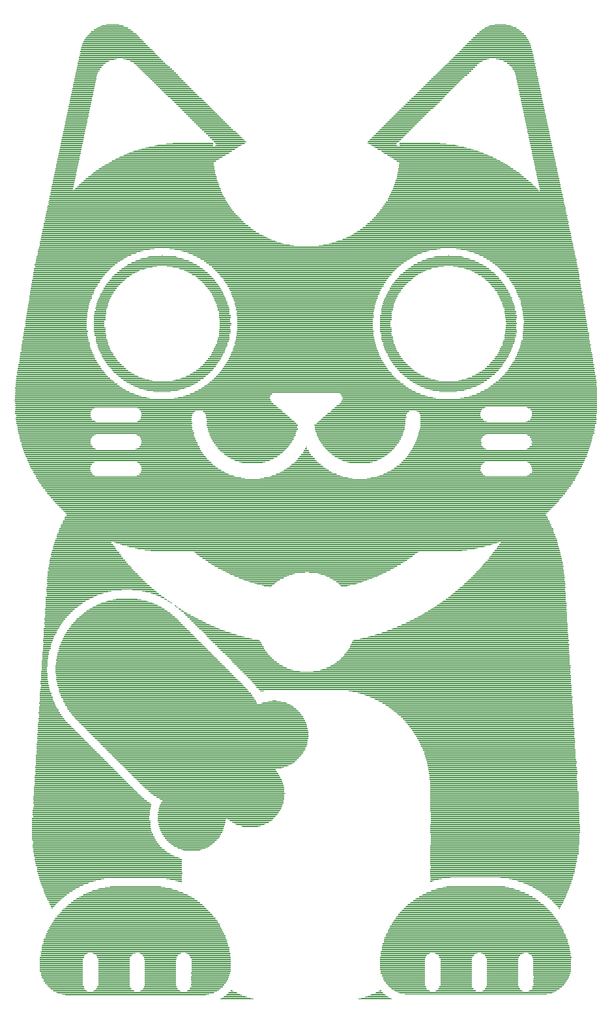
<source format=gbr>
G04 EAGLE Gerber X2 export*
%TF.Part,Single*%
%TF.FileFunction,Legend,Top,1*%
%TF.FilePolarity,Positive*%
%TF.GenerationSoftware,Autodesk,EAGLE,9.0.1*%
%TF.CreationDate,2018-07-28T04:13:14Z*%
G75*
%MOMM*%
%FSLAX34Y34*%
%LPD*%
%AMOC8*
5,1,8,0,0,1.08239X$1,22.5*%
G01*
%ADD10R,4.318000X0.084581*%
%ADD11R,3.810000X0.084581*%
%ADD12R,3.385819X0.084838*%
%ADD13R,3.048000X0.084581*%
%ADD14R,2.707638X0.084581*%
%ADD15R,2.623819X0.084581*%
%ADD16R,2.286000X0.084838*%
%ADD17R,18.288000X0.084581*%
%ADD18R,2.032000X0.084581*%
%ADD19R,1.948181X0.084581*%
%ADD20R,19.133819X0.084581*%
%ADD21R,1.694181X0.084581*%
%ADD22R,18.458181X0.084581*%
%ADD23R,19.728181X0.084838*%
%ADD24R,1.440181X0.084838*%
%ADD25R,1.353819X0.084838*%
%ADD26R,19.304000X0.084838*%
%ADD27R,20.236181X0.084581*%
%ADD28R,1.183638X0.084581*%
%ADD29R,1.099819X0.084581*%
%ADD30R,19.812000X0.084581*%
%ADD31R,20.574000X0.084581*%
%ADD32R,0.932181X0.084581*%
%ADD33R,0.848363X0.084581*%
%ADD34R,20.911819X0.084838*%
%ADD35R,0.678181X0.084838*%
%ADD36R,0.591819X0.084838*%
%ADD37R,20.574000X0.084838*%
%ADD38R,4.404363X0.084581*%
%ADD39R,5.334000X0.084581*%
%ADD40R,5.247638X0.084581*%
%ADD41R,3.893819X0.084581*%
%ADD42R,0.421637X0.084581*%
%ADD43R,0.337819X0.084581*%
%ADD44R,4.488181X0.084581*%
%ADD45R,3.556000X0.084581*%
%ADD46R,4.996181X0.084581*%
%ADD47R,4.912363X0.084581*%
%ADD48R,3.980181X0.084581*%
%ADD49R,0.170181X0.084581*%
%ADD50R,0.086363X0.084581*%
%ADD51R,4.404363X0.084838*%
%ADD52R,4.739638X0.084838*%
%ADD53R,3.893819X0.084838*%
%ADD54R,4.488181X0.084838*%
%ADD55R,3.642363X0.084838*%
%ADD56R,4.401819X0.084581*%
%ADD57R,4.572000X0.084581*%
%ADD58R,3.639819X0.084581*%
%ADD59R,4.064000X0.084581*%
%ADD60R,4.318000X0.084838*%
%ADD61R,4.064000X0.084838*%
%ADD62R,4.572000X0.084838*%
%ADD63R,3.726181X0.084838*%
%ADD64R,4.231638X0.084581*%
%ADD65R,4.150362X0.084581*%
%ADD66R,4.658362X0.084581*%
%ADD67R,4.147819X0.084581*%
%ADD68R,4.826000X0.084581*%
%ADD69R,3.896363X0.084581*%
%ADD70R,4.147819X0.084838*%
%ADD71R,4.231638X0.084838*%
%ADD72R,4.826000X0.084838*%
%ADD73R,4.655819X0.084581*%
%ADD74R,3.977638X0.084581*%
%ADD75R,4.739638X0.084581*%
%ADD76R,4.909819X0.084581*%
%ADD77R,4.401819X0.084838*%
%ADD78R,4.993638X0.084838*%
%ADD79R,4.485638X0.084581*%
%ADD80R,5.080000X0.084581*%
%ADD81R,5.163819X0.084581*%
%ADD82R,5.163819X0.084838*%
%ADD83R,5.334000X0.084838*%
%ADD84R,4.485638X0.084838*%
%ADD85R,5.417819X0.084581*%
%ADD86R,5.247638X0.084838*%
%ADD87R,4.909819X0.084838*%
%ADD88R,5.501638X0.084838*%
%ADD89R,5.501638X0.084581*%
%ADD90R,5.588000X0.084581*%
%ADD91R,5.417819X0.084838*%
%ADD92R,5.588000X0.084838*%
%ADD93R,4.993638X0.084581*%
%ADD94R,5.671819X0.084581*%
%ADD95R,5.080000X0.084838*%
%ADD96R,5.671819X0.084838*%
%ADD97R,5.755638X0.084581*%
%ADD98R,5.755638X0.084838*%
%ADD99R,5.842000X0.084838*%
%ADD100R,5.842000X0.084581*%
%ADD101R,5.674362X0.084838*%
%ADD102R,5.674362X0.084581*%
%ADD103R,5.250181X0.084581*%
%ADD104R,5.928363X0.084581*%
%ADD105R,5.758181X0.084838*%
%ADD106R,5.166362X0.084838*%
%ADD107R,6.012181X0.084838*%
%ADD108R,5.925819X0.084581*%
%ADD109R,6.009638X0.084581*%
%ADD110R,4.912363X0.084838*%
%ADD111R,5.420363X0.084838*%
%ADD112R,6.096000X0.084838*%
%ADD113R,5.504181X0.084581*%
%ADD114R,6.263638X0.084581*%
%ADD115R,6.179819X0.084581*%
%ADD116R,5.420363X0.084581*%
%ADD117R,5.758181X0.084581*%
%ADD118R,6.433819X0.084581*%
%ADD119R,24.638000X0.084838*%
%ADD120R,24.551638X0.084581*%
%ADD121R,24.638000X0.084581*%
%ADD122R,24.467819X0.084581*%
%ADD123R,24.554181X0.084581*%
%ADD124R,24.467819X0.084838*%
%ADD125R,24.384000X0.084838*%
%ADD126R,24.300181X0.084581*%
%ADD127R,24.384000X0.084581*%
%ADD128R,24.300181X0.084838*%
%ADD129R,24.216363X0.084581*%
%ADD130R,24.130000X0.084581*%
%ADD131R,24.213819X0.084581*%
%ADD132R,24.130000X0.084838*%
%ADD133R,23.959819X0.084581*%
%ADD134R,23.959819X0.084838*%
%ADD135R,23.876000X0.084581*%
%ADD136R,23.792181X0.084838*%
%ADD137R,23.876000X0.084838*%
%ADD138R,23.792181X0.084581*%
%ADD139R,23.708362X0.084581*%
%ADD140R,23.622000X0.084838*%
%ADD141R,23.705819X0.084838*%
%ADD142R,23.622000X0.084581*%
%ADD143R,23.451819X0.084581*%
%ADD144R,23.451819X0.084838*%
%ADD145R,23.284181X0.084581*%
%ADD146R,23.368000X0.084581*%
%ADD147R,23.284181X0.084838*%
%ADD148R,23.114000X0.084581*%
%ADD149R,23.027638X0.084838*%
%ADD150R,23.114000X0.084838*%
%ADD151R,22.943819X0.084581*%
%ADD152R,22.860000X0.084581*%
%ADD153R,22.776181X0.084838*%
%ADD154R,22.860000X0.084838*%
%ADD155R,22.692363X0.084581*%
%ADD156R,22.776181X0.084581*%
%ADD157R,22.606000X0.084581*%
%ADD158R,22.689819X0.084581*%
%ADD159R,22.519638X0.084838*%
%ADD160R,22.606000X0.084838*%
%ADD161R,22.435819X0.084581*%
%ADD162R,22.522181X0.084581*%
%ADD163R,22.352000X0.084581*%
%ADD164R,22.268181X0.084838*%
%ADD165R,22.098000X0.084581*%
%ADD166R,22.268181X0.084581*%
%ADD167R,21.927819X0.084838*%
%ADD168R,22.098000X0.084838*%
%ADD169R,21.927819X0.084581*%
%ADD170R,21.760181X0.084581*%
%ADD171R,21.844000X0.084581*%
%ADD172R,21.590000X0.084838*%
%ADD173R,21.760181X0.084838*%
%ADD174R,21.590000X0.084581*%
%ADD175R,21.419819X0.084581*%
%ADD176R,21.506181X0.084581*%
%ADD177R,21.252181X0.084838*%
%ADD178R,21.419819X0.084838*%
%ADD179R,21.252181X0.084581*%
%ADD180R,21.082000X0.084581*%
%ADD181R,21.165819X0.084581*%
%ADD182R,21.082000X0.084838*%
%ADD183R,20.828000X0.084581*%
%ADD184R,20.911819X0.084581*%
%ADD185R,20.744181X0.084581*%
%ADD186R,20.744181X0.084838*%
%ADD187R,20.403819X0.084581*%
%ADD188R,20.320000X0.084581*%
%ADD189R,20.236181X0.084838*%
%ADD190R,20.066000X0.084581*%
%ADD191R,20.149819X0.084581*%
%ADD192R,19.895819X0.084581*%
%ADD193R,19.895819X0.084838*%
%ADD194R,19.558000X0.084581*%
%ADD195R,19.728181X0.084581*%
%ADD196R,19.387819X0.084581*%
%ADD197R,19.220181X0.084838*%
%ADD198R,19.387819X0.084838*%
%ADD199R,19.050000X0.084581*%
%ADD200R,19.220181X0.084581*%
%ADD201R,18.963638X0.084581*%
%ADD202R,18.796000X0.084838*%
%ADD203R,18.879819X0.084838*%
%ADD204R,18.628363X0.084581*%
%ADD205R,18.712181X0.084581*%
%ADD206R,0.083819X0.084581*%
%ADD207R,18.371819X0.084581*%
%ADD208R,18.542000X0.084581*%
%ADD209R,0.167637X0.084581*%
%ADD210R,0.170181X0.084838*%
%ADD211R,18.204181X0.084838*%
%ADD212R,18.371819X0.084838*%
%ADD213R,0.340363X0.084838*%
%ADD214R,18.034000X0.084581*%
%ADD215R,18.204181X0.084581*%
%ADD216R,0.340363X0.084581*%
%ADD217R,0.424181X0.084581*%
%ADD218R,17.863819X0.084581*%
%ADD219R,0.508000X0.084581*%
%ADD220R,17.696181X0.084838*%
%ADD221R,17.863819X0.084838*%
%ADD222R,0.675638X0.084581*%
%ADD223R,17.526000X0.084581*%
%ADD224R,17.696181X0.084581*%
%ADD225R,0.762000X0.084581*%
%ADD226R,17.355819X0.084581*%
%ADD227R,0.845819X0.084581*%
%ADD228R,0.932181X0.084838*%
%ADD229R,17.104363X0.084838*%
%ADD230R,17.272000X0.084838*%
%ADD231R,1.016000X0.084838*%
%ADD232R,16.847819X0.084581*%
%ADD233R,17.018000X0.084581*%
%ADD234R,1.102363X0.084581*%
%ADD235R,1.186181X0.084581*%
%ADD236R,16.680181X0.084581*%
%ADD237R,1.270000X0.084581*%
%ADD238R,16.510000X0.084838*%
%ADD239R,16.680181X0.084838*%
%ADD240R,1.437638X0.084581*%
%ADD241R,16.172181X0.084581*%
%ADD242R,16.339819X0.084581*%
%ADD243R,1.524000X0.084581*%
%ADD244R,1.610363X0.084581*%
%ADD245R,16.002000X0.084581*%
%ADD246R,1.607819X0.084581*%
%ADD247R,1.694181X0.084838*%
%ADD248R,15.664181X0.084838*%
%ADD249R,15.918181X0.084838*%
%ADD250R,1.778000X0.084838*%
%ADD251R,1.861819X0.084581*%
%ADD252R,15.494000X0.084581*%
%ADD253R,15.664181X0.084581*%
%ADD254R,1.864363X0.084581*%
%ADD255R,15.156181X0.084581*%
%ADD256R,15.410181X0.084581*%
%ADD257R,2.115819X0.084581*%
%ADD258R,2.199638X0.084838*%
%ADD259R,14.986000X0.084838*%
%ADD260R,15.156181X0.084838*%
%ADD261R,2.202181X0.084838*%
%ADD262R,2.286000X0.084581*%
%ADD263R,14.648181X0.084581*%
%ADD264R,14.815819X0.084581*%
%ADD265R,2.369819X0.084581*%
%ADD266R,2.456181X0.084581*%
%ADD267R,14.307819X0.084581*%
%ADD268R,2.453638X0.084581*%
%ADD269R,2.540000X0.084838*%
%ADD270R,14.056363X0.084838*%
%ADD271R,14.307819X0.084838*%
%ADD272R,2.626362X0.084838*%
%ADD273R,2.710181X0.084581*%
%ADD274R,13.799819X0.084581*%
%ADD275R,13.970000X0.084581*%
%ADD276R,2.794000X0.084581*%
%ADD277R,2.877819X0.084581*%
%ADD278R,13.462000X0.084581*%
%ADD279R,13.632181X0.084581*%
%ADD280R,2.880362X0.084581*%
%ADD281R,2.964181X0.084838*%
%ADD282R,13.124181X0.084838*%
%ADD283R,13.291819X0.084838*%
%ADD284R,3.048000X0.084838*%
%ADD285R,3.215638X0.084581*%
%ADD286R,12.700000X0.084581*%
%ADD287R,12.954000X0.084581*%
%ADD288R,3.218181X0.084581*%
%ADD289R,3.302000X0.084581*%
%ADD290R,12.275819X0.084581*%
%ADD291R,12.616181X0.084581*%
%ADD292R,3.385819X0.084581*%
%ADD293R,3.469638X0.084838*%
%ADD294R,11.938000X0.084838*%
%ADD295R,12.275819X0.084838*%
%ADD296R,3.556000X0.084838*%
%ADD297R,3.642363X0.084581*%
%ADD298R,11.430000X0.084581*%
%ADD299R,11.767819X0.084581*%
%ADD300R,11.008363X0.084581*%
%ADD301R,10.584181X0.084838*%
%ADD302R,10.922000X0.084838*%
%ADD303R,3.980181X0.084838*%
%ADD304R,9.906000X0.084581*%
%ADD305R,10.414000X0.084581*%
%ADD306R,4.234181X0.084581*%
%ADD307R,9.398000X0.084581*%
%ADD308R,8.719819X0.084838*%
%ADD309R,9.227819X0.084838*%
%ADD310R,7.874000X0.084581*%
%ADD311R,8.552181X0.084581*%
%ADD312R,6.687819X0.084581*%
%ADD313R,7.620000X0.084581*%
%ADD314R,6.433819X0.084838*%
%ADD315R,6.012181X0.084581*%
%ADD316R,6.350000X0.084581*%
%ADD317R,6.266181X0.084581*%
%ADD318R,6.604000X0.084838*%
%ADD319R,0.337819X0.084838*%
%ADD320R,6.858000X0.084581*%
%ADD321R,0.591819X0.084581*%
%ADD322R,0.254000X0.084581*%
%ADD323R,7.198362X0.084581*%
%ADD324R,7.112000X0.084581*%
%ADD325R,7.536181X0.084838*%
%ADD326R,1.186181X0.084838*%
%ADD327R,0.762000X0.084838*%
%ADD328R,7.366000X0.084838*%
%ADD329R,7.960363X0.084581*%
%ADD330R,7.790181X0.084581*%
%ADD331R,8.465819X0.084581*%
%ADD332R,8.214363X0.084581*%
%ADD333R,9.060181X0.084838*%
%ADD334R,2.623819X0.084838*%
%ADD335R,1.948181X0.084838*%
%ADD336R,8.636000X0.084838*%
%ADD337R,18.625819X0.084838*%
%ADD338R,18.542000X0.084838*%
%ADD339R,18.625819X0.084581*%
%ADD340R,18.712181X0.084838*%
%ADD341R,18.796000X0.084581*%
%ADD342R,18.879819X0.084581*%
%ADD343R,18.966181X0.084838*%
%ADD344R,18.966181X0.084581*%
%ADD345R,19.050000X0.084838*%
%ADD346R,19.133819X0.084838*%
%ADD347R,18.458181X0.084838*%
%ADD348R,17.866363X0.084838*%
%ADD349R,17.612362X0.084581*%
%ADD350R,17.442181X0.084838*%
%ADD351R,17.442181X0.084581*%
%ADD352R,17.272000X0.084581*%
%ADD353R,17.188181X0.084838*%
%ADD354R,1.356363X0.084838*%
%ADD355R,17.101819X0.084581*%
%ADD356R,2.199638X0.084581*%
%ADD357R,19.304000X0.084581*%
%ADD358R,16.847819X0.084838*%
%ADD359R,3.215638X0.084838*%
%ADD360R,16.764000X0.084581*%
%ADD361R,16.677637X0.084838*%
%ADD362R,16.593819X0.084581*%
%ADD363R,16.510000X0.084581*%
%ADD364R,16.423638X0.084838*%
%ADD365R,16.423638X0.084581*%
%ADD366R,16.256000X0.084838*%
%ADD367R,16.169638X0.084581*%
%ADD368R,6.096000X0.084581*%
%ADD369R,16.085819X0.084838*%
%ADD370R,6.263638X0.084838*%
%ADD371R,6.436363X0.084581*%
%ADD372R,16.088363X0.084581*%
%ADD373R,6.604000X0.084581*%
%ADD374R,16.002000X0.084838*%
%ADD375R,6.771638X0.084838*%
%ADD376R,6.944363X0.084581*%
%ADD377R,15.918181X0.084581*%
%ADD378R,7.028181X0.084581*%
%ADD379R,15.834363X0.084838*%
%ADD380R,7.112000X0.084838*%
%ADD381R,15.834363X0.084581*%
%ADD382R,7.279638X0.084581*%
%ADD383R,15.748000X0.084581*%
%ADD384R,7.366000X0.084581*%
%ADD385R,15.748000X0.084838*%
%ADD386R,7.452363X0.084838*%
%ADD387R,7.787638X0.084838*%
%ADD388R,19.474181X0.084838*%
%ADD389R,15.580363X0.084581*%
%ADD390R,19.474181X0.084581*%
%ADD391R,15.580363X0.084838*%
%ADD392R,8.044181X0.084838*%
%ADD393R,8.128000X0.084581*%
%ADD394R,15.494000X0.084838*%
%ADD395R,8.295637X0.084838*%
%ADD396R,8.295637X0.084581*%
%ADD397R,15.410181X0.084838*%
%ADD398R,8.468362X0.084838*%
%ADD399R,1.099819X0.084838*%
%ADD400R,8.468362X0.084581*%
%ADD401R,15.326363X0.084838*%
%ADD402R,3.131819X0.084838*%
%ADD403R,15.326363X0.084581*%
%ADD404R,8.636000X0.084581*%
%ADD405R,8.719819X0.084581*%
%ADD406R,8.803638X0.084581*%
%ADD407R,8.803638X0.084838*%
%ADD408R,4.996181X0.084838*%
%ADD409R,15.240000X0.084581*%
%ADD410R,15.240000X0.084838*%
%ADD411R,8.890000X0.084838*%
%ADD412R,8.890000X0.084581*%
%ADD413R,15.069819X0.084581*%
%ADD414R,15.153638X0.084838*%
%ADD415R,15.153638X0.084581*%
%ADD416R,15.323819X0.084581*%
%ADD417R,15.407637X0.084838*%
%ADD418R,15.577819X0.084581*%
%ADD419R,15.577819X0.084838*%
%ADD420R,15.661638X0.084581*%
%ADD421R,15.831819X0.084581*%
%ADD422R,15.831819X0.084838*%
%ADD423R,15.323819X0.084838*%
%ADD424R,15.915638X0.084581*%
%ADD425R,15.915638X0.084838*%
%ADD426R,14.902181X0.084838*%
%ADD427R,14.561819X0.084838*%
%ADD428R,14.478000X0.084581*%
%ADD429R,14.394181X0.084581*%
%ADD430R,14.224000X0.084838*%
%ADD431R,14.140181X0.084581*%
%ADD432R,14.053819X0.084581*%
%ADD433R,16.677637X0.084581*%
%ADD434R,13.886181X0.084838*%
%ADD435R,13.802363X0.084581*%
%ADD436R,16.931638X0.084581*%
%ADD437R,13.716000X0.084581*%
%ADD438R,13.632181X0.084838*%
%ADD439R,13.548363X0.084581*%
%ADD440R,17.358363X0.084581*%
%ADD441R,17.439637X0.084581*%
%ADD442R,13.378181X0.084838*%
%ADD443R,17.526000X0.084838*%
%ADD444R,13.294363X0.084581*%
%ADD445R,17.609819X0.084581*%
%ADD446R,13.208000X0.084581*%
%ADD447R,17.693638X0.084581*%
%ADD448R,17.780000X0.084838*%
%ADD449R,13.040363X0.084581*%
%ADD450R,12.870181X0.084838*%
%ADD451R,18.117819X0.084838*%
%ADD452R,12.786363X0.084581*%
%ADD453R,18.201638X0.084581*%
%ADD454R,12.616181X0.084838*%
%ADD455R,18.288000X0.084838*%
%ADD456R,12.446000X0.084581*%
%ADD457R,12.359637X0.084581*%
%ADD458R,12.192000X0.084581*%
%ADD459R,12.105638X0.084581*%
%ADD460R,12.021819X0.084838*%
%ADD461R,11.938000X0.084581*%
%ADD462R,18.709637X0.084581*%
%ADD463R,19.217638X0.084581*%
%ADD464R,11.851638X0.084581*%
%ADD465R,11.767819X0.084838*%
%ADD466R,19.217638X0.084838*%
%ADD467R,11.684000X0.084581*%
%ADD468R,11.597638X0.084581*%
%ADD469R,18.882362X0.084581*%
%ADD470R,11.513819X0.084838*%
%ADD471R,11.343637X0.084581*%
%ADD472R,11.259819X0.084838*%
%ADD473R,11.176000X0.084581*%
%ADD474R,11.005819X0.084581*%
%ADD475R,19.136363X0.084581*%
%ADD476R,10.838181X0.084581*%
%ADD477R,10.751819X0.084581*%
%ADD478R,10.668000X0.084838*%
%ADD479R,10.584181X0.084581*%
%ADD480R,10.497819X0.084581*%
%ADD481R,10.414000X0.084838*%
%ADD482R,10.330181X0.084581*%
%ADD483R,10.243819X0.084581*%
%ADD484R,10.160000X0.084838*%
%ADD485R,10.076181X0.084581*%
%ADD486R,9.989819X0.084581*%
%ADD487R,9.906000X0.084838*%
%ADD488R,21.165819X0.084838*%
%ADD489R,9.822181X0.084581*%
%ADD490R,9.735819X0.084581*%
%ADD491R,21.676362X0.084581*%
%ADD492R,9.568181X0.084838*%
%ADD493R,9.484362X0.084581*%
%ADD494R,22.181819X0.084581*%
%ADD495R,22.438363X0.084581*%
%ADD496R,19.390363X0.084581*%
%ADD497R,9.314181X0.084838*%
%ADD498R,19.390363X0.084838*%
%ADD499R,9.230363X0.084581*%
%ADD500R,9.144000X0.084581*%
%ADD501R,23.030181X0.084581*%
%ADD502R,23.197819X0.084838*%
%ADD503R,8.976363X0.084581*%
%ADD504R,23.538181X0.084581*%
%ADD505R,8.806181X0.084838*%
%ADD506R,8.722363X0.084581*%
%ADD507R,19.471637X0.084581*%
%ADD508R,24.046181X0.084581*%
%ADD509R,8.552181X0.084838*%
%ADD510R,24.213819X0.084838*%
%ADD511R,19.471637X0.084838*%
%ADD512R,8.382000X0.084581*%
%ADD513R,8.298181X0.084838*%
%ADD514R,24.721819X0.084838*%
%ADD515R,19.558000X0.084838*%
%ADD516R,24.805637X0.084581*%
%ADD517R,19.641819X0.084581*%
%ADD518R,8.041638X0.084581*%
%ADD519R,24.978363X0.084581*%
%ADD520R,7.957819X0.084838*%
%ADD521R,25.146000X0.084838*%
%ADD522R,19.641819X0.084838*%
%ADD523R,25.229819X0.084581*%
%ADD524R,19.725638X0.084581*%
%ADD525R,7.787638X0.084581*%
%ADD526R,25.400000X0.084581*%
%ADD527R,7.703819X0.084838*%
%ADD528R,25.483819X0.084838*%
%ADD529R,19.812000X0.084838*%
%ADD530R,25.654000X0.084581*%
%ADD531R,7.533638X0.084581*%
%ADD532R,25.824181X0.084581*%
%ADD533R,7.449819X0.084838*%
%ADD534R,25.908000X0.084838*%
%ADD535R,25.991819X0.084581*%
%ADD536R,26.162000X0.084581*%
%ADD537R,7.195819X0.084838*%
%ADD538R,26.245819X0.084838*%
%ADD539R,26.416000X0.084581*%
%ADD540R,19.982181X0.084581*%
%ADD541R,7.025638X0.084581*%
%ADD542R,26.502363X0.084581*%
%ADD543R,6.941819X0.084838*%
%ADD544R,26.586181X0.084838*%
%ADD545R,19.982181X0.084838*%
%ADD546R,26.753819X0.084581*%
%ADD547R,6.771638X0.084581*%
%ADD548R,26.840181X0.084581*%
%ADD549R,26.924000X0.084838*%
%ADD550R,20.149819X0.084838*%
%ADD551R,6.520181X0.084581*%
%ADD552R,27.007819X0.084581*%
%ADD553R,27.178000X0.084581*%
%ADD554R,6.350000X0.084838*%
%ADD555R,27.261819X0.084838*%
%ADD556R,27.345638X0.084581*%
%ADD557R,27.432000X0.084581*%
%ADD558R,27.515819X0.084838*%
%ADD559R,20.403819X0.084838*%
%ADD560R,27.686000X0.084581*%
%ADD561R,20.490181X0.084581*%
%ADD562R,27.772362X0.084581*%
%ADD563R,20.406363X0.084581*%
%ADD564R,27.856181X0.084838*%
%ADD565R,20.490181X0.084838*%
%ADD566R,27.940000X0.084581*%
%ADD567R,28.026363X0.084581*%
%ADD568R,28.110181X0.084838*%
%ADD569R,20.660363X0.084838*%
%ADD570R,28.194000X0.084581*%
%ADD571R,20.660363X0.084581*%
%ADD572R,28.280363X0.084581*%
%ADD573R,28.364181X0.084838*%
%ADD574R,20.828000X0.084838*%
%ADD575R,5.166362X0.084581*%
%ADD576R,28.448000X0.084581*%
%ADD577R,28.534363X0.084581*%
%ADD578R,20.914362X0.084581*%
%ADD579R,28.618181X0.084838*%
%ADD580R,20.998181X0.084838*%
%ADD581R,28.702000X0.084581*%
%ADD582R,20.998181X0.084581*%
%ADD583R,4.742181X0.084838*%
%ADD584R,28.785819X0.084838*%
%ADD585R,21.168363X0.084838*%
%ADD586R,28.869637X0.084581*%
%ADD587R,21.168363X0.084581*%
%ADD588R,28.956000X0.084581*%
%ADD589R,29.039819X0.084838*%
%ADD590R,21.249638X0.084838*%
%ADD591R,29.039819X0.084581*%
%ADD592R,21.336000X0.084581*%
%ADD593R,29.126181X0.084581*%
%ADD594R,4.234181X0.084838*%
%ADD595R,29.210000X0.084838*%
%ADD596R,29.293819X0.084581*%
%ADD597R,21.503637X0.084581*%
%ADD598R,29.296363X0.084581*%
%ADD599R,29.380181X0.084838*%
%ADD600R,21.673819X0.084838*%
%ADD601R,29.464000X0.084581*%
%ADD602R,21.757638X0.084581*%
%ADD603R,3.723638X0.084581*%
%ADD604R,3.639819X0.084838*%
%ADD605R,29.547819X0.084838*%
%ADD606R,21.844000X0.084838*%
%ADD607R,29.547819X0.084581*%
%ADD608R,3.469638X0.084581*%
%ADD609R,29.634181X0.084581*%
%ADD610R,22.011638X0.084581*%
%ADD611R,29.634181X0.084838*%
%ADD612R,29.718000X0.084581*%
%ADD613R,22.265638X0.084581*%
%ADD614R,29.801819X0.084838*%
%ADD615R,22.352000X0.084838*%
%ADD616R,3.131819X0.084581*%
%ADD617R,29.801819X0.084581*%
%ADD618R,29.804362X0.084838*%
%ADD619R,22.522181X0.084838*%
%ADD620R,2.961638X0.084581*%
%ADD621R,2.877819X0.084838*%
%ADD622R,29.888181X0.084838*%
%ADD623R,29.804362X0.084581*%
%ADD624R,2.540000X0.084581*%
%ADD625R,23.197819X0.084581*%
%ADD626R,2.456181X0.084838*%
%ADD627R,29.718000X0.084838*%
%ADD628R,23.705819X0.084581*%
%ADD629R,2.202181X0.084581*%
%ADD630R,23.962363X0.084581*%
%ADD631R,29.377638X0.084838*%
%ADD632R,24.046181X0.084838*%
%ADD633R,29.380181X0.084581*%
%ADD634R,29.210000X0.084581*%
%ADD635R,2.032000X0.084838*%
%ADD636R,25.062181X0.084838*%
%ADD637R,3.810000X0.084838*%
%ADD638R,24.470363X0.084838*%
%ADD639R,24.975819X0.084581*%
%ADD640R,25.059638X0.084581*%
%ADD641R,2.964181X0.084581*%
%ADD642R,24.724363X0.084581*%
%ADD643R,24.975819X0.084838*%
%ADD644R,2.369819X0.084838*%
%ADD645R,24.892000X0.084838*%
%ADD646R,25.062181X0.084581*%
%ADD647R,1.778000X0.084581*%
%ADD648R,25.232363X0.084581*%
%ADD649R,25.400000X0.084838*%
%ADD650R,25.570181X0.084581*%
%ADD651R,25.740362X0.084581*%
%ADD652R,1.610363X0.084838*%
%ADD653R,26.078181X0.084581*%
%ADD654R,24.892000X0.084581*%
%ADD655R,26.332181X0.084581*%
%ADD656R,1.524000X0.084838*%
%ADD657R,26.416000X0.084838*%
%ADD658R,26.670000X0.084581*%
%ADD659R,24.808181X0.084581*%
%ADD660R,26.924000X0.084581*%
%ADD661R,24.805637X0.084838*%
%ADD662R,27.178000X0.084838*%
%ADD663R,1.440181X0.084581*%
%ADD664R,27.769819X0.084581*%
%ADD665R,24.724363X0.084838*%
%ADD666R,28.107638X0.084838*%
%ADD667R,1.356363X0.084581*%
%ADD668R,28.531819X0.084581*%
%ADD669R,1.270000X0.084838*%
%ADD670R,40.723819X0.084581*%
%ADD671R,1.183638X0.084838*%
%ADD672R,40.807637X0.084838*%
%ADD673R,40.894000X0.084581*%
%ADD674R,24.297638X0.084581*%
%ADD675R,40.977819X0.084581*%
%ADD676R,40.977819X0.084838*%
%ADD677R,41.061638X0.084581*%
%ADD678R,41.064181X0.084581*%
%ADD679R,41.148000X0.084838*%
%ADD680R,1.016000X0.084581*%
%ADD681R,41.231819X0.084581*%
%ADD682R,41.318181X0.084581*%
%ADD683R,41.402000X0.084838*%
%ADD684R,41.402000X0.084581*%
%ADD685R,41.485819X0.084581*%
%ADD686R,41.572181X0.084838*%
%ADD687R,41.656000X0.084581*%
%ADD688R,23.535637X0.084581*%
%ADD689R,41.739819X0.084581*%
%ADD690R,0.845819X0.084838*%
%ADD691R,41.826181X0.084838*%
%ADD692R,41.910000X0.084581*%
%ADD693R,23.281638X0.084581*%
%ADD694R,41.993819X0.084581*%
%ADD695R,42.080181X0.084838*%
%ADD696R,42.164000X0.084581*%
%ADD697R,23.027638X0.084581*%
%ADD698R,42.247819X0.084581*%
%ADD699R,22.943819X0.084838*%
%ADD700R,42.250363X0.084838*%
%ADD701R,42.334181X0.084581*%
%ADD702R,42.418000X0.084581*%
%ADD703R,42.504362X0.084838*%
%ADD704R,42.588181X0.084581*%
%ADD705R,33.360363X0.084581*%
%ADD706R,32.852362X0.084838*%
%ADD707R,0.678181X0.084581*%
%ADD708R,32.512000X0.084581*%
%ADD709R,32.258000X0.084581*%
%ADD710R,6.520181X0.084838*%
%ADD711R,32.004000X0.084838*%
%ADD712R,22.184363X0.084581*%
%ADD713R,31.750000X0.084581*%
%ADD714R,31.582363X0.084581*%
%ADD715R,22.014181X0.084838*%
%ADD716R,6.182362X0.084838*%
%ADD717R,31.412181X0.084838*%
%ADD718R,21.930363X0.084581*%
%ADD719R,31.242000X0.084581*%
%ADD720R,31.074363X0.084581*%
%ADD721R,5.928363X0.084838*%
%ADD722R,30.904181X0.084838*%
%ADD723R,30.734000X0.084581*%
%ADD724R,30.563819X0.084581*%
%ADD725R,30.480000X0.084838*%
%ADD726R,30.309819X0.084581*%
%ADD727R,21.249638X0.084581*%
%ADD728R,30.226000X0.084581*%
%ADD729R,30.139638X0.084838*%
%ADD730R,30.055819X0.084581*%
%ADD731R,20.995638X0.084581*%
%ADD732R,29.885638X0.084581*%
%ADD733R,0.675638X0.084838*%
%ADD734R,20.657819X0.084581*%
%ADD735R,29.631638X0.084581*%
%ADD736R,29.377638X0.084581*%
%ADD737R,29.293819X0.084838*%
%ADD738R,20.152363X0.084581*%
%ADD739R,19.898363X0.084581*%
%ADD740R,28.872181X0.084581*%
%ADD741R,0.929638X0.084838*%
%ADD742R,28.872181X0.084838*%
%ADD743R,0.929638X0.084581*%
%ADD744R,28.785819X0.084581*%
%ADD745R,28.702000X0.084838*%
%ADD746R,28.618181X0.084581*%
%ADD747R,28.531819X0.084838*%
%ADD748R,28.364181X0.084581*%
%ADD749R,28.277819X0.084581*%
%ADD750R,28.194000X0.084838*%
%ADD751R,28.110181X0.084581*%
%ADD752R,17.950181X0.084838*%
%ADD753R,28.026363X0.084838*%
%ADD754R,17.780000X0.084581*%
%ADD755R,27.856181X0.084581*%
%ADD756R,27.432000X0.084838*%
%ADD757R,1.353819X0.084581*%
%ADD758R,27.094181X0.084581*%
%ADD759R,26.756363X0.084581*%
%ADD760R,16.764000X0.084838*%
%ADD761R,25.486363X0.084838*%
%ADD762R,25.146000X0.084581*%
%ADD763R,16.426181X0.084838*%
%ADD764R,16.256000X0.084581*%
%ADD765R,16.085819X0.084581*%
%ADD766R,24.043638X0.084581*%
%ADD767R,3.302000X0.084838*%
%ADD768R,23.789638X0.084838*%
%ADD769R,1.864363X0.084838*%
%ADD770R,2.880362X0.084838*%
%ADD771R,1.861819X0.084838*%
%ADD772R,22.435819X0.084838*%
%ADD773R,1.945638X0.084581*%
%ADD774R,14.986000X0.084581*%
%ADD775R,14.648181X0.084838*%
%ADD776R,2.118362X0.084838*%
%ADD777R,14.564363X0.084581*%
%ADD778R,21.673819X0.084581*%
%ADD779R,14.391637X0.084581*%
%ADD780R,21.336000X0.084838*%
%ADD781R,14.056363X0.084581*%
%ADD782R,13.883638X0.084581*%
%ADD783R,13.716000X0.084838*%
%ADD784R,20.657819X0.084838*%
%ADD785R,13.375637X0.084581*%
%ADD786R,13.124181X0.084581*%
%ADD787R,2.794000X0.084838*%
%ADD788R,12.700000X0.084838*%
%ADD789R,12.532363X0.084581*%
%ADD790R,12.192000X0.084838*%
%ADD791R,3.218181X0.084838*%
%ADD792R,11.600181X0.084838*%
%ADD793R,0.594363X0.084838*%
%ADD794R,11.092181X0.084581*%
%ADD795R,3.472181X0.084838*%
%ADD796R,0.424181X0.084838*%
%ADD797R,10.668000X0.084581*%
%ADD798R,17.950181X0.084581*%
%ADD799R,10.243819X0.084838*%
%ADD800R,9.652000X0.084581*%
%ADD801R,9.398000X0.084838*%
%ADD802R,17.358363X0.084838*%
%ADD803R,9.060181X0.084581*%
%ADD804R,17.104363X0.084581*%
%ADD805R,0.083819X0.084838*%
%ADD806R,17.018000X0.084838*%
%ADD807R,16.850362X0.084581*%
%ADD808R,0.086363X0.084838*%
%ADD809R,16.596363X0.084838*%
%ADD810R,4.742181X0.084581*%
%ADD811R,16.342363X0.084581*%
%ADD812R,6.179819X0.084838*%
%ADD813R,0.254000X0.084838*%
%ADD814R,6.182362X0.084581*%
%ADD815R,6.517638X0.084581*%
%ADD816R,14.899638X0.084581*%
%ADD817R,14.815819X0.084838*%
%ADD818R,7.195819X0.084581*%
%ADD819R,14.732000X0.084581*%
%ADD820R,7.449819X0.084581*%
%ADD821R,14.561819X0.084581*%
%ADD822R,14.478000X0.084838*%
%ADD823R,14.224000X0.084581*%
%ADD824R,8.973819X0.084838*%
%ADD825R,2.115819X0.084838*%
%ADD826R,14.053819X0.084838*%
%ADD827R,9.819638X0.084581*%
%ADD828R,13.886181X0.084581*%
%ADD829R,13.799819X0.084838*%
%ADD830R,13.629638X0.084581*%
%ADD831R,13.545819X0.084838*%
%ADD832R,0.508000X0.084838*%
%ADD833R,13.462000X0.084838*%
%ADD834R,13.378181X0.084581*%
%ADD835R,13.291819X0.084581*%
%ADD836R,13.208000X0.084838*%
%ADD837R,1.691638X0.084838*%
%ADD838R,13.037819X0.084581*%
%ADD839R,2.118362X0.084581*%
%ADD840R,12.954000X0.084838*%
%ADD841R,12.783819X0.084581*%
%ADD842R,12.870181X0.084581*%
%ADD843R,12.529819X0.084581*%
%ADD844R,12.362181X0.084581*%
%ADD845R,12.362181X0.084838*%
%ADD846R,5.250181X0.084838*%
%ADD847R,12.278363X0.084838*%
%ADD848R,12.108181X0.084581*%
%ADD849R,12.024363X0.084838*%
%ADD850R,6.774181X0.084581*%
%ADD851R,11.854181X0.084581*%
%ADD852R,11.770363X0.084838*%
%ADD853R,7.620000X0.084838*%
%ADD854R,11.600181X0.084581*%
%ADD855R,11.513819X0.084581*%
%ADD856R,11.516363X0.084838*%
%ADD857R,9.144000X0.084838*%
%ADD858R,11.430000X0.084838*%
%ADD859R,10.073638X0.084581*%
%ADD860R,11.346181X0.084581*%
%ADD861R,11.176000X0.084838*%
%ADD862R,21.422363X0.084838*%
%ADD863R,11.089638X0.084581*%
%ADD864R,11.005819X0.084838*%
%ADD865R,10.835638X0.084581*%
%ADD866R,22.946362X0.084581*%
%ADD867R,23.281638X0.084838*%
%ADD868R,24.470363X0.084581*%
%ADD869R,24.721819X0.084581*%
%ADD870R,10.246363X0.084581*%
%ADD871R,10.076181X0.084838*%
%ADD872R,24.978363X0.084838*%
%ADD873R,9.992363X0.084581*%
%ADD874R,25.486363X0.084581*%
%ADD875R,25.821638X0.084838*%
%ADD876R,25.994363X0.084581*%
%ADD877R,9.738363X0.084581*%
%ADD878R,26.329638X0.084581*%
%ADD879R,9.565638X0.084838*%
%ADD880R,26.502363X0.084838*%
%ADD881R,9.652000X0.084838*%
%ADD882R,9.481819X0.084581*%
%ADD883R,9.565638X0.084581*%
%ADD884R,27.010363X0.084581*%
%ADD885R,9.227819X0.084581*%
%ADD886R,27.518363X0.084581*%
%ADD887R,9.314181X0.084581*%
%ADD888R,27.940000X0.084838*%
%ADD889R,8.973819X0.084581*%
%ADD890R,8.806181X0.084581*%
%ADD891R,29.042363X0.084581*%
%ADD892R,8.549638X0.084838*%
%ADD893R,38.521638X0.084838*%
%ADD894R,40.553638X0.084581*%
%ADD895R,8.549638X0.084581*%
%ADD896R,8.382000X0.084838*%
%ADD897R,42.926000X0.084838*%
%ADD898R,8.211819X0.084581*%
%ADD899R,43.858181X0.084581*%
%ADD900R,44.617638X0.084581*%
%ADD901R,45.466000X0.084838*%
%ADD902R,8.128000X0.084838*%
%ADD903R,8.044181X0.084581*%
%ADD904R,46.141638X0.084581*%
%ADD905R,46.649638X0.084581*%
%ADD906R,7.790181X0.084838*%
%ADD907R,47.330362X0.084838*%
%ADD908R,7.874000X0.084838*%
%ADD909R,47.838363X0.084581*%
%ADD910R,7.703819X0.084581*%
%ADD911R,48.346363X0.084581*%
%ADD912R,7.533638X0.084838*%
%ADD913R,48.854363X0.084838*%
%ADD914R,49.362363X0.084581*%
%ADD915R,49.870363X0.084581*%
%ADD916R,50.378363X0.084838*%
%ADD917R,65.278000X0.084581*%
%ADD918R,65.110363X0.084581*%
%ADD919R,65.110363X0.084838*%
%ADD920R,64.937638X0.084581*%
%ADD921R,64.937638X0.084838*%
%ADD922R,64.770000X0.084581*%
%ADD923R,64.770000X0.084838*%
%ADD924R,64.686181X0.084581*%
%ADD925R,64.602362X0.084581*%
%ADD926R,64.602362X0.084838*%
%ADD927R,64.516000X0.084581*%
%ADD928R,64.429637X0.084581*%
%ADD929R,64.429637X0.084838*%
%ADD930R,64.262000X0.084581*%
%ADD931R,64.178181X0.084838*%
%ADD932R,64.094363X0.084581*%
%ADD933R,63.921638X0.084838*%
%ADD934R,63.921638X0.084581*%
%ADD935R,63.754000X0.084581*%
%ADD936R,63.754000X0.084838*%
%ADD937R,63.670181X0.084581*%
%ADD938R,63.586362X0.084581*%
%ADD939R,63.500000X0.084838*%
%ADD940R,63.413638X0.084581*%
%ADD941R,63.246000X0.084838*%
%ADD942R,63.246000X0.084581*%
%ADD943R,63.078363X0.084581*%
%ADD944R,63.078363X0.084838*%
%ADD945R,62.905638X0.084581*%
%ADD946R,62.738000X0.084838*%
%ADD947R,62.738000X0.084581*%
%ADD948R,62.570363X0.084581*%
%ADD949R,62.570363X0.084838*%
%ADD950R,62.397638X0.084581*%
%ADD951R,62.230000X0.084838*%
%ADD952R,62.230000X0.084581*%
%ADD953R,64.262000X0.084838*%
%ADD954R,65.278000X0.084838*%
%ADD955R,65.445638X0.084581*%
%ADD956R,65.618363X0.084581*%
%ADD957R,65.786000X0.084838*%
%ADD958R,65.786000X0.084581*%
%ADD959R,65.953637X0.084581*%
%ADD960R,66.126362X0.084838*%
%ADD961R,66.294000X0.084581*%
%ADD962R,66.461638X0.084581*%
%ADD963R,66.634363X0.084838*%
%ADD964R,66.634363X0.084581*%
%ADD965R,66.802000X0.084581*%
%ADD966R,66.969638X0.084838*%
%ADD967R,67.142363X0.084581*%
%ADD968R,67.310000X0.084581*%
%ADD969R,67.310000X0.084838*%
%ADD970R,67.477638X0.084581*%
%ADD971R,67.650362X0.084581*%
%ADD972R,67.818000X0.084838*%
%ADD973R,67.818000X0.084581*%
%ADD974R,67.985638X0.084581*%
%ADD975R,68.158363X0.084838*%
%ADD976R,68.326000X0.084581*%
%ADD977R,68.493638X0.084838*%
%ADD978R,68.666363X0.084581*%
%ADD979R,68.834000X0.084581*%
%ADD980R,68.834000X0.084838*%
%ADD981R,69.001638X0.084581*%
%ADD982R,69.174363X0.084581*%
%ADD983R,69.174363X0.084838*%
%ADD984R,69.342000X0.084581*%
%ADD985R,69.425819X0.084581*%
%ADD986R,69.509637X0.084838*%
%ADD987R,69.682362X0.084581*%
%ADD988R,69.850000X0.084838*%
%ADD989R,27.091638X0.084581*%
%ADD990R,26.583638X0.084581*%
%ADD991R,10.922000X0.084581*%
%ADD992R,26.248363X0.084838*%
%ADD993R,10.073638X0.084838*%
%ADD994R,25.908000X0.084581*%
%ADD995R,12.105638X0.084838*%
%ADD996R,13.375637X0.084838*%
%ADD997R,7.536181X0.084581*%
%ADD998R,11.516363X0.084581*%
%ADD999R,7.706363X0.084581*%
%ADD1000R,7.198362X0.084838*%
%ADD1001R,12.529819X0.084838*%
%ADD1002R,6.266181X0.084838*%
%ADD1003R,11.262363X0.084581*%
%ADD1004R,9.738363X0.084838*%
%ADD1005R,4.658362X0.084838*%
%ADD1006R,11.008363X0.084838*%
%ADD1007R,9.481819X0.084838*%
%ADD1008R,3.977638X0.084838*%
%ADD1009R,10.835638X0.084838*%
%ADD1010R,6.687819X0.084838*%
%ADD1011R,10.754363X0.084581*%
%ADD1012R,10.751819X0.084838*%
%ADD1013R,7.025638X0.084838*%
%ADD1014R,3.134362X0.084581*%
%ADD1015R,9.568181X0.084581*%
%ADD1016R,3.388362X0.084581*%
%ADD1017R,3.896363X0.084838*%
%ADD1018R,2.626362X0.084581*%
%ADD1019R,23.535637X0.084838*%
%ADD1020R,23.368000X0.084838*%
%ADD1021R,1.945638X0.084838*%
%ADD1022R,6.858000X0.084838*%
%ADD1023R,1.437638X0.084838*%
%ADD1024R,1.102363X0.084838*%
%ADD1025R,23.200363X0.084581*%
%ADD1026R,23.030181X0.084838*%
%ADD1027R,0.594363X0.084581*%
%ADD1028R,0.421637X0.084838*%
%ADD1029R,9.311637X0.084581*%
%ADD1030R,7.957819X0.084581*%
%ADD1031R,9.230363X0.084838*%
%ADD1032R,7.960363X0.084838*%
%ADD1033R,8.976363X0.084838*%
%ADD1034R,9.484362X0.084838*%
%ADD1035R,7.706363X0.084838*%
%ADD1036R,9.819638X0.084838*%
%ADD1037R,9.057638X0.084581*%
%ADD1038R,9.057638X0.084838*%
%ADD1039R,8.465819X0.084838*%
%ADD1040R,10.327637X0.084581*%
%ADD1041R,10.500363X0.084838*%
%ADD1042R,22.689819X0.084838*%
%ADD1043R,11.259819X0.084581*%
%ADD1044R,22.692363X0.084838*%
%ADD1045R,11.343637X0.084838*%
%ADD1046R,11.684000X0.084838*%
%ADD1047R,22.773637X0.084581*%
%ADD1048R,22.773637X0.084838*%
%ADD1049R,11.851638X0.084838*%
%ADD1050R,6.941819X0.084581*%
%ADD1051R,8.298181X0.084581*%
%ADD1052R,8.211819X0.084838*%
%ADD1053R,9.822181X0.084838*%
%ADD1054R,9.735819X0.084838*%
%ADD1055R,10.500363X0.084581*%
%ADD1056R,10.497819X0.084838*%
%ADD1057R,6.690362X0.084581*%
%ADD1058R,10.330181X0.084838*%
%ADD1059R,9.989819X0.084838*%
%ADD1060R,18.374363X0.084581*%
%ADD1061R,34.119819X0.084581*%
%ADD1062R,34.036000X0.084838*%
%ADD1063R,33.949638X0.084838*%
%ADD1064R,33.949638X0.084581*%
%ADD1065R,33.865819X0.084581*%
%ADD1066R,33.782000X0.084581*%
%ADD1067R,33.695638X0.084838*%
%ADD1068R,33.611819X0.084838*%
%ADD1069R,33.611819X0.084581*%
%ADD1070R,33.528000X0.084581*%
%ADD1071R,33.441637X0.084581*%
%ADD1072R,33.441637X0.084838*%
%ADD1073R,33.357819X0.084838*%
%ADD1074R,33.357819X0.084581*%
%ADD1075R,33.274000X0.084581*%
%ADD1076R,33.187638X0.084581*%
%ADD1077R,33.274000X0.084838*%
%ADD1078R,33.187638X0.084838*%
%ADD1079R,33.103819X0.084581*%
%ADD1080R,18.201638X0.084838*%
%ADD1081R,18.455638X0.084838*%
%ADD1082R,11.346181X0.084838*%
%ADD1083R,16.931638X0.084838*%
%ADD1084R,15.407637X0.084581*%
%ADD1085R,28.615638X0.084581*%
%ADD1086R,14.645638X0.084838*%
%ADD1087R,28.280363X0.084838*%
%ADD1088R,14.899638X0.084838*%
%ADD1089R,27.599638X0.084581*%
%ADD1090R,27.348181X0.084838*%
%ADD1091R,14.137638X0.084581*%
%ADD1092R,26.583638X0.084838*%
%ADD1093R,26.248363X0.084581*%
%ADD1094R,26.075638X0.084581*%
%ADD1095R,25.740362X0.084838*%
%ADD1096R,25.567638X0.084581*%
%ADD1097R,25.316181X0.084581*%
%ADD1098R,25.059638X0.084838*%
%ADD1099R,24.551638X0.084838*%
%ADD1100R,3.726181X0.084581*%
%ADD1101R,3.134362X0.084838*%
%ADD1102R,12.532363X0.084838*%
%ADD1103R,2.372362X0.084581*%
%ADD1104R,22.519638X0.084581*%
%ADD1105R,22.011638X0.084838*%
%ADD1106R,10.754363X0.084838*%
%ADD1107R,20.487638X0.084838*%
%ADD1108R,1.691638X0.084581*%
%ADD1109R,20.487638X0.084581*%
%ADD1110R,10.160000X0.084581*%
%ADD1111R,10.327637X0.084838*%
%ADD1112R,19.979638X0.084581*%
%ADD1113R,19.979638X0.084838*%
%ADD1114R,1.607819X0.084838*%
%ADD1115R,19.644362X0.084838*%
%ADD1116R,19.644362X0.084581*%
%ADD1117R,18.963638X0.084838*%
%ADD1118R,18.628363X0.084838*%
%ADD1119R,9.311637X0.084838*%
%ADD1120R,18.455638X0.084581*%
%ADD1121R,8.722363X0.084838*%
%ADD1122R,18.120363X0.084581*%
%ADD1123R,18.120363X0.084838*%
%ADD1124R,17.947638X0.084581*%
%ADD1125R,17.947638X0.084838*%
%ADD1126R,8.214363X0.084838*%
%ADD1127R,17.612362X0.084838*%
%ADD1128R,8.041638X0.084838*%
%ADD1129R,20.320000X0.084838*%
%ADD1130R,20.995638X0.084838*%
%ADD1131R,21.676362X0.084838*%
%ADD1132R,2.372362X0.084838*%
%ADD1133R,24.043638X0.084838*%
%ADD1134R,25.316181X0.084838*%
%ADD1135R,25.991819X0.084838*%
%ADD1136R,11.092181X0.084838*%
%ADD1137R,26.499819X0.084581*%
%ADD1138R,26.756363X0.084838*%
%ADD1139R,27.348181X0.084581*%
%ADD1140R,27.599638X0.084838*%
%ADD1141R,3.472181X0.084581*%
%ADD1142R,28.615638X0.084838*%
%ADD1143R,12.783819X0.084838*%
%ADD1144R,30.139638X0.084581*%
%ADD1145R,30.647638X0.084581*%
%ADD1146R,31.155638X0.084838*%
%ADD1147R,31.663638X0.084581*%
%ADD1148R,32.344363X0.084581*%
%ADD1149R,13.970000X0.084838*%
%ADD1150R,33.020000X0.084838*%
%ADD1151R,14.310363X0.084838*%
%ADD1152R,33.952181X0.084581*%
%ADD1153R,35.219638X0.084581*%
%ADD1154R,33.020000X0.084581*%
%ADD1155R,32.595819X0.084581*%
%ADD1156R,32.428181X0.084581*%
%ADD1157R,32.090363X0.084838*%
%ADD1158R,31.666181X0.084581*%
%ADD1159R,31.328363X0.084581*%
%ADD1160R,31.325819X0.084581*%
%ADD1161R,31.074363X0.084838*%
%ADD1162R,30.988000X0.084838*%
%ADD1163R,30.820363X0.084581*%
%ADD1164R,30.480000X0.084581*%
%ADD1165R,30.226000X0.084838*%
%ADD1166R,29.123638X0.084581*%
%ADD1167R,28.448000X0.084838*%
%ADD1168R,27.602181X0.084581*%
%ADD1169R,27.518363X0.084838*%
%ADD1170R,27.261819X0.084581*%
%ADD1171R,27.094181X0.084838*%
%ADD1172R,27.091638X0.084838*%
%ADD1173R,26.753819X0.084838*%
%ADD1174R,26.670000X0.084838*%
%ADD1175R,26.586181X0.084581*%
%ADD1176R,26.332181X0.084838*%
%ADD1177R,25.821638X0.084581*%
%ADD1178R,25.737819X0.084838*%
%ADD1179R,25.567638X0.084838*%
%ADD1180R,25.483819X0.084581*%
%ADD1181R,25.313638X0.084838*%
%ADD1182R,24.808181X0.084838*%
%ADD1183R,24.297638X0.084838*%
%ADD1184R,23.708362X0.084838*%
%ADD1185R,23.538181X0.084838*%
%ADD1186R,23.454363X0.084838*%
%ADD1187R,22.438363X0.084838*%
%ADD1188R,22.181819X0.084838*%
%ADD1189R,17.866363X0.084581*%
%ADD1190R,17.609819X0.084838*%
%ADD1191R,17.188181X0.084581*%
%ADD1192R,16.934181X0.084581*%
%ADD1193R,16.850362X0.084838*%
%ADD1194R,16.596363X0.084581*%
%ADD1195R,16.426181X0.084581*%
%ADD1196R,16.339819X0.084838*%
%ADD1197R,15.072363X0.084581*%
%ADD1198R,14.818363X0.084838*%
%ADD1199R,14.391637X0.084838*%
%ADD1200R,13.545819X0.084581*%
%ADD1201R,13.121638X0.084581*%
%ADD1202R,13.040363X0.084838*%
%ADD1203R,12.867638X0.084581*%
%ADD1204R,12.613638X0.084581*%
%ADD1205R,12.613638X0.084838*%
%ADD1206R,12.108181X0.084838*%
%ADD1207R,7.282181X0.084581*%
%ADD1208R,6.774181X0.084838*%
%ADD1209R,3.388362X0.084838*%
%ADD1210R,6.690362X0.084838*%
%ADD1211R,4.150362X0.084838*%
%ADD1212R,3.723638X0.084838*%
%ADD1213R,10.246363X0.084838*%
%ADD1214R,9.992363X0.084838*%
%ADD1215R,7.282181X0.084838*%


D10*
X288722Y3387D03*
X468198Y3387D03*
D11*
X287858Y4233D03*
X469062Y4233D03*
D12*
X287439Y5080D03*
X469481Y5080D03*
D13*
X286588Y5927D03*
X470332Y5927D03*
D14*
X285750Y6773D03*
D15*
X470751Y6773D03*
D16*
X285318Y7620D03*
X471602Y7620D03*
D17*
X157048Y8467D03*
D18*
X284912Y8467D03*
D19*
X471589Y8467D03*
D20*
X157061Y9313D03*
D21*
X284061Y9313D03*
X472021Y9313D03*
D22*
X599021Y9313D03*
D23*
X156629Y10160D03*
D24*
X283629Y10160D03*
D25*
X472859Y10160D03*
D26*
X599008Y10160D03*
D27*
X156629Y11007D03*
D28*
X283210Y11007D03*
D29*
X473291Y11007D03*
D30*
X599008Y11007D03*
D31*
X156642Y11853D03*
D32*
X282791Y11853D03*
D33*
X473710Y11853D03*
D27*
X598589Y11853D03*
D34*
X156629Y12700D03*
D35*
X282359Y12700D03*
D36*
X474129Y12700D03*
D37*
X598602Y12700D03*
D38*
X72390Y13547D03*
D39*
X128702Y13547D03*
D40*
X189230Y13547D03*
D41*
X243421Y13547D03*
D42*
X281940Y13547D03*
D43*
X474561Y13547D03*
D44*
X516471Y13547D03*
D40*
X572770Y13547D03*
X633730Y13547D03*
D45*
X685368Y13547D03*
D10*
X71120Y14393D03*
D46*
X128689Y14393D03*
D47*
X189230Y14393D03*
D48*
X244691Y14393D03*
D49*
X281521Y14393D03*
D50*
X474980Y14393D03*
D44*
X514769Y14393D03*
D46*
X573189Y14393D03*
D47*
X633730Y14393D03*
D45*
X687070Y14393D03*
D51*
X69850Y15240D03*
D52*
X128270Y15240D03*
X189230Y15240D03*
D53*
X245961Y15240D03*
D54*
X513931Y15240D03*
D52*
X572770Y15240D03*
X633730Y15240D03*
D55*
X688340Y15240D03*
D56*
X68999Y16087D03*
D57*
X128270Y16087D03*
X189230Y16087D03*
D41*
X246799Y16087D03*
D57*
X512648Y16087D03*
X572770Y16087D03*
X633730Y16087D03*
D58*
X689191Y16087D03*
D56*
X68161Y16933D03*
D44*
X128689Y16933D03*
D38*
X189230Y16933D03*
D59*
X247650Y16933D03*
D57*
X511810Y16933D03*
D44*
X573189Y16933D03*
X633311Y16933D03*
D58*
X690029Y16933D03*
D54*
X67729Y17780D03*
D60*
X128702Y17780D03*
D51*
X189230Y17780D03*
D61*
X248488Y17780D03*
D62*
X510972Y17780D03*
D60*
X573202Y17780D03*
D51*
X633730Y17780D03*
D63*
X691299Y17780D03*
D44*
X66891Y18627D03*
D10*
X128702Y18627D03*
D64*
X189230Y18627D03*
D65*
X248920Y18627D03*
D66*
X510540Y18627D03*
D64*
X572770Y18627D03*
X633730Y18627D03*
D11*
X691718Y18627D03*
D66*
X66040Y19473D03*
D64*
X128270Y19473D03*
X189230Y19473D03*
D67*
X249771Y19473D03*
D68*
X509702Y19473D03*
D64*
X572770Y19473D03*
X633730Y19473D03*
D69*
X692150Y19473D03*
D62*
X65608Y20320D03*
D70*
X128689Y20320D03*
D71*
X189230Y20320D03*
X250190Y20320D03*
D72*
X508838Y20320D03*
D70*
X573189Y20320D03*
X633311Y20320D03*
D53*
X693001Y20320D03*
D73*
X65189Y21167D03*
D67*
X128689Y21167D03*
X188811Y21167D03*
D10*
X250622Y21167D03*
D68*
X508838Y21167D03*
D67*
X573189Y21167D03*
X633311Y21167D03*
D74*
X693420Y21167D03*
D75*
X64770Y22013D03*
D67*
X128689Y22013D03*
X188811Y22013D03*
D10*
X250622Y22013D03*
D76*
X508419Y22013D03*
D67*
X573189Y22013D03*
X633311Y22013D03*
D59*
X693852Y22013D03*
D72*
X64338Y22860D03*
D70*
X128689Y22860D03*
D61*
X189230Y22860D03*
D77*
X251041Y22860D03*
D78*
X508000Y22860D03*
D70*
X573189Y22860D03*
X633311Y22860D03*
X694271Y22860D03*
D76*
X63919Y23707D03*
D67*
X128689Y23707D03*
D59*
X189230Y23707D03*
D79*
X251460Y23707D03*
D80*
X507568Y23707D03*
D67*
X573189Y23707D03*
X633311Y23707D03*
X694271Y23707D03*
D76*
X63919Y24553D03*
D67*
X128689Y24553D03*
D59*
X189230Y24553D03*
D57*
X251892Y24553D03*
D81*
X507149Y24553D03*
D67*
X573189Y24553D03*
X633311Y24553D03*
D64*
X694690Y24553D03*
D78*
X63500Y25400D03*
D70*
X128689Y25400D03*
D61*
X189230Y25400D03*
D62*
X251892Y25400D03*
D82*
X507149Y25400D03*
D70*
X573189Y25400D03*
X633311Y25400D03*
D60*
X695122Y25400D03*
D80*
X63068Y26247D03*
D67*
X128689Y26247D03*
D59*
X189230Y26247D03*
D73*
X252311Y26247D03*
D40*
X506730Y26247D03*
D67*
X573189Y26247D03*
X633311Y26247D03*
D10*
X695122Y26247D03*
D80*
X63068Y27093D03*
D67*
X128689Y27093D03*
D59*
X189230Y27093D03*
D75*
X252730Y27093D03*
D39*
X506298Y27093D03*
D67*
X573189Y27093D03*
X633311Y27093D03*
D56*
X695541Y27093D03*
D82*
X62649Y27940D03*
D70*
X128689Y27940D03*
D61*
X189230Y27940D03*
D52*
X252730Y27940D03*
D83*
X506298Y27940D03*
D70*
X573189Y27940D03*
X633311Y27940D03*
D84*
X695960Y27940D03*
D81*
X62649Y28787D03*
D67*
X128689Y28787D03*
D59*
X189230Y28787D03*
D68*
X253162Y28787D03*
D85*
X505879Y28787D03*
D67*
X573189Y28787D03*
X633311Y28787D03*
D79*
X695960Y28787D03*
D40*
X62230Y29633D03*
D67*
X128689Y29633D03*
D59*
X189230Y29633D03*
D68*
X253162Y29633D03*
D85*
X505879Y29633D03*
D67*
X573189Y29633D03*
X633311Y29633D03*
D57*
X696392Y29633D03*
D86*
X62230Y30480D03*
D70*
X128689Y30480D03*
D61*
X189230Y30480D03*
D87*
X253581Y30480D03*
D88*
X505460Y30480D03*
D70*
X573189Y30480D03*
X633311Y30480D03*
D62*
X696392Y30480D03*
D39*
X61798Y31327D03*
D67*
X128689Y31327D03*
D59*
X189230Y31327D03*
D76*
X253581Y31327D03*
D89*
X505460Y31327D03*
D67*
X573189Y31327D03*
X633311Y31327D03*
D73*
X696811Y31327D03*
D39*
X61798Y32173D03*
D67*
X128689Y32173D03*
D59*
X189230Y32173D03*
D76*
X253581Y32173D03*
D90*
X505028Y32173D03*
D67*
X573189Y32173D03*
X633311Y32173D03*
D73*
X696811Y32173D03*
D91*
X61379Y33020D03*
D70*
X128689Y33020D03*
D61*
X189230Y33020D03*
D78*
X254000Y33020D03*
D92*
X505028Y33020D03*
D70*
X573189Y33020D03*
X633311Y33020D03*
D52*
X697230Y33020D03*
D85*
X61379Y33867D03*
D67*
X128689Y33867D03*
D59*
X189230Y33867D03*
D93*
X254000Y33867D03*
D94*
X504609Y33867D03*
D67*
X573189Y33867D03*
X633311Y33867D03*
D75*
X697230Y33867D03*
D85*
X61379Y34713D03*
D67*
X128689Y34713D03*
D59*
X189230Y34713D03*
D93*
X254000Y34713D03*
D94*
X504609Y34713D03*
D67*
X573189Y34713D03*
X633311Y34713D03*
D75*
X697230Y34713D03*
D88*
X60960Y35560D03*
D70*
X128689Y35560D03*
D61*
X189230Y35560D03*
D95*
X254432Y35560D03*
D96*
X504609Y35560D03*
D70*
X573189Y35560D03*
X633311Y35560D03*
D72*
X697662Y35560D03*
D89*
X60960Y36407D03*
D67*
X128689Y36407D03*
D59*
X189230Y36407D03*
D80*
X254432Y36407D03*
D97*
X504190Y36407D03*
D67*
X573189Y36407D03*
X633311Y36407D03*
D68*
X697662Y36407D03*
D89*
X60960Y37253D03*
D67*
X128689Y37253D03*
D59*
X189230Y37253D03*
D80*
X254432Y37253D03*
D97*
X504190Y37253D03*
D67*
X573189Y37253D03*
X633311Y37253D03*
D68*
X697662Y37253D03*
D88*
X60960Y38100D03*
D70*
X128689Y38100D03*
D61*
X189230Y38100D03*
D95*
X254432Y38100D03*
D98*
X504190Y38100D03*
D70*
X573189Y38100D03*
X633311Y38100D03*
D72*
X697662Y38100D03*
D90*
X60528Y38947D03*
D67*
X128689Y38947D03*
D59*
X189230Y38947D03*
D81*
X254851Y38947D03*
D97*
X504190Y38947D03*
D67*
X573189Y38947D03*
X633311Y38947D03*
D76*
X698081Y38947D03*
D90*
X60528Y39793D03*
D67*
X128689Y39793D03*
D59*
X189230Y39793D03*
D81*
X254851Y39793D03*
D97*
X504190Y39793D03*
D67*
X573189Y39793D03*
X633311Y39793D03*
D76*
X698081Y39793D03*
D92*
X60528Y40640D03*
D70*
X128689Y40640D03*
D61*
X189230Y40640D03*
D82*
X254851Y40640D03*
D99*
X503758Y40640D03*
D70*
X573189Y40640D03*
X633311Y40640D03*
D87*
X698081Y40640D03*
D90*
X60528Y41487D03*
D67*
X128689Y41487D03*
D59*
X189230Y41487D03*
D81*
X254851Y41487D03*
D100*
X503758Y41487D03*
D67*
X573189Y41487D03*
X633311Y41487D03*
D76*
X698081Y41487D03*
D90*
X60528Y42333D03*
D67*
X128689Y42333D03*
D59*
X189230Y42333D03*
D81*
X254851Y42333D03*
D100*
X503758Y42333D03*
D67*
X573189Y42333D03*
X633311Y42333D03*
D76*
X698081Y42333D03*
D92*
X60528Y43180D03*
D70*
X128689Y43180D03*
D61*
X189230Y43180D03*
D82*
X254851Y43180D03*
D99*
X503758Y43180D03*
D70*
X573189Y43180D03*
X633311Y43180D03*
D87*
X698081Y43180D03*
D90*
X60528Y44027D03*
D67*
X128689Y44027D03*
D59*
X189230Y44027D03*
D81*
X254851Y44027D03*
D100*
X503758Y44027D03*
D67*
X573189Y44027D03*
X633311Y44027D03*
D76*
X698081Y44027D03*
D90*
X60528Y44873D03*
D67*
X128689Y44873D03*
D59*
X189230Y44873D03*
D81*
X254851Y44873D03*
D100*
X503758Y44873D03*
D67*
X573189Y44873D03*
X633311Y44873D03*
D76*
X698081Y44873D03*
D92*
X60528Y45720D03*
D70*
X128689Y45720D03*
D61*
X189230Y45720D03*
D82*
X254851Y45720D03*
D99*
X503758Y45720D03*
D70*
X573189Y45720D03*
X633311Y45720D03*
D87*
X698081Y45720D03*
D90*
X60528Y46567D03*
D67*
X128689Y46567D03*
D59*
X189230Y46567D03*
D81*
X254851Y46567D03*
D100*
X503758Y46567D03*
D67*
X573189Y46567D03*
X633311Y46567D03*
D76*
X698081Y46567D03*
D90*
X60528Y47413D03*
D67*
X128689Y47413D03*
D59*
X189230Y47413D03*
D81*
X254851Y47413D03*
D100*
X503758Y47413D03*
D67*
X573189Y47413D03*
X633311Y47413D03*
D76*
X698081Y47413D03*
D92*
X60528Y48260D03*
D70*
X128689Y48260D03*
D61*
X189230Y48260D03*
D82*
X254851Y48260D03*
D99*
X503758Y48260D03*
D70*
X573189Y48260D03*
X633311Y48260D03*
D87*
X698081Y48260D03*
D90*
X60528Y49107D03*
D67*
X128689Y49107D03*
D59*
X189230Y49107D03*
D81*
X254851Y49107D03*
D100*
X503758Y49107D03*
D67*
X573189Y49107D03*
X633311Y49107D03*
D76*
X698081Y49107D03*
D90*
X60528Y49953D03*
D67*
X128689Y49953D03*
D59*
X189230Y49953D03*
D81*
X254851Y49953D03*
D100*
X503758Y49953D03*
D67*
X573189Y49953D03*
X633311Y49953D03*
D76*
X698081Y49953D03*
D92*
X60528Y50800D03*
D70*
X128689Y50800D03*
D61*
X189230Y50800D03*
D82*
X254851Y50800D03*
D99*
X503758Y50800D03*
D70*
X573189Y50800D03*
X633311Y50800D03*
D87*
X698081Y50800D03*
D90*
X60528Y51647D03*
D67*
X128689Y51647D03*
D59*
X189230Y51647D03*
D81*
X254851Y51647D03*
D100*
X503758Y51647D03*
D67*
X573189Y51647D03*
X633311Y51647D03*
D76*
X698081Y51647D03*
D90*
X60528Y52493D03*
D67*
X128689Y52493D03*
D59*
X189230Y52493D03*
D81*
X254851Y52493D03*
D100*
X503758Y52493D03*
D67*
X573189Y52493D03*
X633311Y52493D03*
D76*
X698081Y52493D03*
D92*
X60528Y53340D03*
D70*
X128689Y53340D03*
D61*
X189230Y53340D03*
D82*
X254851Y53340D03*
D99*
X503758Y53340D03*
D70*
X573189Y53340D03*
X633311Y53340D03*
D87*
X698081Y53340D03*
D90*
X60528Y54187D03*
D67*
X128689Y54187D03*
X188811Y54187D03*
D81*
X254851Y54187D03*
D100*
X503758Y54187D03*
D67*
X573189Y54187D03*
X633311Y54187D03*
D76*
X698081Y54187D03*
D90*
X60528Y55033D03*
D67*
X128689Y55033D03*
D64*
X189230Y55033D03*
D81*
X254851Y55033D03*
D100*
X503758Y55033D03*
D67*
X573189Y55033D03*
X633311Y55033D03*
D76*
X698081Y55033D03*
D101*
X60960Y55880D03*
D70*
X128689Y55880D03*
D71*
X189230Y55880D03*
D82*
X254851Y55880D03*
D99*
X503758Y55880D03*
D71*
X572770Y55880D03*
X633730Y55880D03*
D87*
X698081Y55880D03*
D102*
X60960Y56727D03*
D64*
X128270Y56727D03*
X189230Y56727D03*
D103*
X254419Y56727D03*
D104*
X504190Y56727D03*
D64*
X572770Y56727D03*
X633730Y56727D03*
D46*
X697649Y56727D03*
D102*
X60960Y57573D03*
D10*
X128702Y57573D03*
D64*
X189230Y57573D03*
D103*
X254419Y57573D03*
D104*
X504190Y57573D03*
D10*
X573202Y57573D03*
X633298Y57573D03*
D46*
X697649Y57573D03*
D105*
X61379Y58420D03*
D51*
X128270Y58420D03*
X189230Y58420D03*
D106*
X254000Y58420D03*
D107*
X504609Y58420D03*
D51*
X572770Y58420D03*
X633730Y58420D03*
D95*
X697230Y58420D03*
D94*
X61811Y59267D03*
D44*
X128689Y59267D03*
D57*
X189230Y59267D03*
D103*
X253581Y59267D03*
D108*
X505041Y59267D03*
D44*
X573189Y59267D03*
X633311Y59267D03*
D80*
X697230Y59267D03*
D97*
X62230Y60113D03*
D73*
X128689Y60113D03*
D57*
X189230Y60113D03*
D39*
X253162Y60113D03*
D109*
X505460Y60113D03*
D73*
X573189Y60113D03*
X633311Y60113D03*
D80*
X696392Y60113D03*
D99*
X62662Y60960D03*
D72*
X128702Y60960D03*
D110*
X189230Y60960D03*
D111*
X252730Y60960D03*
D112*
X505892Y60960D03*
D72*
X573202Y60960D03*
X633298Y60960D03*
D106*
X695960Y60960D03*
D109*
X63500Y61807D03*
D80*
X128270Y61807D03*
X189230Y61807D03*
D113*
X252311Y61807D03*
D114*
X506730Y61807D03*
D80*
X572770Y61807D03*
X633730Y61807D03*
D39*
X695122Y61807D03*
D115*
X64351Y62653D03*
D113*
X128689Y62653D03*
D116*
X189230Y62653D03*
D117*
X251041Y62653D03*
D118*
X507581Y62653D03*
D113*
X573189Y62653D03*
X633311Y62653D03*
X694271Y62653D03*
D119*
X156642Y63500D03*
X598602Y63500D03*
D120*
X156210Y64347D03*
D121*
X598602Y64347D03*
D122*
X156629Y65193D03*
D123*
X599021Y65193D03*
D124*
X156629Y66040D03*
X598589Y66040D03*
D122*
X156629Y66887D03*
X598589Y66887D03*
X156629Y67733D03*
X598589Y67733D03*
D125*
X156210Y68580D03*
D124*
X598589Y68580D03*
D126*
X156629Y69427D03*
D127*
X599008Y69427D03*
D126*
X156629Y70273D03*
X598589Y70273D03*
D128*
X156629Y71120D03*
X598589Y71120D03*
D129*
X156210Y71967D03*
D126*
X598589Y71967D03*
D130*
X156642Y72813D03*
D131*
X599021Y72813D03*
D132*
X156642Y73660D03*
X598602Y73660D03*
D130*
X156642Y74507D03*
X598602Y74507D03*
D133*
X156629Y75353D03*
D130*
X598602Y75353D03*
D134*
X156629Y76200D03*
X598589Y76200D03*
D133*
X156629Y77047D03*
X598589Y77047D03*
D135*
X156210Y77893D03*
D133*
X598589Y77893D03*
D136*
X156629Y78740D03*
D137*
X599008Y78740D03*
D138*
X156629Y79587D03*
X598589Y79587D03*
D139*
X156210Y80433D03*
D138*
X598589Y80433D03*
D140*
X156642Y81280D03*
D141*
X599021Y81280D03*
D142*
X156642Y82127D03*
X598602Y82127D03*
D143*
X156629Y82973D03*
D142*
X598602Y82973D03*
D144*
X156629Y83820D03*
X598589Y83820D03*
D143*
X156629Y84667D03*
X598589Y84667D03*
D145*
X156629Y85513D03*
D146*
X599008Y85513D03*
D147*
X156629Y86360D03*
X598589Y86360D03*
D148*
X156642Y87207D03*
D145*
X598589Y87207D03*
D148*
X156642Y88053D03*
X598602Y88053D03*
D149*
X156210Y88900D03*
D150*
X598602Y88900D03*
D151*
X156629Y89747D03*
X598589Y89747D03*
D152*
X156210Y90593D03*
D151*
X598589Y90593D03*
D153*
X156629Y91440D03*
D154*
X599008Y91440D03*
D155*
X156210Y92287D03*
D156*
X598589Y92287D03*
D157*
X156642Y93133D03*
D158*
X599021Y93133D03*
D159*
X156210Y93980D03*
D160*
X598602Y93980D03*
D161*
X156629Y94827D03*
D162*
X599021Y94827D03*
D163*
X156210Y95673D03*
D161*
X598589Y95673D03*
D164*
X156629Y96520D03*
X598589Y96520D03*
D165*
X156642Y97367D03*
D166*
X598589Y97367D03*
D165*
X156642Y98213D03*
X598602Y98213D03*
D167*
X156629Y99060D03*
D168*
X598602Y99060D03*
D169*
X156629Y99907D03*
X598589Y99907D03*
D170*
X156629Y100753D03*
D171*
X599008Y100753D03*
D172*
X156642Y101600D03*
D173*
X598589Y101600D03*
D174*
X156642Y102447D03*
X598602Y102447D03*
D175*
X156629Y103293D03*
D176*
X599021Y103293D03*
D177*
X156629Y104140D03*
D178*
X598589Y104140D03*
D179*
X156629Y104987D03*
X598589Y104987D03*
D180*
X156642Y105833D03*
D181*
X599021Y105833D03*
D34*
X156629Y106680D03*
D182*
X598602Y106680D03*
D183*
X156210Y107527D03*
D184*
X598589Y107527D03*
D185*
X156629Y108373D03*
X598589Y108373D03*
D37*
X156642Y109220D03*
D186*
X598589Y109220D03*
D187*
X156629Y110067D03*
D31*
X598602Y110067D03*
D188*
X156210Y110913D03*
D187*
X598589Y110913D03*
D189*
X156629Y111760D03*
X598589Y111760D03*
D190*
X156642Y112607D03*
D191*
X599021Y112607D03*
D192*
X156629Y113453D03*
D190*
X598602Y113453D03*
D23*
X156629Y114300D03*
D193*
X598589Y114300D03*
D194*
X156642Y115147D03*
D195*
X598589Y115147D03*
D196*
X156629Y115993D03*
D194*
X598602Y115993D03*
D197*
X156629Y116840D03*
D198*
X598589Y116840D03*
D199*
X156642Y117687D03*
D200*
X598589Y117687D03*
D201*
X156210Y118533D03*
D199*
X598602Y118533D03*
D202*
X156210Y119380D03*
D203*
X598589Y119380D03*
D204*
X156210Y120227D03*
D205*
X598589Y120227D03*
D206*
X707809Y120227D03*
D50*
X48260Y121073D03*
D207*
X156629Y121073D03*
D208*
X598602Y121073D03*
D209*
X707390Y121073D03*
D210*
X48679Y121920D03*
D211*
X156629Y121920D03*
D212*
X598589Y121920D03*
D213*
X707390Y121920D03*
D43*
X48679Y122767D03*
D214*
X156642Y122767D03*
D215*
X598589Y122767D03*
D216*
X707390Y122767D03*
D217*
X49111Y123613D03*
D218*
X156629Y123613D03*
D214*
X598602Y123613D03*
D219*
X707390Y123613D03*
D36*
X49111Y124460D03*
D220*
X156629Y124460D03*
D221*
X598589Y124460D03*
D36*
X706971Y124460D03*
D222*
X49530Y125307D03*
D223*
X156642Y125307D03*
D224*
X598589Y125307D03*
D225*
X706958Y125307D03*
D33*
X49530Y126153D03*
D226*
X156629Y126153D03*
D223*
X598602Y126153D03*
D227*
X706539Y126153D03*
D228*
X49949Y127000D03*
D229*
X156210Y127000D03*
D230*
X599008Y127000D03*
D231*
X706552Y127000D03*
D29*
X49949Y127847D03*
D232*
X156629Y127847D03*
D233*
X598602Y127847D03*
D234*
X706120Y127847D03*
D235*
X50381Y128693D03*
D236*
X156629Y128693D03*
D232*
X598589Y128693D03*
D237*
X706120Y128693D03*
D25*
X50381Y129540D03*
D238*
X156642Y129540D03*
D239*
X598589Y129540D03*
D25*
X705701Y129540D03*
D240*
X50800Y130387D03*
D241*
X156629Y130387D03*
D242*
X598589Y130387D03*
D243*
X705688Y130387D03*
D244*
X50800Y131233D03*
D245*
X156642Y131233D03*
D241*
X598589Y131233D03*
D246*
X705269Y131233D03*
D247*
X51219Y132080D03*
D248*
X156629Y132080D03*
D249*
X599021Y132080D03*
D250*
X705282Y132080D03*
D251*
X51219Y132927D03*
D252*
X156642Y132927D03*
D253*
X598589Y132927D03*
D254*
X704850Y132927D03*
D18*
X52070Y133773D03*
D255*
X156629Y133773D03*
D256*
X599021Y133773D03*
D257*
X704431Y133773D03*
D258*
X52070Y134620D03*
D259*
X156642Y134620D03*
D260*
X598589Y134620D03*
D261*
X703999Y134620D03*
D262*
X52502Y135467D03*
D263*
X156629Y135467D03*
D264*
X598589Y135467D03*
D265*
X703999Y135467D03*
D266*
X52489Y136313D03*
D267*
X156629Y136313D03*
D263*
X598589Y136313D03*
D268*
X703580Y136313D03*
D269*
X52908Y137160D03*
D270*
X156210Y137160D03*
D271*
X598589Y137160D03*
D272*
X703580Y137160D03*
D273*
X53759Y138007D03*
D274*
X156629Y138007D03*
D275*
X598602Y138007D03*
D276*
X702742Y138007D03*
D277*
X53759Y138853D03*
D278*
X156642Y138853D03*
D279*
X598589Y138853D03*
D280*
X702310Y138853D03*
D281*
X54191Y139700D03*
D282*
X156629Y139700D03*
D283*
X598589Y139700D03*
D284*
X702310Y139700D03*
D285*
X54610Y140547D03*
D286*
X156210Y140547D03*
D287*
X598602Y140547D03*
D288*
X701459Y140547D03*
D289*
X55042Y141393D03*
D290*
X156629Y141393D03*
D291*
X598589Y141393D03*
D292*
X701459Y141393D03*
D293*
X55880Y142240D03*
D294*
X156642Y142240D03*
D295*
X598589Y142240D03*
D296*
X700608Y142240D03*
D297*
X55880Y143087D03*
D298*
X156642Y143087D03*
D299*
X598589Y143087D03*
D58*
X700189Y143087D03*
D11*
X56718Y143933D03*
D300*
X156210Y143933D03*
D298*
X598602Y143933D03*
D69*
X699770Y143933D03*
D61*
X57150Y144780D03*
D301*
X156629Y144780D03*
D302*
X598602Y144780D03*
D303*
X699351Y144780D03*
D67*
X57569Y145627D03*
D304*
X156642Y145627D03*
D305*
X598602Y145627D03*
D306*
X698919Y145627D03*
D10*
X58420Y146473D03*
D307*
X156642Y146473D03*
D304*
X598602Y146473D03*
D56*
X698081Y146473D03*
D62*
X58852Y147320D03*
D308*
X156629Y147320D03*
D309*
X598589Y147320D03*
D54*
X697649Y147320D03*
D75*
X59690Y148167D03*
D310*
X156642Y148167D03*
D311*
X598589Y148167D03*
D75*
X697230Y148167D03*
D76*
X60541Y149013D03*
D312*
X156629Y149013D03*
D313*
X599008Y149013D03*
D76*
X696379Y149013D03*
D106*
X60960Y149860D03*
D314*
X599021Y149860D03*
D95*
X695528Y149860D03*
D39*
X61798Y150707D03*
X695122Y150707D03*
D90*
X62230Y151553D03*
X693852Y151553D03*
D99*
X63500Y152400D03*
D105*
X693001Y152400D03*
D315*
X64351Y153247D03*
X692569Y153247D03*
D316*
X65202Y154093D03*
D206*
X216751Y154093D03*
D317*
X691299Y154093D03*
D318*
X66472Y154940D03*
D319*
X215481Y154940D03*
D314*
X690461Y154940D03*
D320*
X67742Y155787D03*
D321*
X214211Y155787D03*
D322*
X541020Y155787D03*
D320*
X689178Y155787D03*
D323*
X68580Y156633D03*
D227*
X212941Y156633D03*
D219*
X542290Y156633D03*
D324*
X687908Y156633D03*
D325*
X70269Y157480D03*
D326*
X211239Y157480D03*
D327*
X543560Y157480D03*
D328*
X686638Y157480D03*
D329*
X72390Y158327D03*
D246*
X209131Y158327D03*
D29*
X545249Y158327D03*
D330*
X685381Y158327D03*
D331*
X74079Y159173D03*
D18*
X207010Y159173D03*
D243*
X547370Y159173D03*
D332*
X683260Y159173D03*
D333*
X77051Y160020D03*
D334*
X204051Y160020D03*
D335*
X549491Y160020D03*
D336*
X681152Y160020D03*
D208*
X124460Y160867D03*
D15*
X552869Y160867D03*
D307*
X678180Y160867D03*
D208*
X124460Y161713D03*
X632460Y161713D03*
D337*
X124041Y162560D03*
D338*
X632460Y162560D03*
D339*
X124041Y163407D03*
X632879Y163407D03*
X124041Y164253D03*
X632879Y164253D03*
D340*
X123609Y165100D03*
D337*
X632879Y165100D03*
D205*
X123609Y165947D03*
D339*
X632879Y165947D03*
D205*
X123609Y166793D03*
X633311Y166793D03*
D340*
X123609Y167640D03*
X633311Y167640D03*
D341*
X123190Y168487D03*
D205*
X633311Y168487D03*
D341*
X123190Y169333D03*
D205*
X633311Y169333D03*
D202*
X123190Y170180D03*
X633730Y170180D03*
D341*
X123190Y171027D03*
X633730Y171027D03*
D342*
X122771Y171873D03*
D341*
X633730Y171873D03*
D203*
X122771Y172720D03*
D202*
X633730Y172720D03*
D342*
X122771Y173567D03*
X634149Y173567D03*
X122771Y174413D03*
X634149Y174413D03*
D343*
X122339Y175260D03*
D203*
X634149Y175260D03*
D344*
X122339Y176107D03*
D342*
X634149Y176107D03*
D344*
X122339Y176953D03*
X634581Y176953D03*
D343*
X122339Y177800D03*
X634581Y177800D03*
D344*
X122339Y178647D03*
X634581Y178647D03*
D199*
X121920Y179493D03*
D344*
X634581Y179493D03*
D345*
X121920Y180340D03*
D343*
X634581Y180340D03*
D199*
X121920Y181187D03*
X635000Y181187D03*
X121920Y182033D03*
X635000Y182033D03*
D346*
X121501Y182880D03*
D345*
X635000Y182880D03*
D20*
X121501Y183727D03*
D199*
X635000Y183727D03*
D20*
X121501Y184573D03*
D199*
X635000Y184573D03*
D346*
X121501Y185420D03*
X635419Y185420D03*
D342*
X120231Y186267D03*
D20*
X635419Y186267D03*
D339*
X118961Y187113D03*
D20*
X635419Y187113D03*
D347*
X117259Y187960D03*
D346*
X635419Y187960D03*
D215*
X115989Y188807D03*
D20*
X635419Y188807D03*
D214*
X115138Y189653D03*
D20*
X635419Y189653D03*
D348*
X114300Y190500D03*
D197*
X635851Y190500D03*
D224*
X113449Y191347D03*
D200*
X635851Y191347D03*
D349*
X113030Y192193D03*
D200*
X635851Y192193D03*
D350*
X112179Y193040D03*
D197*
X635851Y193040D03*
D351*
X111341Y193887D03*
D200*
X635851Y193887D03*
D352*
X110490Y194733D03*
D200*
X635851Y194733D03*
D353*
X110071Y195580D03*
D354*
X229870Y195580D03*
D197*
X635851Y195580D03*
D355*
X109639Y196427D03*
D356*
X229870Y196427D03*
D357*
X636270Y196427D03*
D233*
X109220Y197273D03*
D14*
X229870Y197273D03*
D357*
X636270Y197273D03*
D358*
X108369Y198120D03*
D359*
X229870Y198120D03*
D26*
X636270Y198120D03*
D360*
X107950Y198967D03*
D45*
X229870Y198967D03*
D357*
X636270Y198967D03*
D360*
X107112Y199813D03*
D48*
X230289Y199813D03*
D357*
X636270Y199813D03*
D361*
X106680Y200660D03*
D71*
X229870Y200660D03*
D26*
X636270Y200660D03*
D362*
X106261Y201507D03*
D57*
X229870Y201507D03*
D357*
X636270Y201507D03*
D363*
X105842Y202353D03*
D47*
X229870Y202353D03*
D357*
X636270Y202353D03*
D364*
X105410Y203200D03*
D95*
X229870Y203200D03*
D26*
X636270Y203200D03*
D365*
X105410Y204047D03*
D40*
X229870Y204047D03*
D196*
X636689Y204047D03*
D242*
X104991Y204893D03*
D90*
X229870Y204893D03*
D196*
X636689Y204893D03*
D366*
X104572Y205740D03*
D98*
X229870Y205740D03*
D198*
X636689Y205740D03*
D367*
X104140Y206587D03*
D104*
X229870Y206587D03*
D196*
X636689Y206587D03*
D367*
X104140Y207433D03*
D368*
X229870Y207433D03*
D196*
X636689Y207433D03*
D369*
X103721Y208280D03*
D370*
X229870Y208280D03*
D198*
X636689Y208280D03*
D245*
X103302Y209127D03*
D371*
X229870Y209127D03*
D196*
X636689Y209127D03*
D372*
X102870Y209973D03*
D373*
X229870Y209973D03*
D196*
X636689Y209973D03*
D374*
X102438Y210820D03*
D375*
X229870Y210820D03*
D198*
X636689Y210820D03*
D245*
X102438Y211667D03*
D376*
X229870Y211667D03*
D196*
X636689Y211667D03*
D377*
X102019Y212513D03*
D378*
X230289Y212513D03*
D196*
X636689Y212513D03*
D379*
X101600Y213360D03*
D380*
X229870Y213360D03*
D198*
X636689Y213360D03*
D381*
X101600Y214207D03*
D382*
X229870Y214207D03*
D196*
X636689Y214207D03*
D383*
X101168Y215053D03*
D384*
X230302Y215053D03*
D196*
X636689Y215053D03*
D385*
X101168Y215900D03*
D386*
X229870Y215900D03*
D198*
X636689Y215900D03*
D383*
X101168Y216747D03*
D313*
X229870Y216747D03*
D196*
X636689Y216747D03*
D253*
X100749Y217593D03*
D313*
X229870Y217593D03*
D196*
X636689Y217593D03*
D248*
X100749Y218440D03*
D387*
X229870Y218440D03*
D388*
X637121Y218440D03*
D389*
X100330Y219287D03*
D310*
X230302Y219287D03*
D390*
X637121Y219287D03*
D389*
X100330Y220133D03*
D329*
X229870Y220133D03*
D390*
X637121Y220133D03*
D391*
X100330Y220980D03*
D392*
X230289Y220980D03*
D388*
X637121Y220980D03*
D252*
X99898Y221827D03*
D393*
X229870Y221827D03*
D390*
X637121Y221827D03*
D252*
X99898Y222673D03*
D393*
X229870Y222673D03*
D390*
X637121Y222673D03*
D394*
X99898Y223520D03*
D395*
X229870Y223520D03*
D388*
X637121Y223520D03*
D252*
X99898Y224367D03*
D396*
X229870Y224367D03*
D390*
X637121Y224367D03*
D256*
X99479Y225213D03*
D396*
X229870Y225213D03*
D390*
X637121Y225213D03*
D397*
X99479Y226060D03*
D398*
X229870Y226060D03*
D399*
X306489Y226060D03*
D388*
X637121Y226060D03*
D256*
X99479Y226907D03*
D400*
X229870Y226907D03*
D18*
X306070Y226907D03*
D390*
X637121Y226907D03*
D256*
X99479Y227753D03*
D400*
X229870Y227753D03*
D15*
X306489Y227753D03*
D390*
X637121Y227753D03*
D401*
X99060Y228600D03*
D336*
X229870Y228600D03*
D402*
X306489Y228600D03*
D388*
X637121Y228600D03*
D403*
X99060Y229447D03*
D404*
X229870Y229447D03*
D45*
X306070Y229447D03*
D390*
X637121Y229447D03*
D403*
X99060Y230293D03*
D404*
X229870Y230293D03*
D69*
X306070Y230293D03*
D196*
X636689Y230293D03*
D401*
X99060Y231140D03*
D336*
X229870Y231140D03*
D71*
X306070Y231140D03*
D198*
X636689Y231140D03*
D403*
X99060Y231987D03*
D405*
X230289Y231987D03*
D44*
X306489Y231987D03*
D196*
X636689Y231987D03*
D403*
X99060Y232833D03*
D406*
X229870Y232833D03*
D68*
X306502Y232833D03*
D196*
X636689Y232833D03*
D401*
X99060Y233680D03*
D407*
X229870Y233680D03*
D408*
X306489Y233680D03*
D198*
X636689Y233680D03*
D403*
X99060Y234527D03*
D406*
X229870Y234527D03*
D39*
X306502Y234527D03*
D196*
X636689Y234527D03*
D409*
X98628Y235373D03*
D406*
X229870Y235373D03*
D113*
X306489Y235373D03*
D196*
X636689Y235373D03*
D410*
X98628Y236220D03*
D411*
X230302Y236220D03*
D98*
X306070Y236220D03*
D198*
X636689Y236220D03*
D409*
X98628Y237067D03*
D412*
X230302Y237067D03*
D104*
X306070Y237067D03*
D196*
X636689Y237067D03*
D409*
X98628Y237913D03*
D413*
X261201Y237913D03*
D196*
X636689Y237913D03*
D410*
X98628Y238760D03*
D414*
X261620Y238760D03*
D198*
X636689Y238760D03*
D415*
X99060Y239607D03*
D409*
X262052Y239607D03*
D196*
X636689Y239607D03*
D415*
X99060Y240453D03*
D416*
X262471Y240453D03*
D196*
X636689Y240453D03*
D414*
X99060Y241300D03*
D417*
X262890Y241300D03*
D198*
X636689Y241300D03*
D409*
X99492Y242147D03*
D252*
X263322Y242147D03*
D196*
X636689Y242147D03*
D409*
X99492Y242993D03*
D418*
X263741Y242993D03*
D196*
X636689Y242993D03*
D410*
X99492Y243840D03*
D419*
X263741Y243840D03*
D198*
X636689Y243840D03*
D409*
X99492Y244687D03*
D420*
X264160Y244687D03*
D196*
X636689Y244687D03*
D409*
X99492Y245533D03*
D383*
X264592Y245533D03*
D196*
X636689Y245533D03*
D410*
X99492Y246380D03*
D248*
X265011Y246380D03*
D26*
X636270Y246380D03*
D409*
X99492Y247227D03*
D383*
X265430Y247227D03*
D357*
X636270Y247227D03*
D409*
X99492Y248073D03*
D421*
X265849Y248073D03*
D357*
X636270Y248073D03*
D410*
X99492Y248920D03*
D422*
X265849Y248920D03*
D26*
X636270Y248920D03*
D416*
X99911Y249767D03*
D377*
X266281Y249767D03*
D357*
X636270Y249767D03*
D416*
X99911Y250613D03*
D381*
X266700Y250613D03*
D357*
X636270Y250613D03*
D423*
X99911Y251460D03*
D249*
X267119Y251460D03*
D26*
X636270Y251460D03*
D416*
X99911Y252307D03*
D377*
X267119Y252307D03*
D357*
X636270Y252307D03*
D416*
X100749Y253153D03*
D424*
X267970Y253153D03*
D357*
X636270Y253153D03*
D423*
X100749Y254000D03*
D425*
X267970Y254000D03*
D26*
X636270Y254000D03*
D416*
X100749Y254847D03*
D424*
X267970Y254847D03*
D357*
X636270Y254847D03*
D416*
X100749Y255693D03*
D377*
X268821Y255693D03*
D357*
X636270Y255693D03*
D423*
X100749Y256540D03*
D249*
X268821Y256540D03*
D26*
X636270Y256540D03*
D255*
X99911Y257387D03*
D381*
X269240Y257387D03*
D357*
X636270Y257387D03*
D413*
X99479Y258233D03*
D377*
X269659Y258233D03*
D357*
X636270Y258233D03*
D426*
X98641Y259080D03*
D249*
X269659Y259080D03*
D26*
X636270Y259080D03*
D264*
X98209Y259927D03*
D421*
X270091Y259927D03*
D200*
X635851Y259927D03*
D263*
X97371Y260773D03*
D421*
X270091Y260773D03*
D200*
X635851Y260773D03*
D427*
X96939Y261620D03*
D374*
X270078Y261620D03*
D197*
X635851Y261620D03*
D428*
X96520Y262467D03*
D367*
X269240Y262467D03*
D200*
X635851Y262467D03*
D429*
X96101Y263313D03*
D242*
X268389Y263313D03*
D200*
X635851Y263313D03*
D430*
X95250Y264160D03*
D364*
X267970Y264160D03*
D197*
X635851Y264160D03*
D431*
X94831Y265007D03*
D362*
X267119Y265007D03*
D200*
X635851Y265007D03*
D432*
X94399Y265853D03*
D433*
X266700Y265853D03*
D200*
X635851Y265853D03*
D434*
X94399Y266700D03*
D358*
X265849Y266700D03*
D197*
X635851Y266700D03*
D435*
X93980Y267547D03*
D436*
X265430Y267547D03*
D200*
X635851Y267547D03*
D437*
X93548Y268393D03*
D355*
X264579Y268393D03*
D200*
X635851Y268393D03*
D438*
X93129Y269240D03*
D230*
X264592Y269240D03*
D197*
X635851Y269240D03*
D439*
X92710Y270087D03*
D440*
X264160Y270087D03*
D200*
X635851Y270087D03*
D278*
X92278Y270933D03*
D441*
X262890Y270933D03*
D200*
X635851Y270933D03*
D442*
X91859Y271780D03*
D443*
X262458Y271780D03*
D197*
X635851Y271780D03*
D444*
X91440Y272627D03*
D445*
X262039Y272627D03*
D200*
X635851Y272627D03*
D446*
X91008Y273473D03*
D447*
X261620Y273473D03*
D20*
X635419Y273473D03*
D282*
X90589Y274320D03*
D448*
X261188Y274320D03*
D346*
X635419Y274320D03*
D449*
X90170Y275167D03*
D218*
X260769Y275167D03*
D20*
X635419Y275167D03*
D287*
X89738Y276013D03*
D214*
X259918Y276013D03*
D20*
X635419Y276013D03*
D450*
X89319Y276860D03*
D451*
X259499Y276860D03*
D346*
X635419Y276860D03*
D452*
X88900Y277707D03*
D453*
X259080Y277707D03*
D20*
X635419Y277707D03*
D286*
X88468Y278553D03*
D215*
X258229Y278553D03*
D20*
X635419Y278553D03*
D454*
X88049Y279400D03*
D455*
X257810Y279400D03*
D346*
X635419Y279400D03*
D456*
X88062Y280247D03*
D207*
X257391Y280247D03*
D20*
X635419Y280247D03*
D457*
X87630Y281093D03*
D22*
X256959Y281093D03*
D20*
X635419Y281093D03*
D295*
X87211Y281940D03*
D347*
X256121Y281940D03*
D346*
X635419Y281940D03*
D458*
X86792Y282787D03*
D208*
X255702Y282787D03*
D20*
X635419Y282787D03*
D459*
X86360Y283633D03*
D204*
X255270Y283633D03*
D20*
X635419Y283633D03*
D460*
X85941Y284480D03*
D337*
X254419Y284480D03*
D346*
X635419Y284480D03*
D461*
X85522Y285327D03*
D462*
X254000Y285327D03*
D463*
X635000Y285327D03*
D464*
X85090Y286173D03*
D341*
X253568Y286173D03*
D463*
X635000Y286173D03*
D465*
X84671Y287020D03*
D202*
X252730Y287020D03*
D466*
X635000Y287020D03*
D467*
X84252Y287867D03*
D342*
X252311Y287867D03*
D20*
X634581Y287867D03*
D468*
X83820Y288713D03*
D469*
X251460Y288713D03*
D20*
X634581Y288713D03*
D470*
X83401Y289560D03*
D343*
X251041Y289560D03*
D346*
X634581Y289560D03*
D298*
X82982Y290407D03*
D201*
X250190Y290407D03*
D20*
X634581Y290407D03*
D471*
X82550Y291253D03*
D199*
X249758Y291253D03*
D20*
X634581Y291253D03*
D472*
X82131Y292100D03*
D345*
X248920Y292100D03*
D346*
X634581Y292100D03*
D473*
X81712Y292947D03*
D20*
X248501Y292947D03*
X634581Y292947D03*
D474*
X81699Y293793D03*
D475*
X247650Y293793D03*
D20*
X634581Y293793D03*
D302*
X81280Y294640D03*
D346*
X246799Y294640D03*
X634581Y294640D03*
D476*
X80861Y295487D03*
D463*
X246380Y295487D03*
D200*
X634149Y295487D03*
D477*
X80429Y296333D03*
D200*
X245529Y296333D03*
X634149Y296333D03*
D478*
X80010Y297180D03*
D197*
X244691Y297180D03*
X634149Y297180D03*
D479*
X79591Y298027D03*
D357*
X244272Y298027D03*
D200*
X634149Y298027D03*
D480*
X79159Y298873D03*
D357*
X243408Y298873D03*
D200*
X634149Y298873D03*
D481*
X78740Y299720D03*
D26*
X242570Y299720D03*
D197*
X634149Y299720D03*
D482*
X78321Y300567D03*
D196*
X242151Y300567D03*
D357*
X633730Y300567D03*
D483*
X77889Y301413D03*
D390*
X241719Y301413D03*
D200*
X633311Y301413D03*
D484*
X77470Y302260D03*
D193*
X242989Y302260D03*
D197*
X633311Y302260D03*
D485*
X77051Y303107D03*
D187*
X244691Y303107D03*
D200*
X633311Y303107D03*
D486*
X76619Y303953D03*
D183*
X245948Y303953D03*
D200*
X633311Y303953D03*
D487*
X76200Y304800D03*
D488*
X246799Y304800D03*
D197*
X633311Y304800D03*
D489*
X75781Y305647D03*
D175*
X247231Y305647D03*
D357*
X632892Y305647D03*
D490*
X75349Y306493D03*
D491*
X247650Y306493D03*
D357*
X632892Y306493D03*
D492*
X75349Y307340D03*
D167*
X248069Y307340D03*
D26*
X632892Y307340D03*
D493*
X74930Y308187D03*
D494*
X248501Y308187D03*
D357*
X632892Y308187D03*
D307*
X74498Y309033D03*
D495*
X248920Y309033D03*
D496*
X632460Y309033D03*
D497*
X74079Y309880D03*
D160*
X248920Y309880D03*
D498*
X632460Y309880D03*
D499*
X73660Y310727D03*
D152*
X249352Y310727D03*
D496*
X632460Y310727D03*
D500*
X73228Y311573D03*
D501*
X249339Y311573D03*
D496*
X632460Y311573D03*
D333*
X72809Y312420D03*
D502*
X249339Y312420D03*
D388*
X632041Y312420D03*
D503*
X72390Y313267D03*
D146*
X249352Y313267D03*
D390*
X632041Y313267D03*
D412*
X71958Y314113D03*
D504*
X249339Y314113D03*
D390*
X632041Y314113D03*
D505*
X71539Y314960D03*
D136*
X249771Y314960D03*
D198*
X631609Y314960D03*
D506*
X71120Y315807D03*
D135*
X249352Y315807D03*
D507*
X631190Y315807D03*
D404*
X70688Y316653D03*
D508*
X249339Y316653D03*
D507*
X631190Y316653D03*
D509*
X70269Y317500D03*
D510*
X249339Y317500D03*
D511*
X631190Y317500D03*
D400*
X69850Y318347D03*
D127*
X249352Y318347D03*
D194*
X630758Y318347D03*
D512*
X69418Y319193D03*
D123*
X249339Y319193D03*
D194*
X630758Y319193D03*
D513*
X68999Y320040D03*
D514*
X249339Y320040D03*
D515*
X630758Y320040D03*
D332*
X68580Y320887D03*
D516*
X248920Y320887D03*
D517*
X630339Y320887D03*
D518*
X68580Y321733D03*
D519*
X248920Y321733D03*
D517*
X630339Y321733D03*
D520*
X68161Y322580D03*
D521*
X248920Y322580D03*
D522*
X630339Y322580D03*
D310*
X67742Y323427D03*
D523*
X248501Y323427D03*
D524*
X629920Y323427D03*
D525*
X67310Y324273D03*
D526*
X248488Y324273D03*
D524*
X629920Y324273D03*
D527*
X66891Y325120D03*
D528*
X248069Y325120D03*
D529*
X629488Y325120D03*
D313*
X66472Y325967D03*
D530*
X248082Y325967D03*
D30*
X629488Y325967D03*
D531*
X66040Y326813D03*
D532*
X248069Y326813D03*
D30*
X629488Y326813D03*
D533*
X65621Y327660D03*
D534*
X247650Y327660D03*
D193*
X629069Y327660D03*
D384*
X65202Y328507D03*
D535*
X247231Y328507D03*
D30*
X628650Y328507D03*
D382*
X64770Y329353D03*
D536*
X247218Y329353D03*
D192*
X628231Y329353D03*
D537*
X64351Y330200D03*
D538*
X246799Y330200D03*
D193*
X628231Y330200D03*
D324*
X63932Y331047D03*
D539*
X246812Y331047D03*
D540*
X627799Y331047D03*
D541*
X63500Y331893D03*
D542*
X246380Y331893D03*
D540*
X627799Y331893D03*
D543*
X63081Y332740D03*
D544*
X245961Y332740D03*
D545*
X627799Y332740D03*
D320*
X62662Y333587D03*
D546*
X245961Y333587D03*
D190*
X627380Y333587D03*
D547*
X62230Y334433D03*
D548*
X245529Y334433D03*
D190*
X627380Y334433D03*
D318*
X62230Y335280D03*
D549*
X245110Y335280D03*
D550*
X626961Y335280D03*
D551*
X61811Y336127D03*
D552*
X244691Y336127D03*
D191*
X626961Y336127D03*
D118*
X61379Y336973D03*
D553*
X244678Y336973D03*
D27*
X626529Y336973D03*
D554*
X60960Y337820D03*
D555*
X244259Y337820D03*
D189*
X626529Y337820D03*
D317*
X60541Y338667D03*
D556*
X243840Y338667D03*
D188*
X626110Y338667D03*
D115*
X60109Y339513D03*
D557*
X243408Y339513D03*
D187*
X625691Y339513D03*
D112*
X59690Y340360D03*
D558*
X242989Y340360D03*
D559*
X625691Y340360D03*
D315*
X59271Y341207D03*
D560*
X243002Y341207D03*
D561*
X625259Y341207D03*
D108*
X58839Y342053D03*
D562*
X242570Y342053D03*
D563*
X624840Y342053D03*
D99*
X58420Y342900D03*
D564*
X242151Y342900D03*
D565*
X624421Y342900D03*
D117*
X58001Y343747D03*
D566*
X241732Y343747D03*
D561*
X624421Y343747D03*
D94*
X57569Y344593D03*
D567*
X241300Y344593D03*
D31*
X624002Y344593D03*
D92*
X57150Y345440D03*
D568*
X240881Y345440D03*
D569*
X623570Y345440D03*
D113*
X56731Y346287D03*
D570*
X240462Y346287D03*
D571*
X623570Y346287D03*
D85*
X56299Y347133D03*
D572*
X240030Y347133D03*
D185*
X623151Y347133D03*
D83*
X55880Y347980D03*
D573*
X239611Y347980D03*
D574*
X622732Y347980D03*
D575*
X55880Y348827D03*
D576*
X239192Y348827D03*
D183*
X622732Y348827D03*
D80*
X55448Y349673D03*
D577*
X238760Y349673D03*
D578*
X622300Y349673D03*
D408*
X55029Y350520D03*
D579*
X238341Y350520D03*
D580*
X621881Y350520D03*
D47*
X54610Y351367D03*
D581*
X237922Y351367D03*
D582*
X621881Y351367D03*
D68*
X54178Y352213D03*
D581*
X237058Y352213D03*
D180*
X621462Y352213D03*
D583*
X53759Y353060D03*
D584*
X236639Y353060D03*
D585*
X621030Y353060D03*
D66*
X53340Y353907D03*
D586*
X236220Y353907D03*
D587*
X621030Y353907D03*
D57*
X52908Y354753D03*
D588*
X235788Y354753D03*
D179*
X620611Y354753D03*
D54*
X52489Y355600D03*
D589*
X235369Y355600D03*
D590*
X619760Y355600D03*
D38*
X52070Y356447D03*
D591*
X234531Y356447D03*
D592*
X619328Y356447D03*
D10*
X51638Y357293D03*
D593*
X234099Y357293D03*
D175*
X618909Y357293D03*
D594*
X51219Y358140D03*
D595*
X233680Y358140D03*
D178*
X618909Y358140D03*
D65*
X50800Y358987D03*
D596*
X233261Y358987D03*
D597*
X618490Y358987D03*
D59*
X50368Y359833D03*
D598*
X232410Y359833D03*
D174*
X618058Y359833D03*
D303*
X49949Y360680D03*
D599*
X231991Y360680D03*
D600*
X617639Y360680D03*
D69*
X49530Y361527D03*
D601*
X231572Y361527D03*
D602*
X617220Y361527D03*
D603*
X49530Y362373D03*
D601*
X230708Y362373D03*
D171*
X616788Y362373D03*
D604*
X49111Y363220D03*
D605*
X230289Y363220D03*
D606*
X616788Y363220D03*
D45*
X48692Y364067D03*
D607*
X229451Y364067D03*
D169*
X616369Y364067D03*
D608*
X48260Y364913D03*
D609*
X229019Y364913D03*
D610*
X615950Y364913D03*
D293*
X48260Y365760D03*
D611*
X228181Y365760D03*
D168*
X615518Y365760D03*
D292*
X47841Y366607D03*
D612*
X227762Y366607D03*
D494*
X615099Y366607D03*
D289*
X47422Y367453D03*
D612*
X226898Y367453D03*
D613*
X614680Y367453D03*
D359*
X46990Y368300D03*
D614*
X226479Y368300D03*
D615*
X614248Y368300D03*
D616*
X46571Y369147D03*
D612*
X226060Y369147D03*
D163*
X613410Y369147D03*
D616*
X46571Y369993D03*
D617*
X225641Y369993D03*
D161*
X612991Y369993D03*
D284*
X46152Y370840D03*
D618*
X224790Y370840D03*
D619*
X612559Y370840D03*
D620*
X45720Y371687D03*
D617*
X223939Y371687D03*
D157*
X612140Y371687D03*
D620*
X45720Y372533D03*
D617*
X223101Y372533D03*
D156*
X611289Y372533D03*
D621*
X45301Y373380D03*
D622*
X222669Y373380D03*
D154*
X610870Y373380D03*
D276*
X44882Y374227D03*
D623*
X222250Y374227D03*
D151*
X610451Y374227D03*
D276*
X44882Y375073D03*
D617*
X221399Y375073D03*
D501*
X610019Y375073D03*
D334*
X44869Y375920D03*
D614*
X220561Y375920D03*
D150*
X609600Y375920D03*
D624*
X44450Y376767D03*
D623*
X219710Y376767D03*
D625*
X609181Y376767D03*
D624*
X44450Y377613D03*
D612*
X219278Y377613D03*
D146*
X608330Y377613D03*
D626*
X44031Y378460D03*
D627*
X218440Y378460D03*
D144*
X607911Y378460D03*
D266*
X44031Y379307D03*
D612*
X217602Y379307D03*
D504*
X607479Y379307D03*
D265*
X43599Y380153D03*
D612*
X216738Y380153D03*
D628*
X606641Y380153D03*
D16*
X43180Y381000D03*
D611*
X216319Y381000D03*
D136*
X606209Y381000D03*
D262*
X43180Y381847D03*
D607*
X215049Y381847D03*
D135*
X605790Y381847D03*
D629*
X42761Y382693D03*
D601*
X214630Y382693D03*
D630*
X604520Y382693D03*
D261*
X42761Y383540D03*
D631*
X213360Y383540D03*
D632*
X604101Y383540D03*
D257*
X42329Y384387D03*
D633*
X212509Y384387D03*
D129*
X603250Y384387D03*
D257*
X42329Y385233D03*
D634*
X211658Y385233D03*
D126*
X602831Y385233D03*
D635*
X41910Y386080D03*
D636*
X190081Y386080D03*
D637*
X336982Y386080D03*
D638*
X601980Y386080D03*
D18*
X41910Y386927D03*
D639*
X189649Y386927D03*
D292*
X337401Y386927D03*
D121*
X601142Y386927D03*
D19*
X41491Y387773D03*
D640*
X189230Y387773D03*
D641*
X336969Y387773D03*
D642*
X600710Y387773D03*
D335*
X41491Y388620D03*
D643*
X188811Y388620D03*
D644*
X337401Y388620D03*
D645*
X599872Y388620D03*
D254*
X41910Y389467D03*
D646*
X188379Y389467D03*
D21*
X337401Y389467D03*
D646*
X599021Y389467D03*
D647*
X41478Y390313D03*
D519*
X187960Y390313D03*
D217*
X336969Y390313D03*
D648*
X598170Y390313D03*
D250*
X41478Y391160D03*
D643*
X187109Y391160D03*
D649*
X597332Y391160D03*
D21*
X41059Y392007D03*
D639*
X187109Y392007D03*
D650*
X596481Y392007D03*
D21*
X41059Y392853D03*
D639*
X186271Y392853D03*
D651*
X595630Y392853D03*
D652*
X40640Y393700D03*
D643*
X186271Y393700D03*
D534*
X594792Y393700D03*
D244*
X40640Y394547D03*
D519*
X185420Y394547D03*
D653*
X593941Y394547D03*
D244*
X40640Y395393D03*
D654*
X184988Y395393D03*
D655*
X592671Y395393D03*
D656*
X40208Y396240D03*
D643*
X184569Y396240D03*
D657*
X591388Y396240D03*
D243*
X40208Y397087D03*
D654*
X184150Y397087D03*
D658*
X590118Y397087D03*
D243*
X40208Y397933D03*
D659*
X183731Y397933D03*
D660*
X588848Y397933D03*
D24*
X39789Y398780D03*
D661*
X182880Y398780D03*
D662*
X587578Y398780D03*
D663*
X39789Y399627D03*
D516*
X182880Y399627D03*
D557*
X586308Y399627D03*
D663*
X39789Y400473D03*
D659*
X182029Y400473D03*
D664*
X584619Y400473D03*
D354*
X39370Y401320D03*
D665*
X181610Y401320D03*
D666*
X582930Y401320D03*
D667*
X39370Y402167D03*
D121*
X181178Y402167D03*
D668*
X580809Y402167D03*
D237*
X39802Y403013D03*
D121*
X180340Y403013D03*
D321*
X320891Y403013D03*
D591*
X578269Y403013D03*
D669*
X39802Y403860D03*
D119*
X180340Y403860D03*
D354*
X323850Y403860D03*
D627*
X574878Y403860D03*
D28*
X39370Y404707D03*
D123*
X179921Y404707D03*
D670*
X519849Y404707D03*
D28*
X39370Y405553D03*
D122*
X179489Y405553D03*
D670*
X519849Y405553D03*
D671*
X39370Y406400D03*
D124*
X178651Y406400D03*
D672*
X519430Y406400D03*
D28*
X39370Y407247D03*
D127*
X178232Y407247D03*
D673*
X518998Y407247D03*
D29*
X38951Y408093D03*
D674*
X177800Y408093D03*
D675*
X518579Y408093D03*
D399*
X38951Y408940D03*
D128*
X176949Y408940D03*
D676*
X518579Y408940D03*
D29*
X38951Y409787D03*
D129*
X176530Y409787D03*
D677*
X518160Y409787D03*
D29*
X38951Y410633D03*
D130*
X176098Y410633D03*
D678*
X517309Y410633D03*
D399*
X38951Y411480D03*
D632*
X175679Y411480D03*
D679*
X516890Y411480D03*
D680*
X38532Y412327D03*
D630*
X175260Y412327D03*
D681*
X516471Y412327D03*
D680*
X38532Y413173D03*
D133*
X174409Y413173D03*
D682*
X516039Y413173D03*
D231*
X38532Y414020D03*
D137*
X173990Y414020D03*
D683*
X515620Y414020D03*
D680*
X38532Y414867D03*
D138*
X173571Y414867D03*
D684*
X515620Y414867D03*
D680*
X38532Y415713D03*
D628*
X173139Y415713D03*
D685*
X515201Y415713D03*
D228*
X38951Y416560D03*
D140*
X172720Y416560D03*
D686*
X514769Y416560D03*
D227*
X38519Y417407D03*
D142*
X171882Y417407D03*
D687*
X514350Y417407D03*
D227*
X38519Y418253D03*
D688*
X171450Y418253D03*
D689*
X513931Y418253D03*
D690*
X38519Y419100D03*
D144*
X171031Y419100D03*
D691*
X513499Y419100D03*
D227*
X38519Y419947D03*
D146*
X170612Y419947D03*
D692*
X513080Y419947D03*
D227*
X38519Y420793D03*
D693*
X170180Y420793D03*
D694*
X512661Y420793D03*
D690*
X38519Y421640D03*
D502*
X169761Y421640D03*
D695*
X512229Y421640D03*
D227*
X38519Y422487D03*
D148*
X169342Y422487D03*
D696*
X511810Y422487D03*
D227*
X38519Y423333D03*
D697*
X168910Y423333D03*
D698*
X511391Y423333D03*
D690*
X38519Y424180D03*
D699*
X168491Y424180D03*
D700*
X510540Y424180D03*
D227*
X38519Y425027D03*
D152*
X168072Y425027D03*
D701*
X510121Y425027D03*
D227*
X38519Y425873D03*
D152*
X167208Y425873D03*
D702*
X509702Y425873D03*
D690*
X38519Y426720D03*
D153*
X166789Y426720D03*
D703*
X509270Y426720D03*
D225*
X38100Y427567D03*
D155*
X166370Y427567D03*
D704*
X508851Y427567D03*
D225*
X38100Y428413D03*
D157*
X165938Y428413D03*
D531*
X332740Y428413D03*
D705*
X554990Y428413D03*
D327*
X38100Y429260D03*
D619*
X165519Y429260D03*
D380*
X329768Y429260D03*
D706*
X557530Y429260D03*
D707*
X38519Y430107D03*
D495*
X165100Y430107D03*
D320*
X327660Y430107D03*
D708*
X559232Y430107D03*
D707*
X38519Y430953D03*
D163*
X164668Y430953D03*
D373*
X325552Y430953D03*
D709*
X560502Y430953D03*
D35*
X38519Y431800D03*
D164*
X164249Y431800D03*
D710*
X324269Y431800D03*
D711*
X561772Y431800D03*
D707*
X38519Y432647D03*
D712*
X163830Y432647D03*
D316*
X322580Y432647D03*
D713*
X563042Y432647D03*
D707*
X38519Y433493D03*
D165*
X163398Y433493D03*
D114*
X321310Y433493D03*
D714*
X563880Y433493D03*
D35*
X38519Y434340D03*
D715*
X162979Y434340D03*
D716*
X320040Y434340D03*
D717*
X564731Y434340D03*
D225*
X38938Y435187D03*
D718*
X162560Y435187D03*
D368*
X318770Y435187D03*
D719*
X565582Y435187D03*
D225*
X38938Y436033D03*
D171*
X162128Y436033D03*
D109*
X317500Y436033D03*
D720*
X566420Y436033D03*
D327*
X38938Y436880D03*
D600*
X162141Y436880D03*
D721*
X316230Y436880D03*
D722*
X567271Y436880D03*
D225*
X38938Y437727D03*
D174*
X161722Y437727D03*
D100*
X314960Y437727D03*
D723*
X567258Y437727D03*
D225*
X38938Y438573D03*
D597*
X161290Y438573D03*
D100*
X314122Y438573D03*
D724*
X568109Y438573D03*
D327*
X38938Y439420D03*
D178*
X160871Y439420D03*
D105*
X312839Y439420D03*
D725*
X568528Y439420D03*
D225*
X38938Y440267D03*
D592*
X160452Y440267D03*
D117*
X312001Y440267D03*
D726*
X569379Y440267D03*
D225*
X38938Y441113D03*
D727*
X160020Y441113D03*
D97*
X311150Y441113D03*
D728*
X569798Y441113D03*
D327*
X38938Y441960D03*
D488*
X159601Y441960D03*
D101*
X309880Y441960D03*
D729*
X570230Y441960D03*
D225*
X38938Y442807D03*
D180*
X159182Y442807D03*
D94*
X309029Y442807D03*
D730*
X570649Y442807D03*
D222*
X39370Y443653D03*
D731*
X158750Y443653D03*
D94*
X308191Y443653D03*
D732*
X571500Y443653D03*
D733*
X39370Y444500D03*
D574*
X158750Y444500D03*
D101*
X307340Y444500D03*
D614*
X571919Y444500D03*
D225*
X39802Y445347D03*
D185*
X158331Y445347D03*
D94*
X306489Y445347D03*
D612*
X572338Y445347D03*
D225*
X39802Y446193D03*
D734*
X157899Y446193D03*
D94*
X305651Y446193D03*
D735*
X572770Y446193D03*
D327*
X39802Y447040D03*
D37*
X157480Y447040D03*
D101*
X304800Y447040D03*
D605*
X573189Y447040D03*
D225*
X39802Y447887D03*
D561*
X157061Y447887D03*
D94*
X303949Y447887D03*
D601*
X573608Y447887D03*
D225*
X39802Y448733D03*
D187*
X156629Y448733D03*
D94*
X303111Y448733D03*
D736*
X574040Y448733D03*
D327*
X39802Y449580D03*
D189*
X156629Y449580D03*
D101*
X302260Y449580D03*
D737*
X574459Y449580D03*
D227*
X40221Y450427D03*
D738*
X156210Y450427D03*
D94*
X301409Y450427D03*
D596*
X574459Y450427D03*
D227*
X40221Y451273D03*
D190*
X155778Y451273D03*
D94*
X300571Y451273D03*
D593*
X574459Y451273D03*
D690*
X40221Y452120D03*
D545*
X155359Y452120D03*
D101*
X299720Y452120D03*
D589*
X574891Y452120D03*
D227*
X40221Y452967D03*
D739*
X154940Y452967D03*
D117*
X299301Y452967D03*
D588*
X575310Y452967D03*
D227*
X40221Y453813D03*
D524*
X154940Y453813D03*
D97*
X298450Y453813D03*
D740*
X575729Y453813D03*
D741*
X40640Y454660D03*
D522*
X154521Y454660D03*
D105*
X297599Y454660D03*
D742*
X575729Y454660D03*
D743*
X40640Y455507D03*
D194*
X154102Y455507D03*
D117*
X296761Y455507D03*
D744*
X576161Y455507D03*
D743*
X40640Y456353D03*
D196*
X154089Y456353D03*
D100*
X296342Y456353D03*
D581*
X576580Y456353D03*
D741*
X40640Y457200D03*
D26*
X153670Y457200D03*
D99*
X295478Y457200D03*
D745*
X576580Y457200D03*
D32*
X41491Y458047D03*
D200*
X153251Y458047D03*
D100*
X294640Y458047D03*
D746*
X576999Y458047D03*
D32*
X41491Y458893D03*
D199*
X153238Y458893D03*
D108*
X294221Y458893D03*
D668*
X577431Y458893D03*
D228*
X41491Y459740D03*
D343*
X152819Y459740D03*
D721*
X293370Y459740D03*
D747*
X577431Y459740D03*
D32*
X41491Y460587D03*
D469*
X152400Y460587D03*
D315*
X292951Y460587D03*
D576*
X577850Y460587D03*
D680*
X41910Y461433D03*
D341*
X151968Y461433D03*
D109*
X292100Y461433D03*
D576*
X577850Y461433D03*
D231*
X41910Y462280D03*
D337*
X151981Y462280D03*
D112*
X291668Y462280D03*
D573*
X578269Y462280D03*
D680*
X41910Y463127D03*
D208*
X151562Y463127D03*
D368*
X290830Y463127D03*
D748*
X578269Y463127D03*
D29*
X42329Y463973D03*
D207*
X151549Y463973D03*
D115*
X290411Y463973D03*
D749*
X578701Y463973D03*
D399*
X42329Y464820D03*
D455*
X151130Y464820D03*
D716*
X289560Y464820D03*
D750*
X578282Y464820D03*
D29*
X42329Y465667D03*
D215*
X150711Y465667D03*
D317*
X289141Y465667D03*
D751*
X578701Y465667D03*
D235*
X42761Y466513D03*
D214*
X150698Y466513D03*
D114*
X288290Y466513D03*
D751*
X578701Y466513D03*
D326*
X42761Y467360D03*
D752*
X150279Y467360D03*
D554*
X287858Y467360D03*
D753*
X579120Y467360D03*
D237*
X43180Y468207D03*
D754*
X150292Y468207D03*
D316*
X287020Y468207D03*
D567*
X579120Y468207D03*
D237*
X43180Y469053D03*
D447*
X149860Y469053D03*
D114*
X285750Y469053D03*
D755*
X579971Y469053D03*
D669*
X43180Y469900D03*
D443*
X149860Y469900D03*
D721*
X283210Y469900D03*
D756*
X582092Y469900D03*
D757*
X43599Y470747D03*
D351*
X149441Y470747D03*
D90*
X280670Y470747D03*
D758*
X583781Y470747D03*
D237*
X44018Y471593D03*
D352*
X149428Y471593D03*
D39*
X278562Y471593D03*
D759*
X585470Y471593D03*
D354*
X44450Y472440D03*
D353*
X149009Y472440D03*
D95*
X276428Y472440D03*
D657*
X587172Y472440D03*
D667*
X44450Y473287D03*
D233*
X149022Y473287D03*
D68*
X274320Y473287D03*
D653*
X588861Y473287D03*
D667*
X44450Y474133D03*
D436*
X148590Y474133D03*
D57*
X272212Y474133D03*
D651*
X590550Y474133D03*
D24*
X44869Y474980D03*
D760*
X148590Y474980D03*
D60*
X270078Y474980D03*
D761*
X591820Y474980D03*
D663*
X44869Y475827D03*
D236*
X148171Y475827D03*
D67*
X268389Y475827D03*
D762*
X593522Y475827D03*
D243*
X45288Y476673D03*
D363*
X148158Y476673D03*
D74*
X266700Y476673D03*
D654*
X594792Y476673D03*
D656*
X45288Y477520D03*
D763*
X147739Y477520D03*
D637*
X264998Y477520D03*
D119*
X596062Y477520D03*
D244*
X45720Y478367D03*
D764*
X147752Y478367D03*
D58*
X263309Y478367D03*
D674*
X596900Y478367D03*
D244*
X45720Y479213D03*
D765*
X147739Y479213D03*
D608*
X261620Y479213D03*
D766*
X598170Y479213D03*
D247*
X46139Y480060D03*
D374*
X147320Y480060D03*
D767*
X259918Y480060D03*
D768*
X599440Y480060D03*
D21*
X46139Y480907D03*
D381*
X147320Y480907D03*
D616*
X258229Y480907D03*
D688*
X600710Y480907D03*
D647*
X46558Y481753D03*
D383*
X146888Y481753D03*
D620*
X256540Y481753D03*
D146*
X601548Y481753D03*
D769*
X46990Y482600D03*
D419*
X146901Y482600D03*
D770*
X255270Y482600D03*
D150*
X602818Y482600D03*
D254*
X46990Y483447D03*
D256*
X146901Y483447D03*
D273*
X253581Y483447D03*
D152*
X604088Y483447D03*
D19*
X47409Y484293D03*
D409*
X146888Y484293D03*
D624*
X251892Y484293D03*
D158*
X604939Y484293D03*
D771*
X47841Y485140D03*
D260*
X146469Y485140D03*
D626*
X250609Y485140D03*
D772*
X606209Y485140D03*
D773*
X48260Y485987D03*
D774*
X146482Y485987D03*
D265*
X249339Y485987D03*
D613*
X607060Y485987D03*
D18*
X48692Y486833D03*
D264*
X146469Y486833D03*
D356*
X247650Y486833D03*
D165*
X607898Y486833D03*
D635*
X48692Y487680D03*
D775*
X146469Y487680D03*
D776*
X246380Y487680D03*
D606*
X609168Y487680D03*
D257*
X49111Y488527D03*
D777*
X146050Y488527D03*
D18*
X245110Y488527D03*
D778*
X610019Y488527D03*
D356*
X49530Y489373D03*
D779*
X146050Y489373D03*
D251*
X243421Y489373D03*
D597*
X610870Y489373D03*
D258*
X49530Y490220D03*
D430*
X146050Y490220D03*
D250*
X242138Y490220D03*
D780*
X611708Y490220D03*
D262*
X49962Y491067D03*
D781*
X146050Y491067D03*
D21*
X240881Y491067D03*
D180*
X612978Y491067D03*
D265*
X50381Y491913D03*
D782*
X146050Y491913D03*
D246*
X239611Y491913D03*
D183*
X613410Y491913D03*
D644*
X50381Y492760D03*
D783*
X146050Y492760D03*
D656*
X238328Y492760D03*
D784*
X614261Y492760D03*
D268*
X50800Y493607D03*
D439*
X146050Y493607D03*
D663*
X237071Y493607D03*
D561*
X615099Y493607D03*
D624*
X51232Y494453D03*
D785*
X146050Y494453D03*
D757*
X235801Y494453D03*
D188*
X615950Y494453D03*
D334*
X51651Y495300D03*
D283*
X145631Y495300D03*
D669*
X234518Y495300D03*
D550*
X616801Y495300D03*
D14*
X52070Y496147D03*
D786*
X145631Y496147D03*
D235*
X233261Y496147D03*
D540*
X617639Y496147D03*
D14*
X52070Y496993D03*
D287*
X145618Y496993D03*
D29*
X231991Y496993D03*
D30*
X618490Y496993D03*
D787*
X52502Y497840D03*
D788*
X146050Y497840D03*
D231*
X230708Y497840D03*
D522*
X619341Y497840D03*
D276*
X53340Y498687D03*
D789*
X146050Y498687D03*
D32*
X229451Y498687D03*
D390*
X620179Y498687D03*
D277*
X53759Y499533D03*
D457*
X146050Y499533D03*
D227*
X228181Y499533D03*
D357*
X621030Y499533D03*
D281*
X54191Y500380D03*
D790*
X146050Y500380D03*
D327*
X226898Y500380D03*
D197*
X621449Y500380D03*
D13*
X54610Y501227D03*
D461*
X145618Y501227D03*
D707*
X225641Y501227D03*
D199*
X622300Y501227D03*
D616*
X55029Y502073D03*
D299*
X145631Y502073D03*
D222*
X224790Y502073D03*
D342*
X623151Y502073D03*
D791*
X55461Y502920D03*
D792*
X145631Y502920D03*
D793*
X223520Y502920D03*
D340*
X623989Y502920D03*
D289*
X55880Y503767D03*
D471*
X146050Y503767D03*
D219*
X222250Y503767D03*
D339*
X624421Y503767D03*
D292*
X56299Y504613D03*
D794*
X145631Y504613D03*
D42*
X220980Y504613D03*
D22*
X625259Y504613D03*
D795*
X56731Y505460D03*
D302*
X145618Y505460D03*
D796*
X220129Y505460D03*
D211*
X625691Y505460D03*
D45*
X57150Y506307D03*
D797*
X146050Y506307D03*
D43*
X218859Y506307D03*
D214*
X626542Y506307D03*
D58*
X57569Y507153D03*
D305*
X145618Y507153D03*
D216*
X217170Y507153D03*
D798*
X626961Y507153D03*
D63*
X58001Y508000D03*
D799*
X145631Y508000D03*
D319*
X216319Y508000D03*
D448*
X627812Y508000D03*
D11*
X58420Y508847D03*
D304*
X145618Y508847D03*
D322*
X215062Y508847D03*
D224*
X628231Y508847D03*
D41*
X58839Y509693D03*
D800*
X146050Y509693D03*
D322*
X214198Y509693D03*
D223*
X629082Y509693D03*
D303*
X59271Y510540D03*
D801*
X145618Y510540D03*
D210*
X212941Y510540D03*
D802*
X629920Y510540D03*
D67*
X60109Y511387D03*
D803*
X145631Y511387D03*
D206*
X211671Y511387D03*
D352*
X630352Y511387D03*
D65*
X60960Y512233D03*
D406*
X146050Y512233D03*
D49*
X210401Y512233D03*
D804*
X631190Y512233D03*
D594*
X61379Y513080D03*
D398*
X146050Y513080D03*
D805*
X209131Y513080D03*
D806*
X631622Y513080D03*
D10*
X61798Y513927D03*
D393*
X146050Y513927D03*
D50*
X208280Y513927D03*
D807*
X632460Y513927D03*
D44*
X62649Y514773D03*
D525*
X146050Y514773D03*
D360*
X632892Y514773D03*
D62*
X63068Y515620D03*
D328*
X145618Y515620D03*
D808*
X205740Y515620D03*
D809*
X633730Y515620D03*
D810*
X63919Y516467D03*
D378*
X145631Y516467D03*
D363*
X634162Y516467D03*
D68*
X64338Y517313D03*
D373*
X146050Y517313D03*
D50*
X203200Y517313D03*
D811*
X635000Y517313D03*
D408*
X65189Y518160D03*
D812*
X145631Y518160D03*
D805*
X202349Y518160D03*
D366*
X635432Y518160D03*
D80*
X65608Y519007D03*
D94*
X145631Y519007D03*
D50*
X200660Y519007D03*
D765*
X635419Y519007D03*
D103*
X66459Y519853D03*
D80*
X146050Y519853D03*
D209*
X199390Y519853D03*
D424*
X636270Y519853D03*
D111*
X67310Y520700D03*
D54*
X145631Y520700D03*
D808*
X198120Y520700D03*
D422*
X636689Y520700D03*
D113*
X67729Y521547D03*
D603*
X146050Y521547D03*
D209*
X196850Y521547D03*
D420*
X637540Y521547D03*
D102*
X68580Y522393D03*
D276*
X145618Y522393D03*
D322*
X195580Y522393D03*
D418*
X637959Y522393D03*
D99*
X69418Y523240D03*
D669*
X145618Y523240D03*
D813*
X193878Y523240D03*
D394*
X638378Y523240D03*
D315*
X70269Y524087D03*
D43*
X192621Y524087D03*
D416*
X639229Y524087D03*
D814*
X71120Y524933D03*
D217*
X191351Y524933D03*
D409*
X639648Y524933D03*
D370*
X72390Y525780D03*
D796*
X189649Y525780D03*
D414*
X640080Y525780D03*
D815*
X73660Y526627D03*
D219*
X188392Y526627D03*
D774*
X640918Y526627D03*
D312*
X74511Y527473D03*
D222*
X186690Y527473D03*
D816*
X641350Y527473D03*
D543*
X75781Y528320D03*
D327*
X184582Y528320D03*
D817*
X641769Y528320D03*
D818*
X77051Y529167D03*
D743*
X182880Y529167D03*
D819*
X642188Y529167D03*
D820*
X78321Y530013D03*
D29*
X181191Y530013D03*
D821*
X643039Y530013D03*
D527*
X79591Y530860D03*
D669*
X179502Y530860D03*
D822*
X643458Y530860D03*
D518*
X81280Y531707D03*
D663*
X176949Y531707D03*
D779*
X643890Y531707D03*
D331*
X83401Y532553D03*
D647*
X174422Y532553D03*
D823*
X643890Y532553D03*
D824*
X85941Y533400D03*
D825*
X171869Y533400D03*
D826*
X644741Y533400D03*
D827*
X90170Y534247D03*
D277*
X167221Y534247D03*
D275*
X645160Y534247D03*
X110922Y535093D03*
D828*
X645579Y535093D03*
D829*
X110071Y535940D03*
X646011Y535940D03*
D437*
X109652Y536787D03*
X646430Y536787D03*
D830*
X109220Y537633D03*
D206*
X331889Y537633D03*
D279*
X646849Y537633D03*
D831*
X108801Y538480D03*
D832*
X330632Y538480D03*
D319*
X426301Y538480D03*
D833*
X647700Y538480D03*
D834*
X108801Y539327D03*
D680*
X328930Y539327D03*
D33*
X427990Y539327D03*
D834*
X648119Y539327D03*
D835*
X108369Y540173D03*
D240*
X327660Y540173D03*
D237*
X429260Y540173D03*
D835*
X648551Y540173D03*
D836*
X107950Y541020D03*
D335*
X326809Y541020D03*
D837*
X430530Y541020D03*
D836*
X648970Y541020D03*
D838*
X107099Y541867D03*
D262*
X325958Y541867D03*
D839*
X431800Y541867D03*
D786*
X649389Y541867D03*
D287*
X106680Y542713D03*
D273*
X324701Y542713D03*
D266*
X432651Y542713D03*
D838*
X649821Y542713D03*
D450*
X106261Y543560D03*
D284*
X323850Y543560D03*
D281*
X433489Y543560D03*
D840*
X650240Y543560D03*
D841*
X105829Y544407D03*
D292*
X322999Y544407D03*
D289*
X434340Y544407D03*
D842*
X650659Y544407D03*
D286*
X105410Y545253D03*
D11*
X322580Y545253D03*
D58*
X435191Y545253D03*
D841*
X651091Y545253D03*
D454*
X104991Y546100D03*
D70*
X321729Y546100D03*
D61*
X435610Y546100D03*
D454*
X651091Y546100D03*
D843*
X104559Y546947D03*
D57*
X321310Y546947D03*
D10*
X436042Y546947D03*
D789*
X651510Y546947D03*
D456*
X104140Y547793D03*
D76*
X320459Y547793D03*
D810*
X436461Y547793D03*
D844*
X652361Y547793D03*
D845*
X103721Y548640D03*
D846*
X320459Y548640D03*
D106*
X436880Y548640D03*
D847*
X652780Y548640D03*
D290*
X103289Y549487D03*
D102*
X320040Y549487D03*
D85*
X437299Y549487D03*
D458*
X653212Y549487D03*
X102870Y550333D03*
D109*
X320040Y550333D03*
D100*
X437718Y550333D03*
D848*
X653631Y550333D03*
D849*
X102870Y551180D03*
D314*
X319621Y551180D03*
D812*
X437731Y551180D03*
D849*
X654050Y551180D03*
D461*
X102438Y552027D03*
D850*
X319621Y552027D03*
D312*
X437731Y552027D03*
D461*
X654482Y552027D03*
D851*
X102019Y552873D03*
D323*
X320040Y552873D03*
D378*
X437731Y552873D03*
D851*
X654901Y552873D03*
D852*
X101600Y553720D03*
D853*
X319608Y553720D03*
D533*
X437299Y553720D03*
D852*
X655320Y553720D03*
D467*
X101168Y554567D03*
D393*
X320472Y554567D03*
D310*
X436880Y554567D03*
D467*
X655752Y554567D03*
D854*
X100749Y555413D03*
D311*
X320891Y555413D03*
D331*
X436461Y555413D03*
D855*
X655739Y555413D03*
D856*
X100330Y556260D03*
D857*
X322148Y556260D03*
D333*
X435191Y556260D03*
D858*
X656158Y556260D03*
D298*
X99898Y557107D03*
D483*
X325971Y557107D03*
D859*
X431800Y557107D03*
D471*
X656590Y557107D03*
D860*
X99479Y557953D03*
D180*
X378460Y557953D03*
D471*
X656590Y557953D03*
D861*
X99492Y558800D03*
D862*
X378460Y558800D03*
D472*
X657009Y558800D03*
D863*
X99060Y559647D03*
D602*
X378460Y559647D03*
D473*
X657428Y559647D03*
D474*
X98641Y560493D03*
D165*
X378460Y560493D03*
D863*
X657860Y560493D03*
D302*
X98222Y561340D03*
D615*
X378028Y561340D03*
D864*
X658279Y561340D03*
D865*
X97790Y562187D03*
D158*
X378041Y562187D03*
D476*
X658279Y562187D03*
D865*
X97790Y563033D03*
D866*
X378460Y563033D03*
D477*
X658711Y563033D03*
D478*
X97790Y563880D03*
D867*
X378460Y563880D03*
D478*
X659130Y563880D03*
D479*
X97371Y564727D03*
D142*
X378460Y564727D03*
D479*
X659549Y564727D03*
D480*
X96939Y565573D03*
D135*
X378028Y565573D03*
D480*
X659981Y565573D03*
D481*
X96520Y566420D03*
D132*
X378460Y566420D03*
D481*
X660400Y566420D03*
D482*
X96101Y567267D03*
D868*
X378460Y567267D03*
D482*
X659981Y567267D03*
D483*
X95669Y568113D03*
D869*
X378041Y568113D03*
D870*
X660400Y568113D03*
D871*
X95669Y568960D03*
D872*
X378460Y568960D03*
D484*
X660832Y568960D03*
D873*
X95250Y569807D03*
D523*
X378041Y569807D03*
D485*
X661251Y569807D03*
D873*
X95250Y570653D03*
D874*
X378460Y570653D03*
D873*
X661670Y570653D03*
D487*
X94818Y571500D03*
D875*
X378460Y571500D03*
D487*
X662102Y571500D03*
D489*
X94399Y572347D03*
D876*
X378460Y572347D03*
D490*
X662089Y572347D03*
D877*
X93980Y573193D03*
D878*
X378460Y573193D03*
D490*
X662089Y573193D03*
D879*
X93980Y574040D03*
D880*
X378460Y574040D03*
D881*
X662508Y574040D03*
D882*
X93561Y574887D03*
D546*
X378041Y574887D03*
D883*
X662940Y574887D03*
D882*
X93561Y575733D03*
D884*
X378460Y575733D03*
D882*
X663359Y575733D03*
D801*
X93142Y576580D03*
D555*
X378041Y576580D03*
D497*
X663359Y576580D03*
D885*
X93129Y577427D03*
D886*
X378460Y577427D03*
D887*
X663359Y577427D03*
D500*
X92710Y578273D03*
D664*
X378041Y578273D03*
D885*
X663791Y578273D03*
D333*
X92291Y579120D03*
D888*
X378028Y579120D03*
D857*
X664210Y579120D03*
D803*
X92291Y579967D03*
D570*
X378460Y579967D03*
D503*
X664210Y579967D03*
D889*
X91859Y580813D03*
D576*
X378028Y580813D03*
D412*
X664642Y580813D03*
D505*
X91859Y581660D03*
D579*
X378041Y581660D03*
D411*
X664642Y581660D03*
D506*
X91440Y582507D03*
D586*
X378460Y582507D03*
D890*
X665061Y582507D03*
D506*
X91440Y583353D03*
D891*
X378460Y583353D03*
D404*
X665048Y583353D03*
D892*
X91440Y584200D03*
D893*
X378460Y584200D03*
D892*
X665480Y584200D03*
D331*
X91021Y585047D03*
D894*
X378460Y585047D03*
D895*
X665480Y585047D03*
D512*
X90602Y585893D03*
D692*
X378460Y585893D03*
D331*
X665899Y585893D03*
D896*
X90602Y586740D03*
D897*
X378460Y586740D03*
D513*
X665899Y586740D03*
D898*
X90589Y587587D03*
D899*
X378879Y587587D03*
D898*
X666331Y587587D03*
D393*
X90170Y588433D03*
D900*
X378460Y588433D03*
D898*
X666331Y588433D03*
D392*
X89751Y589280D03*
D901*
X378460Y589280D03*
D902*
X666750Y589280D03*
D903*
X89751Y590127D03*
D904*
X378460Y590127D03*
D329*
X666750Y590127D03*
D310*
X89738Y590973D03*
D905*
X378460Y590973D03*
D310*
X667182Y590973D03*
D906*
X89319Y591820D03*
D907*
X378460Y591820D03*
D908*
X667182Y591820D03*
D330*
X89319Y592667D03*
D909*
X378460Y592667D03*
D910*
X667169Y592667D03*
D313*
X89332Y593513D03*
D911*
X378460Y593513D03*
D313*
X667588Y593513D03*
D912*
X88900Y594360D03*
D913*
X378460Y594360D03*
D853*
X667588Y594360D03*
D820*
X88481Y595207D03*
D914*
X378460Y595207D03*
D531*
X668020Y595207D03*
D384*
X88900Y596053D03*
D915*
X378460Y596053D03*
D384*
X668020Y596053D03*
D328*
X88900Y596900D03*
D916*
X378460Y596900D03*
D328*
X668020Y596900D03*
D917*
X378460Y597747D03*
D918*
X378460Y598593D03*
D919*
X378460Y599440D03*
D918*
X378460Y600287D03*
D920*
X378460Y601133D03*
D921*
X378460Y601980D03*
D920*
X378460Y602827D03*
D922*
X378460Y603673D03*
D923*
X378460Y604520D03*
D924*
X378041Y605367D03*
D925*
X378460Y606213D03*
D926*
X378460Y607060D03*
D927*
X378028Y607907D03*
D928*
X378460Y608753D03*
D929*
X378460Y609600D03*
D930*
X378460Y610447D03*
X378460Y611293D03*
D931*
X378041Y612140D03*
D932*
X378460Y612987D03*
X378460Y613833D03*
D933*
X378460Y614680D03*
D934*
X378460Y615527D03*
D935*
X378460Y616373D03*
D936*
X378460Y617220D03*
D937*
X378041Y618067D03*
D938*
X378460Y618913D03*
D939*
X378028Y619760D03*
D940*
X378460Y620607D03*
X378460Y621453D03*
D941*
X378460Y622300D03*
D942*
X378460Y623147D03*
D943*
X378460Y623993D03*
D944*
X378460Y624840D03*
D945*
X378460Y625687D03*
X378460Y626533D03*
D946*
X378460Y627380D03*
D947*
X378460Y628227D03*
D948*
X378460Y629073D03*
D949*
X378460Y629920D03*
D950*
X378460Y630767D03*
X378460Y631613D03*
D951*
X378460Y632460D03*
D952*
X378460Y633307D03*
D948*
X378460Y634153D03*
D946*
X378460Y635000D03*
D945*
X378460Y635847D03*
D943*
X378460Y636693D03*
D941*
X378460Y637540D03*
D940*
X378460Y638387D03*
D938*
X378460Y639233D03*
D936*
X378460Y640080D03*
D934*
X378460Y640927D03*
D932*
X378460Y641773D03*
D953*
X378460Y642620D03*
D928*
X378460Y643467D03*
D925*
X378460Y644313D03*
D923*
X378460Y645160D03*
D920*
X378460Y646007D03*
D918*
X378460Y646853D03*
D954*
X378460Y647700D03*
D955*
X378460Y648547D03*
D956*
X378460Y649393D03*
D957*
X378460Y650240D03*
D958*
X378460Y651087D03*
D959*
X378460Y651933D03*
D960*
X378460Y652780D03*
D961*
X378460Y653627D03*
D962*
X378460Y654473D03*
D963*
X378460Y655320D03*
D964*
X378460Y656167D03*
D965*
X378460Y657013D03*
D966*
X378460Y657860D03*
D967*
X378460Y658707D03*
D968*
X378460Y659553D03*
D969*
X378460Y660400D03*
D970*
X378460Y661247D03*
D971*
X378460Y662093D03*
D972*
X378460Y662940D03*
D973*
X378460Y663787D03*
D974*
X378460Y664633D03*
D975*
X378460Y665480D03*
D976*
X378460Y666327D03*
X378460Y667173D03*
D977*
X378460Y668020D03*
D978*
X378460Y668867D03*
D979*
X378460Y669713D03*
D980*
X378460Y670560D03*
D981*
X378460Y671407D03*
D982*
X378460Y672253D03*
D983*
X378460Y673100D03*
D984*
X378460Y673947D03*
D985*
X378041Y674793D03*
D986*
X378460Y675640D03*
D987*
X378460Y676487D03*
X378460Y677333D03*
D988*
X378460Y678180D03*
D989*
X163830Y679027D03*
D459*
X378460Y679027D03*
D989*
X593090Y679027D03*
D990*
X161290Y679873D03*
D991*
X378460Y679873D03*
D990*
X595630Y679873D03*
D992*
X158750Y680720D03*
D993*
X378460Y680720D03*
D992*
X598170Y680720D03*
D994*
X157048Y681567D03*
D883*
X378460Y681567D03*
D994*
X599872Y681567D03*
D910*
X65189Y682413D03*
D843*
X221399Y682413D03*
D412*
X378460Y682413D03*
D274*
X541871Y682413D03*
D118*
X698081Y682413D03*
D853*
X63932Y683260D03*
D995*
X220980Y683260D03*
D892*
X378460Y683260D03*
D996*
X542290Y683260D03*
D554*
X699338Y683260D03*
D531*
X63500Y684107D03*
D299*
X220129Y684107D03*
D518*
X378460Y684107D03*
D838*
X543141Y684107D03*
D114*
X699770Y684107D03*
D997*
X62649Y684953D03*
D998*
X219710Y684953D03*
D999*
X378460Y684953D03*
D452*
X543560Y684953D03*
D317*
X700621Y684953D03*
D386*
X62230Y685800D03*
D472*
X219291Y685800D03*
D1000*
X378460Y685800D03*
D1001*
X543979Y685800D03*
D716*
X701040Y685800D03*
D997*
X61811Y686647D03*
D474*
X218859Y686647D03*
D320*
X378460Y686647D03*
D457*
X544830Y686647D03*
D115*
X701891Y686647D03*
D820*
X61379Y687493D03*
D476*
X218021Y687493D03*
D815*
X378460Y687493D03*
D848*
X545249Y687493D03*
D115*
X701891Y687493D03*
D912*
X60960Y688340D03*
D301*
X217589Y688340D03*
D716*
X378460Y688340D03*
D294*
X546100Y688340D03*
D370*
X702310Y688340D03*
D531*
X60960Y689187D03*
D305*
X216738Y689187D03*
D109*
X378460Y689187D03*
D467*
X546532Y689187D03*
D115*
X702729Y689187D03*
D997*
X60109Y690033D03*
D870*
X215900Y690033D03*
D102*
X378460Y690033D03*
D998*
X547370Y690033D03*
D317*
X703161Y690033D03*
D853*
X59690Y690880D03*
D484*
X215468Y690880D03*
D83*
X378460Y690880D03*
D858*
X547802Y690880D03*
D1002*
X703161Y690880D03*
D313*
X59690Y691727D03*
D873*
X214630Y691727D03*
D575*
X378460Y691727D03*
D1003*
X548640Y691727D03*
D316*
X703580Y691727D03*
D525*
X59690Y692573D03*
D304*
X214198Y692573D03*
D68*
X378460Y692573D03*
D473*
X549072Y692573D03*
D118*
X703999Y692573D03*
D387*
X59690Y693420D03*
D1004*
X213360Y693420D03*
D1005*
X378460Y693420D03*
D1006*
X549910Y693420D03*
D314*
X703999Y693420D03*
D310*
X59258Y694267D03*
D800*
X212928Y694267D03*
D79*
X378460Y694267D03*
D474*
X550761Y694267D03*
D373*
X704012Y694267D03*
D310*
X59258Y695113D03*
D800*
X212090Y695113D03*
D65*
X378460Y695113D03*
D991*
X551180Y695113D03*
D373*
X704012Y695113D03*
D392*
X59271Y695960D03*
D1007*
X211239Y695960D03*
D1008*
X378460Y695960D03*
D1009*
X552450Y695960D03*
D1010*
X704431Y695960D03*
D903*
X59271Y696807D03*
D882*
X210401Y696807D03*
D11*
X378460Y696807D03*
D477*
X552869Y696807D03*
D850*
X703999Y696807D03*
D393*
X59690Y697653D03*
D493*
X209550Y697653D03*
D297*
X378460Y697653D03*
D1011*
X553720Y697653D03*
D320*
X703580Y697653D03*
D395*
X59690Y698500D03*
D1007*
X208699Y698500D03*
D335*
X309029Y698500D03*
D767*
X378460Y698500D03*
D335*
X447891Y698500D03*
D1012*
X554571Y698500D03*
D1013*
X703580Y698500D03*
D512*
X60122Y699347D03*
D882*
X207861Y699347D03*
D14*
X308610Y699347D03*
D1014*
X378460Y699347D03*
D14*
X448310Y699347D03*
D477*
X555409Y699347D03*
D324*
X703148Y699347D03*
D404*
X60528Y700193D03*
D1015*
X206591Y700193D03*
D1016*
X308610Y700193D03*
D620*
X378460Y700193D03*
D1016*
X448310Y700193D03*
D476*
X556679Y700193D03*
D384*
X702742Y700193D03*
D140*
X135458Y701040D03*
D1017*
X308610Y701040D03*
D787*
X378460Y701040D03*
D1017*
X448310Y701040D03*
D140*
X621462Y701040D03*
D142*
X134620Y701887D03*
D38*
X308610Y701887D03*
D1018*
X378460Y701887D03*
D38*
X448310Y701887D03*
D142*
X622300Y701887D03*
D504*
X134201Y702733D03*
D75*
X308610Y702733D03*
D268*
X378460Y702733D03*
D75*
X448310Y702733D03*
D504*
X622719Y702733D03*
D1019*
X133350Y703580D03*
D82*
X309029Y703580D03*
D16*
X378460Y703580D03*
D82*
X447891Y703580D03*
D1019*
X623570Y703580D03*
D143*
X132931Y704427D03*
D116*
X308610Y704427D03*
D839*
X378460Y704427D03*
D116*
X448310Y704427D03*
D143*
X623989Y704427D03*
D146*
X132512Y705273D03*
D97*
X308610Y705273D03*
D839*
X378460Y705273D03*
D97*
X448310Y705273D03*
D146*
X624408Y705273D03*
D1020*
X131648Y706120D03*
D112*
X308610Y706120D03*
D1021*
X378460Y706120D03*
D112*
X448310Y706120D03*
D1020*
X625272Y706120D03*
D145*
X131229Y706967D03*
D316*
X309042Y706967D03*
D647*
X378460Y706967D03*
D316*
X447878Y706967D03*
D145*
X625691Y706967D03*
X130391Y707813D03*
D373*
X308610Y707813D03*
D244*
X378460Y707813D03*
D373*
X448310Y707813D03*
D145*
X626529Y707813D03*
D147*
X130391Y708660D03*
D1022*
X309042Y708660D03*
D1023*
X378460Y708660D03*
D1022*
X447878Y708660D03*
D147*
X626529Y708660D03*
D625*
X129959Y709507D03*
D324*
X308610Y709507D03*
D237*
X378460Y709507D03*
D324*
X448310Y709507D03*
D625*
X626961Y709507D03*
X129121Y710353D03*
D382*
X308610Y710353D03*
D237*
X378460Y710353D03*
D382*
X448310Y710353D03*
D625*
X627799Y710353D03*
D150*
X128702Y711200D03*
D325*
X309029Y711200D03*
D1024*
X378460Y711200D03*
D325*
X447891Y711200D03*
D150*
X628218Y711200D03*
D1025*
X128270Y712047D03*
D910*
X309029Y712047D03*
D743*
X378460Y712047D03*
D910*
X447891Y712047D03*
D1025*
X628650Y712047D03*
D148*
X127838Y712893D03*
D329*
X308610Y712893D03*
D743*
X378460Y712893D03*
D329*
X448310Y712893D03*
D148*
X629082Y712893D03*
D1026*
X127419Y713740D03*
D902*
X308610Y713740D03*
D327*
X378460Y713740D03*
D902*
X448310Y713740D03*
D1026*
X629501Y713740D03*
D148*
X127000Y714587D03*
D396*
X308610Y714587D03*
D1027*
X378460Y714587D03*
D396*
X448310Y714587D03*
D148*
X629920Y714587D03*
D501*
X126581Y715433D03*
D400*
X308610Y715433D03*
D1027*
X378460Y715433D03*
D400*
X448310Y715433D03*
D501*
X630339Y715433D03*
D699*
X126149Y716280D03*
D336*
X308610Y716280D03*
D1028*
X378460Y716280D03*
D336*
X448310Y716280D03*
D699*
X630771Y716280D03*
D882*
X58001Y717127D03*
D512*
X198958Y717127D03*
D406*
X308610Y717127D03*
D322*
X378460Y717127D03*
D406*
X448310Y717127D03*
D800*
X564312Y717127D03*
D898*
X705269Y717127D03*
D1029*
X57150Y717973D03*
D903*
X199809Y717973D03*
D503*
X308610Y717973D03*
D322*
X378460Y717973D03*
D503*
X448310Y717973D03*
D887*
X563461Y717973D03*
D1030*
X706539Y717973D03*
D1031*
X55880Y718820D03*
D520*
X200241Y718820D03*
D333*
X309029Y718820D03*
D808*
X378460Y718820D03*
D857*
X448310Y718820D03*
D309*
X563029Y718820D03*
D1032*
X707390Y718820D03*
D500*
X55448Y719667D03*
D999*
X200660Y719667D03*
D885*
X309029Y719667D03*
D50*
X378460Y719667D03*
D885*
X447891Y719667D03*
D803*
X563029Y719667D03*
D310*
X707822Y719667D03*
D803*
X55029Y720513D03*
D999*
X200660Y720513D03*
D307*
X309042Y720513D03*
X447878Y720513D03*
D503*
X562610Y720513D03*
D330*
X708241Y720513D03*
D1033*
X54610Y721360D03*
D912*
X200660Y721360D03*
D1034*
X308610Y721360D03*
X448310Y721360D03*
D407*
X562610Y721360D03*
D1035*
X708660Y721360D03*
D803*
X54191Y722207D03*
D820*
X201079Y722207D03*
D800*
X308610Y722207D03*
X448310Y722207D03*
D406*
X562610Y722207D03*
D910*
X709511Y722207D03*
D889*
X53759Y723053D03*
D384*
X200660Y723053D03*
D490*
X309029Y723053D03*
X447891Y723053D03*
D404*
X562610Y723053D03*
D910*
X709511Y723053D03*
D824*
X53759Y723900D03*
D328*
X200660Y723900D03*
D1036*
X308610Y723900D03*
X448310Y723900D03*
D336*
X562610Y723900D03*
D527*
X709511Y723900D03*
D1037*
X53340Y724747D03*
D323*
X200660Y724747D03*
D873*
X308610Y724747D03*
X448310Y724747D03*
D311*
X563029Y724747D03*
D525*
X709930Y724747D03*
D1037*
X53340Y725593D03*
D323*
X200660Y725593D03*
D485*
X309029Y725593D03*
X447891Y725593D03*
D311*
X563029Y725593D03*
D910*
X710349Y725593D03*
D1038*
X53340Y726440D03*
D380*
X200228Y726440D03*
D484*
X308610Y726440D03*
X448310Y726440D03*
D1039*
X563461Y726440D03*
D527*
X710349Y726440D03*
D500*
X52908Y727287D03*
D324*
X200228Y727287D03*
D1040*
X308610Y727287D03*
X448310Y727287D03*
D331*
X563461Y727287D03*
D330*
X710781Y727287D03*
D500*
X52908Y728133D03*
D378*
X199809Y728133D03*
D305*
X309042Y728133D03*
X447878Y728133D03*
D512*
X563880Y728133D03*
D310*
X710362Y728133D03*
D857*
X52908Y728980D03*
D380*
X199390Y728980D03*
D1041*
X308610Y728980D03*
X448310Y728980D03*
D896*
X563880Y728980D03*
D908*
X710362Y728980D03*
D500*
X52908Y729827D03*
D324*
X199390Y729827D03*
D479*
X309029Y729827D03*
X447891Y729827D03*
D512*
X563880Y729827D03*
D310*
X710362Y729827D03*
D887*
X52921Y730673D03*
D378*
X198971Y730673D03*
D797*
X308610Y730673D03*
X448310Y730673D03*
D512*
X564718Y730673D03*
D1030*
X710781Y730673D03*
D497*
X52921Y731520D03*
D380*
X198552Y731520D03*
D1012*
X309029Y731520D03*
X447891Y731520D03*
D896*
X564718Y731520D03*
D392*
X710349Y731520D03*
D307*
X53340Y732367D03*
D324*
X198552Y732367D03*
D865*
X308610Y732367D03*
X448310Y732367D03*
D400*
X565150Y732367D03*
D393*
X709930Y732367D03*
D882*
X53759Y733213D03*
D324*
X197688Y733213D03*
D991*
X309042Y733213D03*
X447878Y733213D03*
D331*
X566001Y733213D03*
D898*
X709511Y733213D03*
D881*
X53772Y734060D03*
D537*
X197269Y734060D03*
D1006*
X308610Y734060D03*
X448310Y734060D03*
D892*
X566420Y734060D03*
D896*
X709498Y734060D03*
D490*
X54191Y734907D03*
D384*
X196418Y734907D03*
D794*
X309029Y734907D03*
X447891Y734907D03*
D404*
X566852Y734907D03*
D331*
X709079Y734907D03*
D486*
X55461Y735753D03*
D820*
X195161Y735753D03*
D473*
X308610Y735753D03*
X448310Y735753D03*
D890*
X568541Y735753D03*
D405*
X707809Y735753D03*
D1042*
X118961Y736600D03*
D861*
X308610Y736600D03*
X448310Y736600D03*
D1042*
X637959Y736600D03*
D156*
X118529Y737447D03*
D1043*
X309029Y737447D03*
X447891Y737447D03*
D156*
X638391Y737447D03*
X118529Y738293D03*
D471*
X308610Y738293D03*
X448310Y738293D03*
D156*
X638391Y738293D03*
D1044*
X118110Y739140D03*
D1045*
X308610Y739140D03*
X448310Y739140D03*
D1044*
X638810Y739140D03*
D155*
X118110Y739987D03*
D298*
X309042Y739987D03*
X447878Y739987D03*
D155*
X638810Y739987D03*
D156*
X117691Y740833D03*
D998*
X308610Y740833D03*
X448310Y740833D03*
D156*
X639229Y740833D03*
D153*
X117691Y741680D03*
D856*
X308610Y741680D03*
X448310Y741680D03*
D153*
X639229Y741680D03*
D158*
X117259Y742527D03*
D854*
X309029Y742527D03*
X447891Y742527D03*
D158*
X639661Y742527D03*
X117259Y743373D03*
D854*
X309029Y743373D03*
X447891Y743373D03*
D158*
X639661Y743373D03*
D1042*
X117259Y744220D03*
D1046*
X308610Y744220D03*
X448310Y744220D03*
D1042*
X639661Y744220D03*
D1047*
X116840Y745067D03*
D467*
X308610Y745067D03*
X448310Y745067D03*
D1047*
X640080Y745067D03*
X116840Y745913D03*
D467*
X308610Y745913D03*
X448310Y745913D03*
D1047*
X640080Y745913D03*
D1048*
X116840Y746760D03*
D465*
X309029Y746760D03*
X447891Y746760D03*
D1048*
X640080Y746760D03*
D158*
X116421Y747607D03*
D464*
X308610Y747607D03*
D299*
X447891Y747607D03*
D158*
X640499Y747607D03*
X116421Y748453D03*
D464*
X308610Y748453D03*
X448310Y748453D03*
D158*
X640499Y748453D03*
D1042*
X116421Y749300D03*
D1049*
X308610Y749300D03*
D465*
X448729Y749300D03*
D1042*
X640499Y749300D03*
D156*
X115989Y750147D03*
D467*
X307772Y750147D03*
D468*
X449580Y750147D03*
D156*
X640931Y750147D03*
X115989Y750993D03*
D468*
X307340Y750993D03*
D855*
X449999Y750993D03*
D156*
X640931Y750993D03*
D153*
X115989Y751840D03*
D470*
X306921Y751840D03*
D858*
X450418Y751840D03*
D153*
X640931Y751840D03*
D870*
X53340Y752687D03*
D324*
X194310Y752687D03*
D298*
X306502Y752687D03*
D471*
X450850Y752687D03*
D311*
X569811Y752687D03*
D803*
X709511Y752687D03*
D485*
X52489Y753533D03*
D1050*
X195161Y753533D03*
D471*
X306070Y753533D03*
D1043*
X451269Y753533D03*
D1051*
X568541Y753533D03*
D890*
X710781Y753533D03*
D487*
X51638Y754380D03*
D1022*
X195580Y754380D03*
D472*
X305651Y754380D03*
D861*
X451688Y754380D03*
D1052*
X568109Y754380D03*
D336*
X711632Y754380D03*
D304*
X50800Y755227D03*
D850*
X195999Y755227D03*
D863*
X304800Y755227D03*
D474*
X452539Y755227D03*
D903*
X567271Y755227D03*
D311*
X712051Y755227D03*
D304*
X50800Y756073D03*
D312*
X196431Y756073D03*
D474*
X304381Y756073D03*
D991*
X452958Y756073D03*
D903*
X567271Y756073D03*
D311*
X712889Y756073D03*
D1053*
X50381Y756920D03*
D1010*
X196431Y756920D03*
D302*
X303962Y756920D03*
D1009*
X453390Y756920D03*
D520*
X566839Y756920D03*
D509*
X712889Y756920D03*
D489*
X50381Y757767D03*
D373*
X196850Y757767D03*
D991*
X303098Y757767D03*
D476*
X454241Y757767D03*
D310*
X566420Y757767D03*
D331*
X713321Y757767D03*
D490*
X49949Y758613D03*
D373*
X196850Y758613D03*
D476*
X302679Y758613D03*
D1011*
X454660Y758613D03*
D310*
X566420Y758613D03*
D331*
X713321Y758613D03*
D1054*
X49949Y759460D03*
D710*
X197269Y759460D03*
D478*
X301828Y759460D03*
X455092Y759460D03*
D908*
X566420Y759460D03*
D1039*
X713321Y759460D03*
D490*
X49949Y760307D03*
D551*
X197269Y760307D03*
D479*
X301409Y760307D03*
D1055*
X455930Y760307D03*
D330*
X566001Y760307D03*
D512*
X713740Y760307D03*
D490*
X49949Y761153D03*
D551*
X197269Y761153D03*
D1055*
X300990Y761153D03*
D305*
X456362Y761153D03*
D330*
X566001Y761153D03*
D512*
X713740Y761153D03*
D1054*
X49949Y762000D03*
D318*
X197688Y762000D03*
D1056*
X300139Y762000D03*
D481*
X457200Y762000D03*
D908*
X565582Y762000D03*
D896*
X713740Y762000D03*
D827*
X49530Y762847D03*
D373*
X197688Y762847D03*
D305*
X299720Y762847D03*
D482*
X457619Y762847D03*
D310*
X565582Y762847D03*
D512*
X713740Y762847D03*
D827*
X49530Y763693D03*
D1057*
X198120Y763693D03*
D305*
X298882Y763693D03*
D1040*
X458470Y763693D03*
D329*
X565150Y763693D03*
D331*
X714159Y763693D03*
D1036*
X49530Y764540D03*
D1022*
X198120Y764540D03*
D1058*
X297599Y764540D03*
X459321Y764540D03*
D902*
X565150Y764540D03*
D1039*
X714159Y764540D03*
D827*
X49530Y765387D03*
D1050*
X198539Y765387D03*
D482*
X296761Y765387D03*
D483*
X460591Y765387D03*
D898*
X564731Y765387D03*
D895*
X713740Y765387D03*
D304*
X49962Y766233D03*
D818*
X198971Y766233D03*
D1040*
X295910Y766233D03*
D483*
X461429Y766233D03*
D512*
X563880Y766233D03*
D895*
X713740Y766233D03*
D1059*
X50381Y767080D03*
D328*
X199822Y767080D03*
D1056*
X294221Y767080D03*
D481*
X463118Y767080D03*
D336*
X563448Y767080D03*
X713308Y767080D03*
D486*
X50381Y767927D03*
D1060*
X254000Y767927D03*
D507*
X509270Y767927D03*
D404*
X713308Y767927D03*
D859*
X50800Y768773D03*
D207*
X253149Y768773D03*
D390*
X510121Y768773D03*
D405*
X712889Y768773D03*
D799*
X51651Y769620D03*
D455*
X251892Y769620D03*
D198*
X511391Y769620D03*
D407*
X712470Y769620D03*
D1040*
X52070Y770467D03*
D207*
X250609Y770467D03*
D390*
X512661Y770467D03*
D889*
X711619Y770467D03*
D1061*
X171031Y771313D03*
D194*
X513918Y771313D03*
D500*
X710768Y771313D03*
D1062*
X170612Y772160D03*
D1063*
X586740Y772160D03*
D1064*
X170180Y773007D03*
D1065*
X587159Y773007D03*
X169761Y773853D03*
D1066*
X587578Y773853D03*
D1067*
X168910Y774700D03*
D1068*
X588429Y774700D03*
D1069*
X168491Y775547D03*
D1070*
X588848Y775547D03*
X168072Y776393D03*
D1071*
X589280Y776393D03*
D1072*
X167640Y777240D03*
D1073*
X589699Y777240D03*
D1074*
X167221Y778087D03*
D1075*
X590118Y778087D03*
X166802Y778933D03*
D1076*
X590550Y778933D03*
D1077*
X165938Y779780D03*
D1078*
X590550Y779780D03*
D1075*
X165938Y780627D03*
D1076*
X590550Y780627D03*
X166370Y781473D03*
D1079*
X590969Y781473D03*
D1080*
X91440Y782320D03*
D282*
X265849Y782320D03*
D450*
X489801Y782320D03*
D1081*
X664210Y782320D03*
D223*
X88062Y783167D03*
D456*
X269240Y783167D03*
D458*
X486410Y783167D03*
D754*
X667588Y783167D03*
D355*
X85941Y784013D03*
D461*
X271780Y784013D03*
D299*
X484289Y784013D03*
D352*
X670128Y784013D03*
D361*
X83820Y784860D03*
D1046*
X273888Y784860D03*
D1082*
X482181Y784860D03*
D1083*
X671830Y784860D03*
D365*
X82550Y785707D03*
D471*
X275590Y785707D03*
D473*
X480492Y785707D03*
D362*
X673519Y785707D03*
D765*
X80861Y786553D03*
D863*
X276860Y786553D03*
D865*
X478790Y786553D03*
D242*
X674789Y786553D03*
D422*
X79591Y787400D03*
D302*
X278562Y787400D03*
D478*
X477088Y787400D03*
D369*
X676059Y787400D03*
D420*
X78740Y788247D03*
D477*
X280251Y788247D03*
D305*
X475818Y788247D03*
D421*
X677329Y788247D03*
D1084*
X77470Y789093D03*
D797*
X281508Y789093D03*
D305*
X474142Y789093D03*
D420*
X678180Y789093D03*
D410*
X76632Y789940D03*
D1041*
X283210Y789940D03*
D1058*
X472859Y789940D03*
D417*
X679450Y789940D03*
D774*
X75362Y790787D03*
D588*
X377190Y790787D03*
D409*
X680288Y790787D03*
D264*
X74511Y791633D03*
D262*
X191338Y791633D03*
D1085*
X377190Y791633D03*
D262*
X563042Y791633D03*
D413*
X681139Y791633D03*
D1086*
X73660Y792480D03*
D767*
X191338Y792480D03*
D1087*
X377190Y792480D03*
D767*
X563042Y792480D03*
D1088*
X681990Y792480D03*
D428*
X72822Y793327D03*
D67*
X191351Y793327D03*
D566*
X377190Y793327D03*
D67*
X563029Y793327D03*
D819*
X682828Y793327D03*
D267*
X71971Y794173D03*
D68*
X191338Y794173D03*
D1089*
X377190Y794173D03*
D68*
X563042Y794173D03*
D821*
X683679Y794173D03*
D430*
X71552Y795020D03*
D83*
X191338Y795020D03*
D1090*
X377609Y795020D03*
D83*
X563042Y795020D03*
D822*
X684098Y795020D03*
D432*
X70701Y795867D03*
D100*
X191338Y795867D03*
D989*
X377190Y795867D03*
D100*
X563042Y795867D03*
D267*
X684949Y795867D03*
D782*
X69850Y796713D03*
D316*
X191338Y796713D03*
D759*
X377190Y796713D03*
D316*
X563042Y796713D03*
D1091*
X685800Y796713D03*
D829*
X69431Y797560D03*
D1010*
X191351Y797560D03*
D1092*
X377190Y797560D03*
D1010*
X563029Y797560D03*
D826*
X686219Y797560D03*
D830*
X68580Y798407D03*
D818*
X191351Y798407D03*
D1093*
X377190Y798407D03*
D818*
X563029Y798407D03*
D782*
X687070Y798407D03*
D278*
X68580Y799253D03*
D997*
X191351Y799253D03*
D1094*
X377190Y799253D03*
D997*
X563029Y799253D03*
D437*
X687070Y799253D03*
D283*
X67729Y800100D03*
D908*
X191338Y800100D03*
D1095*
X377190Y800100D03*
D908*
X563042Y800100D03*
D831*
X687921Y800100D03*
D446*
X67310Y800947D03*
D898*
X191351Y800947D03*
D1096*
X377190Y800947D03*
D898*
X563029Y800947D03*
D278*
X688340Y800947D03*
D786*
X66891Y801793D03*
D311*
X191351Y801793D03*
D1097*
X377609Y801793D03*
D311*
X563029Y801793D03*
D834*
X688759Y801793D03*
D840*
X66040Y802640D03*
D407*
X191770Y802640D03*
D1098*
X377190Y802640D03*
D505*
X563461Y802640D03*
D836*
X689610Y802640D03*
D842*
X65621Y803487D03*
D803*
X191351Y803487D03*
D654*
X377190Y803487D03*
D803*
X563029Y803487D03*
D786*
X690029Y803487D03*
D841*
X65189Y804333D03*
D307*
X191338Y804333D03*
D642*
X377190Y804333D03*
D307*
X563042Y804333D03*
D838*
X690461Y804333D03*
D788*
X64770Y805180D03*
D594*
X164681Y805180D03*
X218021Y805180D03*
D1099*
X377190Y805180D03*
D594*
X536359Y805180D03*
X589699Y805180D03*
D840*
X690880Y805180D03*
D291*
X64351Y806027D03*
D1100*
X160439Y806027D03*
D58*
X222669Y806027D03*
D126*
X377609Y806027D03*
D603*
X532130Y806027D03*
D297*
X594360Y806027D03*
D841*
X691731Y806027D03*
D844*
X63919Y806873D03*
D292*
X157899Y806873D03*
D289*
X225222Y806873D03*
D766*
X377190Y806873D03*
D1016*
X529590Y806873D03*
D289*
X596900Y806873D03*
D291*
X691731Y806873D03*
D847*
X63500Y807720D03*
D791*
X155359Y807720D03*
D402*
X227749Y807720D03*
D137*
X377190Y807720D03*
D359*
X527050Y807720D03*
D1101*
X599440Y807720D03*
D1102*
X692150Y807720D03*
D458*
X63068Y808567D03*
D641*
X153251Y808567D03*
X229451Y808567D03*
D139*
X377190Y808567D03*
D641*
X524929Y808567D03*
X601129Y808567D03*
D456*
X692582Y808567D03*
D848*
X62649Y809413D03*
D276*
X151562Y809413D03*
D277*
X231559Y809413D03*
D688*
X377190Y809413D03*
D276*
X523240Y809413D03*
D280*
X603250Y809413D03*
D844*
X693001Y809413D03*
D849*
X62230Y810260D03*
D787*
X149860Y810260D03*
X232842Y810260D03*
D1020*
X377190Y810260D03*
D787*
X521538Y810260D03*
X604520Y810260D03*
D847*
X693420Y810260D03*
D461*
X61798Y811107D03*
D15*
X148171Y811107D03*
X234531Y811107D03*
D1025*
X377190Y811107D03*
D15*
X519849Y811107D03*
X606209Y811107D03*
D458*
X693852Y811107D03*
D851*
X61379Y811953D03*
D624*
X146888Y811953D03*
X235788Y811953D03*
D697*
X377190Y811953D03*
D624*
X518592Y811953D03*
X607492Y811953D03*
D848*
X694271Y811953D03*
D1046*
X61392Y812800D03*
D626*
X145631Y812800D03*
X237071Y812800D03*
D154*
X377190Y812800D03*
D626*
X517309Y812800D03*
X608749Y812800D03*
D294*
X694258Y812800D03*
D468*
X60960Y813647D03*
D265*
X144361Y813647D03*
D268*
X238760Y813647D03*
D155*
X377190Y813647D03*
D265*
X516039Y813647D03*
D266*
X610451Y813647D03*
D464*
X694690Y813647D03*
D855*
X60541Y814493D03*
D262*
X143078Y814493D03*
D1103*
X240030Y814493D03*
D1104*
X377190Y814493D03*
D262*
X514782Y814493D03*
D265*
X611721Y814493D03*
D299*
X695109Y814493D03*
D470*
X60541Y815340D03*
D16*
X142240Y815340D03*
X241300Y815340D03*
D772*
X377609Y815340D03*
D16*
X513918Y815340D03*
X612978Y815340D03*
D1046*
X695528Y815340D03*
D298*
X60122Y816187D03*
D262*
X140538Y816187D03*
X242138Y816187D03*
D166*
X377609Y816187D03*
D262*
X512242Y816187D03*
X613842Y816187D03*
D467*
X695528Y816187D03*
D471*
X59690Y817033D03*
D629*
X139281Y817033D03*
X243421Y817033D03*
D712*
X377190Y817033D03*
D629*
X510959Y817033D03*
X615099Y817033D03*
D468*
X695960Y817033D03*
D861*
X59690Y817880D03*
D258*
X138430Y817880D03*
D261*
X244259Y817880D03*
D1105*
X377190Y817880D03*
D261*
X510121Y817880D03*
D258*
X615950Y817880D03*
D858*
X695960Y817880D03*
D794*
X59271Y818727D03*
D18*
X137592Y818727D03*
D257*
X245529Y818727D03*
D171*
X377190Y818727D03*
D18*
X509270Y818727D03*
D839*
X617220Y818727D03*
D860*
X696379Y818727D03*
D474*
X58839Y819573D03*
D18*
X136728Y819573D03*
D839*
X246380Y819573D03*
D491*
X377190Y819573D03*
D18*
X508432Y819573D03*
D257*
X618071Y819573D03*
D1043*
X696811Y819573D03*
D864*
X58839Y820420D03*
D635*
X135890Y820420D03*
X247650Y820420D03*
D172*
X377622Y820420D03*
D635*
X507568Y820420D03*
X619328Y820420D03*
D861*
X697230Y820420D03*
D991*
X58420Y821267D03*
D773*
X134620Y821267D03*
D19*
X248069Y821267D03*
D597*
X377190Y821267D03*
D19*
X506311Y821267D03*
D773*
X619760Y821267D03*
D473*
X697230Y821267D03*
D476*
X58001Y822113D03*
D19*
X133769Y822113D03*
D773*
X248920Y822113D03*
D592*
X377190Y822113D03*
D773*
X505460Y822113D03*
D19*
X620611Y822113D03*
D794*
X697649Y822113D03*
D478*
X57988Y822960D03*
D335*
X132931Y822960D03*
X249771Y822960D03*
D585*
X377190Y822960D03*
D335*
X504609Y822960D03*
X621449Y822960D03*
D302*
X697662Y822960D03*
D797*
X57988Y823807D03*
D773*
X132080Y823807D03*
D19*
X250609Y823807D03*
D587*
X377190Y823807D03*
D19*
X503771Y823807D03*
D773*
X622300Y823807D03*
D991*
X697662Y823807D03*
D479*
X57569Y824653D03*
D19*
X131229Y824653D03*
D251*
X251879Y824653D03*
D731*
X377190Y824653D03*
D773*
X502920Y824653D03*
D19*
X623151Y824653D03*
D476*
X698081Y824653D03*
D1041*
X57150Y825500D03*
D769*
X130810Y825500D03*
X252730Y825500D03*
D574*
X377190Y825500D03*
D771*
X502501Y825500D03*
X624421Y825500D03*
D1106*
X698500Y825500D03*
D1055*
X57150Y826347D03*
D251*
X129959Y826347D03*
D647*
X253162Y826347D03*
D183*
X377190Y826347D03*
D254*
X501650Y826347D03*
D647*
X624840Y826347D03*
D1011*
X698500Y826347D03*
D305*
X56718Y827193D03*
D251*
X129121Y827193D03*
D647*
X254000Y827193D03*
D571*
X377190Y827193D03*
D251*
X500799Y827193D03*
D647*
X625678Y827193D03*
D797*
X698932Y827193D03*
D799*
X56731Y828040D03*
D769*
X128270Y828040D03*
D250*
X254838Y828040D03*
D1107*
X377190Y828040D03*
D771*
X499961Y828040D03*
D250*
X626542Y828040D03*
D1056*
X698919Y828040D03*
D483*
X56731Y828887D03*
D647*
X127838Y828887D03*
D1108*
X255270Y828887D03*
D1109*
X377190Y828887D03*
D647*
X499542Y828887D03*
X626542Y828887D03*
D480*
X698919Y828887D03*
D1110*
X56312Y829733D03*
D647*
X127000Y829733D03*
X255702Y829733D03*
D188*
X377190Y829733D03*
D647*
X498678Y829733D03*
X627380Y829733D03*
D305*
X699338Y829733D03*
D484*
X56312Y830580D03*
D250*
X126162Y830580D03*
X256540Y830580D03*
D189*
X377609Y830580D03*
D250*
X497840Y830580D03*
X628218Y830580D03*
D1111*
X699770Y830580D03*
D859*
X55880Y831427D03*
D1108*
X125730Y831427D03*
D647*
X257378Y831427D03*
D738*
X377190Y831427D03*
D21*
X497421Y831427D03*
D647*
X629082Y831427D03*
D1040*
X699770Y831427D03*
D859*
X55880Y832273D03*
D21*
X124879Y832273D03*
D1108*
X257810Y832273D03*
D1112*
X377190Y832273D03*
D1108*
X496570Y832273D03*
D21*
X629501Y832273D03*
D483*
X700189Y832273D03*
D487*
X55880Y833120D03*
D247*
X124041Y833120D03*
X258661Y833120D03*
D1113*
X377190Y833120D03*
D247*
X495719Y833120D03*
X630339Y833120D03*
D484*
X699770Y833120D03*
D489*
X55461Y833967D03*
D21*
X124041Y833967D03*
D244*
X259080Y833967D03*
D30*
X377190Y833967D03*
D21*
X495719Y833967D03*
D246*
X630771Y833967D03*
D485*
X700189Y833967D03*
D489*
X55461Y834813D03*
D1108*
X123190Y834813D03*
D21*
X259499Y834813D03*
D30*
X377190Y834813D03*
D21*
X494881Y834813D03*
D1108*
X631190Y834813D03*
D485*
X700189Y834813D03*
D1054*
X55029Y835660D03*
D1114*
X122771Y835660D03*
D837*
X260350Y835660D03*
D1115*
X377190Y835660D03*
D1114*
X494449Y835660D03*
D247*
X632041Y835660D03*
D1059*
X700621Y835660D03*
D490*
X55029Y836507D03*
D244*
X121920Y836507D03*
D246*
X260769Y836507D03*
D1116*
X377190Y836507D03*
D246*
X493611Y836507D03*
D244*
X632460Y836507D03*
D486*
X700621Y836507D03*
D800*
X54610Y837353D03*
D21*
X121501Y837353D03*
X261201Y837353D03*
D507*
X377190Y837353D03*
D21*
X493179Y837353D03*
X632879Y837353D03*
D304*
X701040Y837353D03*
D492*
X55029Y838200D03*
D1114*
X121069Y838200D03*
D652*
X261620Y838200D03*
D511*
X377190Y838200D03*
D652*
X492760Y838200D03*
D1114*
X633311Y838200D03*
D1053*
X700621Y838200D03*
D1015*
X55029Y839047D03*
D246*
X120231Y839047D03*
X262471Y839047D03*
D357*
X377190Y839047D03*
D246*
X491909Y839047D03*
X634149Y839047D03*
D877*
X701040Y839047D03*
D493*
X54610Y839893D03*
D246*
X120231Y839893D03*
X262471Y839893D03*
D357*
X377190Y839893D03*
D246*
X491909Y839893D03*
X634149Y839893D03*
D877*
X701040Y839893D03*
D1034*
X54610Y840740D03*
D652*
X119380Y840740D03*
D1114*
X263309Y840740D03*
D197*
X377609Y840740D03*
D1114*
X491071Y840740D03*
D652*
X635000Y840740D03*
D881*
X701472Y840740D03*
D307*
X54178Y841587D03*
D244*
X119380Y841587D03*
D243*
X263728Y841587D03*
D475*
X377190Y841587D03*
D246*
X491071Y841587D03*
D243*
X635432Y841587D03*
D800*
X701472Y841587D03*
D307*
X54178Y842433D03*
D246*
X118529Y842433D03*
D244*
X264160Y842433D03*
D475*
X377190Y842433D03*
D244*
X490220Y842433D03*
D246*
X635851Y842433D03*
D800*
X701472Y842433D03*
D497*
X53759Y843280D03*
D656*
X118110Y843280D03*
X264592Y843280D03*
D1117*
X377190Y843280D03*
D656*
X489788Y843280D03*
X636270Y843280D03*
D492*
X701891Y843280D03*
D885*
X54191Y844127D03*
D243*
X118110Y844127D03*
D246*
X265011Y844127D03*
D201*
X377190Y844127D03*
D243*
X489788Y844127D03*
D246*
X636689Y844127D03*
D882*
X701459Y844127D03*
D885*
X54191Y844973D03*
D243*
X117272Y844973D03*
X265430Y844973D03*
D342*
X377609Y844973D03*
D243*
X488950Y844973D03*
X637108Y844973D03*
D307*
X701878Y844973D03*
D857*
X53772Y845820D03*
D656*
X117272Y845820D03*
D1114*
X265849Y845820D03*
D202*
X377190Y845820D03*
D656*
X488950Y845820D03*
D652*
X637540Y845820D03*
D801*
X701878Y845820D03*
D500*
X53772Y846667D03*
D243*
X116408Y846667D03*
X266268Y846667D03*
D341*
X377190Y846667D03*
D243*
X488112Y846667D03*
X637972Y846667D03*
D307*
X701878Y846667D03*
D1037*
X53340Y847513D03*
D243*
X116408Y847513D03*
X266268Y847513D03*
D204*
X377190Y847513D03*
D243*
X488112Y847513D03*
X637972Y847513D03*
D1029*
X702310Y847513D03*
D1038*
X53340Y848360D03*
D656*
X115570Y848360D03*
X267132Y848360D03*
D1118*
X377190Y848360D03*
D656*
X487248Y848360D03*
X638810Y848360D03*
D1119*
X702310Y848360D03*
D889*
X53759Y849207D03*
D243*
X115570Y849207D03*
X267132Y849207D03*
D204*
X377190Y849207D03*
D243*
X487248Y849207D03*
X638810Y849207D03*
D885*
X701891Y849207D03*
D412*
X53340Y850053D03*
D663*
X115151Y850053D03*
X267551Y850053D03*
D1120*
X377190Y850053D03*
D663*
X486829Y850053D03*
X639229Y850053D03*
D500*
X702310Y850053D03*
D411*
X53340Y850900D03*
D656*
X114732Y850900D03*
X267970Y850900D03*
D1081*
X377190Y850900D03*
D656*
X486410Y850900D03*
X639648Y850900D03*
D857*
X702310Y850900D03*
D412*
X53340Y851747D03*
D243*
X114732Y851747D03*
D663*
X268389Y851747D03*
D1120*
X377190Y851747D03*
D243*
X486410Y851747D03*
D240*
X640080Y851747D03*
D500*
X702310Y851747D03*
D412*
X53340Y852593D03*
D240*
X114300Y852593D03*
D663*
X268389Y852593D03*
D207*
X377609Y852593D03*
D663*
X485991Y852593D03*
D240*
X640080Y852593D03*
D803*
X702729Y852593D03*
D505*
X52921Y853440D03*
D656*
X113868Y853440D03*
X268808Y853440D03*
D455*
X377190Y853440D03*
D656*
X485572Y853440D03*
X640512Y853440D03*
D333*
X702729Y853440D03*
D506*
X53340Y854287D03*
D663*
X113449Y854287D03*
D240*
X269240Y854287D03*
D17*
X377190Y854287D03*
D240*
X485140Y854287D03*
D663*
X640931Y854287D03*
D503*
X702310Y854287D03*
D506*
X53340Y855133D03*
D663*
X113449Y855133D03*
D240*
X269240Y855133D03*
D17*
X377190Y855133D03*
D240*
X485140Y855133D03*
D663*
X640931Y855133D03*
D503*
X702310Y855133D03*
D1121*
X53340Y855980D03*
D24*
X113449Y855980D03*
D656*
X269672Y855980D03*
D211*
X377609Y855980D03*
D1023*
X485140Y855980D03*
D656*
X641350Y855980D03*
D411*
X702742Y855980D03*
D404*
X52908Y856827D03*
D663*
X112611Y856827D03*
X270091Y856827D03*
D1122*
X377190Y856827D03*
D663*
X484289Y856827D03*
X641769Y856827D03*
D412*
X702742Y856827D03*
D404*
X52908Y857673D03*
D663*
X112611Y857673D03*
X270091Y857673D03*
D1122*
X377190Y857673D03*
D663*
X484289Y857673D03*
X641769Y857673D03*
D412*
X702742Y857673D03*
D336*
X52908Y858520D03*
D24*
X112611Y858520D03*
X270091Y858520D03*
D1123*
X377190Y858520D03*
D24*
X484289Y858520D03*
X641769Y858520D03*
D411*
X702742Y858520D03*
D895*
X53340Y859367D03*
D663*
X112611Y859367D03*
X270929Y859367D03*
D214*
X377622Y859367D03*
D243*
X483870Y859367D03*
D240*
X642620Y859367D03*
D405*
X702729Y859367D03*
D331*
X52921Y860213D03*
D240*
X111760Y860213D03*
D663*
X270929Y860213D03*
D1124*
X377190Y860213D03*
D663*
X483451Y860213D03*
D240*
X642620Y860213D03*
D405*
X702729Y860213D03*
D1039*
X52921Y861060D03*
D1023*
X111760Y861060D03*
D24*
X270929Y861060D03*
D1125*
X377190Y861060D03*
D24*
X483451Y861060D03*
D1023*
X642620Y861060D03*
D308*
X702729Y861060D03*
D331*
X52921Y861907D03*
D240*
X111760Y861907D03*
D663*
X270929Y861907D03*
D1124*
X377190Y861907D03*
D663*
X483451Y861907D03*
D240*
X642620Y861907D03*
D405*
X702729Y861907D03*
D331*
X52921Y862753D03*
D240*
X111760Y862753D03*
X271780Y862753D03*
D1124*
X377190Y862753D03*
D663*
X483451Y862753D03*
X643471Y862753D03*
D405*
X702729Y862753D03*
D1039*
X52921Y863600D03*
D24*
X110909Y863600D03*
D1023*
X271780Y863600D03*
D221*
X377609Y863600D03*
D1023*
X482600Y863600D03*
D24*
X643471Y863600D03*
D336*
X703148Y863600D03*
D1051*
X52921Y864447D03*
D663*
X110909Y864447D03*
D240*
X271780Y864447D03*
D754*
X377190Y864447D03*
D240*
X482600Y864447D03*
D663*
X643471Y864447D03*
D311*
X702729Y864447D03*
D1051*
X52921Y865293D03*
D663*
X110909Y865293D03*
D240*
X271780Y865293D03*
D754*
X377190Y865293D03*
D240*
X482600Y865293D03*
D663*
X643471Y865293D03*
D311*
X702729Y865293D03*
D513*
X52921Y866140D03*
D24*
X110909Y866140D03*
D1023*
X271780Y866140D03*
D448*
X377190Y866140D03*
D1023*
X482600Y866140D03*
D24*
X643471Y866140D03*
D509*
X702729Y866140D03*
D1051*
X52921Y866987D03*
D663*
X110909Y866987D03*
D757*
X272199Y866987D03*
D754*
X377190Y866987D03*
D240*
X482600Y866987D03*
D667*
X643890Y866987D03*
D311*
X702729Y866987D03*
D1051*
X52921Y867833D03*
D667*
X110490Y867833D03*
D663*
X272631Y867833D03*
D754*
X377190Y867833D03*
D757*
X482181Y867833D03*
D663*
X644309Y867833D03*
D311*
X702729Y867833D03*
D513*
X52921Y868680D03*
D354*
X110490Y868680D03*
D24*
X272631Y868680D03*
D448*
X377190Y868680D03*
D24*
X481749Y868680D03*
X644309Y868680D03*
D509*
X702729Y868680D03*
D332*
X53340Y869527D03*
D663*
X110071Y869527D03*
X272631Y869527D03*
D754*
X377190Y869527D03*
D663*
X481749Y869527D03*
X644309Y869527D03*
D400*
X702310Y869527D03*
D332*
X53340Y870373D03*
D663*
X110071Y870373D03*
X272631Y870373D03*
D224*
X377609Y870373D03*
D663*
X481749Y870373D03*
X644309Y870373D03*
D512*
X702742Y870373D03*
D1126*
X53340Y871220D03*
D24*
X110071Y871220D03*
X272631Y871220D03*
D220*
X377609Y871220D03*
D24*
X481749Y871220D03*
X644309Y871220D03*
D896*
X702742Y871220D03*
D393*
X52908Y872067D03*
D663*
X110071Y872067D03*
X272631Y872067D03*
D349*
X377190Y872067D03*
D663*
X481749Y872067D03*
X644309Y872067D03*
D512*
X702742Y872067D03*
D393*
X52908Y872913D03*
D663*
X110071Y872913D03*
D667*
X273050Y872913D03*
D349*
X377190Y872913D03*
D663*
X481749Y872913D03*
D757*
X644741Y872913D03*
D512*
X702742Y872913D03*
D902*
X52908Y873760D03*
D24*
X110071Y873760D03*
D354*
X273050Y873760D03*
D1127*
X377190Y873760D03*
D24*
X481749Y873760D03*
D25*
X644741Y873760D03*
D896*
X702742Y873760D03*
D393*
X52908Y874607D03*
D663*
X110071Y874607D03*
D667*
X273050Y874607D03*
D349*
X377190Y874607D03*
D663*
X481749Y874607D03*
D757*
X644741Y874607D03*
D512*
X702742Y874607D03*
D518*
X53340Y875453D03*
D757*
X109639Y875453D03*
D667*
X273050Y875453D03*
D349*
X377190Y875453D03*
D667*
X481330Y875453D03*
D757*
X644741Y875453D03*
D396*
X702310Y875453D03*
D1128*
X53340Y876300D03*
D25*
X109639Y876300D03*
D354*
X273050Y876300D03*
D1127*
X377190Y876300D03*
D354*
X481330Y876300D03*
D25*
X644741Y876300D03*
D395*
X702310Y876300D03*
D518*
X53340Y877147D03*
D757*
X109639Y877147D03*
D667*
X273050Y877147D03*
D349*
X377190Y877147D03*
D667*
X481330Y877147D03*
D757*
X644741Y877147D03*
D396*
X702310Y877147D03*
D518*
X53340Y877993D03*
D757*
X109639Y877993D03*
D663*
X273469Y877993D03*
D349*
X377190Y877993D03*
D667*
X481330Y877993D03*
D757*
X644741Y877993D03*
D396*
X702310Y877993D03*
D1128*
X53340Y878840D03*
D25*
X109639Y878840D03*
D24*
X273469Y878840D03*
D1127*
X377190Y878840D03*
D354*
X481330Y878840D03*
D1023*
X645160Y878840D03*
D395*
X702310Y878840D03*
D518*
X53340Y879687D03*
D757*
X109639Y879687D03*
D663*
X273469Y879687D03*
D349*
X377190Y879687D03*
D667*
X481330Y879687D03*
D240*
X645160Y879687D03*
D396*
X702310Y879687D03*
D1030*
X53759Y880533D03*
D757*
X109639Y880533D03*
D663*
X273469Y880533D03*
D349*
X377190Y880533D03*
D667*
X481330Y880533D03*
D240*
X645160Y880533D03*
D898*
X701891Y880533D03*
D520*
X53759Y881380D03*
D25*
X109639Y881380D03*
D24*
X273469Y881380D03*
D1127*
X377190Y881380D03*
D354*
X481330Y881380D03*
D25*
X644741Y881380D03*
D1052*
X701891Y881380D03*
D1030*
X53759Y882227D03*
D757*
X109639Y882227D03*
D667*
X273050Y882227D03*
D349*
X377190Y882227D03*
D667*
X481330Y882227D03*
D757*
X644741Y882227D03*
D898*
X701891Y882227D03*
D1030*
X53759Y883073D03*
D757*
X109639Y883073D03*
D667*
X273050Y883073D03*
D349*
X377190Y883073D03*
D667*
X481330Y883073D03*
D757*
X644741Y883073D03*
D898*
X701891Y883073D03*
D520*
X53759Y883920D03*
D25*
X109639Y883920D03*
D354*
X273050Y883920D03*
D1127*
X377190Y883920D03*
D354*
X481330Y883920D03*
D25*
X644741Y883920D03*
D1052*
X701891Y883920D03*
D1030*
X53759Y884767D03*
D663*
X110071Y884767D03*
D667*
X273050Y884767D03*
D349*
X377190Y884767D03*
D663*
X481749Y884767D03*
D757*
X644741Y884767D03*
D898*
X701891Y884767D03*
D310*
X54178Y885613D03*
D663*
X110071Y885613D03*
D667*
X273050Y885613D03*
D349*
X377190Y885613D03*
D663*
X481749Y885613D03*
D757*
X644741Y885613D03*
D393*
X701472Y885613D03*
D908*
X54178Y886460D03*
D24*
X110071Y886460D03*
D354*
X273050Y886460D03*
D1127*
X377190Y886460D03*
D24*
X481749Y886460D03*
D25*
X644741Y886460D03*
D902*
X701472Y886460D03*
D310*
X54178Y887307D03*
D663*
X110071Y887307D03*
X272631Y887307D03*
D349*
X377190Y887307D03*
D663*
X481749Y887307D03*
X644309Y887307D03*
D393*
X701472Y887307D03*
D329*
X54610Y888153D03*
D663*
X110071Y888153D03*
X272631Y888153D03*
D224*
X377609Y888153D03*
D663*
X481749Y888153D03*
X644309Y888153D03*
D393*
X701472Y888153D03*
D1032*
X54610Y889000D03*
D24*
X110071Y889000D03*
X272631Y889000D03*
D220*
X377609Y889000D03*
D24*
X481749Y889000D03*
X644309Y889000D03*
D902*
X701472Y889000D03*
D329*
X54610Y889847D03*
D663*
X110071Y889847D03*
X272631Y889847D03*
D224*
X377609Y889847D03*
D663*
X481749Y889847D03*
X644309Y889847D03*
D393*
X701472Y889847D03*
D310*
X55042Y890693D03*
D663*
X110071Y890693D03*
X272631Y890693D03*
D754*
X377190Y890693D03*
D663*
X481749Y890693D03*
X644309Y890693D03*
D393*
X700608Y890693D03*
D908*
X55042Y891540D03*
D354*
X110490Y891540D03*
D24*
X272631Y891540D03*
D448*
X377190Y891540D03*
D25*
X482181Y891540D03*
D24*
X644309Y891540D03*
D902*
X700608Y891540D03*
D310*
X55042Y892387D03*
D663*
X110909Y892387D03*
D757*
X272199Y892387D03*
D754*
X377190Y892387D03*
D240*
X482600Y892387D03*
D667*
X643890Y892387D03*
D393*
X700608Y892387D03*
D310*
X55042Y893233D03*
D663*
X110909Y893233D03*
D240*
X271780Y893233D03*
D754*
X377190Y893233D03*
D240*
X482600Y893233D03*
D663*
X643471Y893233D03*
D393*
X700608Y893233D03*
D908*
X55042Y894080D03*
D24*
X110909Y894080D03*
D1023*
X271780Y894080D03*
D448*
X377190Y894080D03*
D1023*
X482600Y894080D03*
D24*
X643471Y894080D03*
D902*
X700608Y894080D03*
D310*
X55042Y894927D03*
D663*
X110909Y894927D03*
D240*
X271780Y894927D03*
D754*
X377190Y894927D03*
D240*
X482600Y894927D03*
D663*
X643471Y894927D03*
D393*
X700608Y894927D03*
D310*
X55880Y895773D03*
D663*
X110909Y895773D03*
D240*
X271780Y895773D03*
D218*
X377609Y895773D03*
D240*
X482600Y895773D03*
D663*
X643471Y895773D03*
D903*
X700189Y895773D03*
D908*
X55880Y896620D03*
D1023*
X111760Y896620D03*
X271780Y896620D03*
D1125*
X377190Y896620D03*
D24*
X483451Y896620D03*
X643471Y896620D03*
D902*
X699770Y896620D03*
D310*
X55880Y897467D03*
D240*
X111760Y897467D03*
D663*
X270929Y897467D03*
D1124*
X377190Y897467D03*
D663*
X483451Y897467D03*
D240*
X642620Y897467D03*
D393*
X699770Y897467D03*
D310*
X55880Y898313D03*
D240*
X111760Y898313D03*
D663*
X270929Y898313D03*
D1124*
X377190Y898313D03*
D663*
X483451Y898313D03*
D240*
X642620Y898313D03*
D393*
X699770Y898313D03*
D908*
X55880Y899160D03*
D1023*
X111760Y899160D03*
D24*
X270929Y899160D03*
D1125*
X377190Y899160D03*
D24*
X483451Y899160D03*
D1023*
X642620Y899160D03*
D902*
X699770Y899160D03*
D1030*
X56299Y900007D03*
D243*
X112192Y900007D03*
D663*
X270929Y900007D03*
D214*
X377622Y900007D03*
D243*
X483870Y900007D03*
D240*
X642620Y900007D03*
D393*
X699770Y900007D03*
D310*
X56718Y900853D03*
D663*
X112611Y900853D03*
X270091Y900853D03*
D214*
X377622Y900853D03*
D663*
X484289Y900853D03*
X641769Y900853D03*
D903*
X699351Y900853D03*
D908*
X56718Y901700D03*
D24*
X112611Y901700D03*
X270091Y901700D03*
D1123*
X377190Y901700D03*
D24*
X484289Y901700D03*
X641769Y901700D03*
D902*
X698932Y901700D03*
D310*
X56718Y902547D03*
D663*
X112611Y902547D03*
X270091Y902547D03*
D1122*
X377190Y902547D03*
D663*
X484289Y902547D03*
X641769Y902547D03*
D393*
X698932Y902547D03*
D310*
X56718Y903393D03*
D663*
X113449Y903393D03*
D243*
X269672Y903393D03*
D1122*
X377190Y903393D03*
D243*
X484708Y903393D03*
X641350Y903393D03*
D393*
X698932Y903393D03*
D1032*
X57150Y904240D03*
D24*
X113449Y904240D03*
D1023*
X269240Y904240D03*
D211*
X377609Y904240D03*
D1023*
X485140Y904240D03*
D24*
X640931Y904240D03*
D902*
X698932Y904240D03*
D329*
X57150Y905087D03*
D663*
X113449Y905087D03*
D240*
X269240Y905087D03*
D17*
X377190Y905087D03*
D240*
X485140Y905087D03*
D663*
X640931Y905087D03*
D332*
X698500Y905087D03*
D310*
X57582Y905933D03*
D243*
X113868Y905933D03*
X268808Y905933D03*
D17*
X377190Y905933D03*
D243*
X485572Y905933D03*
X640512Y905933D03*
D393*
X698068Y905933D03*
D520*
X58001Y906780D03*
D1023*
X114300Y906780D03*
D656*
X268808Y906780D03*
D212*
X377609Y906780D03*
D24*
X485991Y906780D03*
D1023*
X640080Y906780D03*
D902*
X698068Y906780D03*
D1030*
X58001Y907627D03*
D243*
X114732Y907627D03*
D663*
X268389Y907627D03*
D207*
X377609Y907627D03*
D243*
X486410Y907627D03*
D240*
X640080Y907627D03*
D393*
X698068Y907627D03*
D1030*
X58001Y908473D03*
D243*
X114732Y908473D03*
X267970Y908473D03*
D1120*
X377190Y908473D03*
D243*
X486410Y908473D03*
X639648Y908473D03*
D898*
X697649Y908473D03*
D520*
X58001Y909320D03*
D24*
X115151Y909320D03*
X267551Y909320D03*
D1081*
X377190Y909320D03*
D24*
X486829Y909320D03*
X639229Y909320D03*
D1052*
X697649Y909320D03*
D518*
X58420Y910167D03*
D243*
X115570Y910167D03*
X267132Y910167D03*
D208*
X377622Y910167D03*
D243*
X487248Y910167D03*
X638810Y910167D03*
D898*
X697649Y910167D03*
D518*
X58420Y911013D03*
D243*
X115570Y911013D03*
X267132Y911013D03*
D204*
X377190Y911013D03*
D243*
X487248Y911013D03*
X638810Y911013D03*
D396*
X697230Y911013D03*
D520*
X58839Y911860D03*
D656*
X116408Y911860D03*
X266268Y911860D03*
D1118*
X377190Y911860D03*
D656*
X488112Y911860D03*
X637972Y911860D03*
D1052*
X696811Y911860D03*
D903*
X59271Y912707D03*
D243*
X116408Y912707D03*
X266268Y912707D03*
D205*
X377609Y912707D03*
D243*
X488112Y912707D03*
X637972Y912707D03*
D898*
X696811Y912707D03*
D903*
X59271Y913553D03*
D243*
X117272Y913553D03*
D246*
X265849Y913553D03*
D341*
X377190Y913553D03*
D243*
X488950Y913553D03*
D244*
X637540Y913553D03*
D1051*
X696379Y913553D03*
D902*
X59690Y914400D03*
D656*
X117272Y914400D03*
X265430Y914400D03*
D203*
X377609Y914400D03*
D656*
X488950Y914400D03*
X637108Y914400D03*
D513*
X696379Y914400D03*
D393*
X59690Y915247D03*
D243*
X118110Y915247D03*
D246*
X265011Y915247D03*
D201*
X377190Y915247D03*
D246*
X489369Y915247D03*
X636689Y915247D03*
D512*
X695960Y915247D03*
D393*
X59690Y916093D03*
D243*
X118110Y916093D03*
X264592Y916093D03*
D201*
X377190Y916093D03*
D243*
X489788Y916093D03*
X636270Y916093D03*
D512*
X695960Y916093D03*
D902*
X60528Y916940D03*
D1114*
X118529Y916940D03*
D652*
X264160Y916940D03*
D345*
X377622Y916940D03*
D652*
X490220Y916940D03*
D1114*
X635851Y916940D03*
D513*
X695541Y916940D03*
D393*
X60528Y917787D03*
D243*
X118948Y917787D03*
X263728Y917787D03*
D475*
X377190Y917787D03*
D243*
X490652Y917787D03*
X635432Y917787D03*
D512*
X695122Y917787D03*
D332*
X60960Y918633D03*
D244*
X119380Y918633D03*
D246*
X263309Y918633D03*
D200*
X377609Y918633D03*
D246*
X491071Y918633D03*
D244*
X635000Y918633D03*
D512*
X695122Y918633D03*
D1126*
X60960Y919480D03*
D1114*
X120231Y919480D03*
X262471Y919480D03*
D26*
X377190Y919480D03*
D1114*
X491909Y919480D03*
X634149Y919480D03*
D398*
X694690Y919480D03*
D332*
X60960Y920327D03*
D246*
X120231Y920327D03*
X262471Y920327D03*
D357*
X377190Y920327D03*
D246*
X491909Y920327D03*
X634149Y920327D03*
D400*
X694690Y920327D03*
D1051*
X61379Y921173D03*
D246*
X121069Y921173D03*
D244*
X261620Y921173D03*
D196*
X377609Y921173D03*
D244*
X492760Y921173D03*
D246*
X633311Y921173D03*
D311*
X694271Y921173D03*
D1052*
X61811Y922020D03*
D247*
X121501Y922020D03*
D652*
X261620Y922020D03*
D511*
X377190Y922020D03*
D247*
X493179Y922020D03*
D1114*
X633311Y922020D03*
D1039*
X693839Y922020D03*
D396*
X62230Y922867D03*
D244*
X121920Y922867D03*
D246*
X260769Y922867D03*
D194*
X377622Y922867D03*
D246*
X493611Y922867D03*
D244*
X632460Y922867D03*
D331*
X693839Y922867D03*
D396*
X62230Y923713D03*
D246*
X122771Y923713D03*
D1108*
X260350Y923713D03*
D1116*
X377190Y923713D03*
D246*
X494449Y923713D03*
D21*
X632041Y923713D03*
D895*
X693420Y923713D03*
D896*
X62662Y924560D03*
D837*
X123190Y924560D03*
D247*
X259499Y924560D03*
D23*
X377609Y924560D03*
D247*
X494881Y924560D03*
D837*
X631190Y924560D03*
D892*
X693420Y924560D03*
D512*
X62662Y925407D03*
D21*
X124041Y925407D03*
D244*
X259080Y925407D03*
D30*
X377190Y925407D03*
D21*
X495719Y925407D03*
D246*
X630771Y925407D03*
D404*
X692988Y925407D03*
D331*
X63081Y926253D03*
D21*
X124041Y926253D03*
X258661Y926253D03*
D192*
X377609Y926253D03*
D21*
X495719Y926253D03*
X630339Y926253D03*
D405*
X692569Y926253D03*
D896*
X63500Y927100D03*
D247*
X124879Y927100D03*
D837*
X257810Y927100D03*
D1113*
X377190Y927100D03*
D837*
X496570Y927100D03*
D247*
X629501Y927100D03*
D336*
X692150Y927100D03*
D331*
X63919Y927947D03*
D1108*
X125730Y927947D03*
D647*
X257378Y927947D03*
D738*
X377190Y927947D03*
D21*
X497421Y927947D03*
D647*
X629082Y927947D03*
D405*
X691731Y927947D03*
D311*
X64351Y928793D03*
D647*
X126162Y928793D03*
X256540Y928793D03*
D27*
X377609Y928793D03*
D647*
X497840Y928793D03*
X628218Y928793D03*
D405*
X691731Y928793D03*
D509*
X64351Y929640D03*
D250*
X127000Y929640D03*
X255702Y929640D03*
D1129*
X377190Y929640D03*
D250*
X498678Y929640D03*
X627380Y929640D03*
D505*
X691299Y929640D03*
D404*
X64770Y930487D03*
D647*
X127838Y930487D03*
X255702Y930487D03*
D187*
X377609Y930487D03*
D647*
X499542Y930487D03*
X627380Y930487D03*
D890*
X691299Y930487D03*
D404*
X64770Y931333D03*
D254*
X128270Y931333D03*
D647*
X254838Y931333D03*
D1109*
X377190Y931333D03*
D251*
X499961Y931333D03*
D647*
X626542Y931333D03*
D412*
X690880Y931333D03*
D336*
X65608Y932180D03*
D771*
X129121Y932180D03*
D250*
X254000Y932180D03*
D569*
X377190Y932180D03*
D771*
X500799Y932180D03*
D250*
X625678Y932180D03*
D411*
X690042Y932180D03*
D506*
X66040Y933027D03*
D251*
X129959Y933027D03*
D647*
X253162Y933027D03*
D185*
X377609Y933027D03*
D254*
X501650Y933027D03*
D647*
X624840Y933027D03*
D412*
X690042Y933027D03*
D506*
X66040Y933873D03*
D254*
X130810Y933873D03*
X252730Y933873D03*
D183*
X377190Y933873D03*
D251*
X502501Y933873D03*
X624421Y933873D03*
D503*
X689610Y933873D03*
D505*
X66459Y934720D03*
D335*
X131229Y934720D03*
D771*
X251879Y934720D03*
D1130*
X377190Y934720D03*
D1021*
X502920Y934720D03*
D769*
X623570Y934720D03*
D333*
X689191Y934720D03*
D412*
X66878Y935567D03*
D773*
X132080Y935567D03*
D251*
X251041Y935567D03*
D180*
X377622Y935567D03*
D19*
X503771Y935567D03*
D773*
X622300Y935567D03*
D803*
X689191Y935567D03*
D412*
X66878Y936413D03*
D19*
X132931Y936413D03*
X249771Y936413D03*
D587*
X377190Y936413D03*
D19*
X504609Y936413D03*
X621449Y936413D03*
D500*
X688772Y936413D03*
D411*
X67742Y937260D03*
D335*
X133769Y937260D03*
D1021*
X248920Y937260D03*
D780*
X377190Y937260D03*
D1021*
X505460Y937260D03*
D335*
X620611Y937260D03*
D857*
X687908Y937260D03*
D889*
X68161Y938107D03*
D773*
X134620Y938107D03*
D19*
X248069Y938107D03*
D175*
X377609Y938107D03*
D19*
X506311Y938107D03*
D773*
X619760Y938107D03*
D500*
X687908Y938107D03*
D1037*
X68580Y938953D03*
D18*
X135890Y938953D03*
X247650Y938953D03*
D174*
X377622Y938953D03*
D18*
X507568Y938953D03*
X619328Y938953D03*
D885*
X687489Y938953D03*
D1038*
X68580Y939800D03*
D825*
X136309Y939800D03*
D776*
X246380Y939800D03*
D1131*
X377190Y939800D03*
D776*
X508000Y939800D03*
D825*
X618071Y939800D03*
D1119*
X687070Y939800D03*
D500*
X69012Y940647D03*
D839*
X137160Y940647D03*
D257*
X245529Y940647D03*
D171*
X377190Y940647D03*
D257*
X508851Y940647D03*
D839*
X617220Y940647D03*
D307*
X686638Y940647D03*
D885*
X69431Y941493D03*
D356*
X138430Y941493D03*
D257*
X244691Y941493D03*
D610*
X377190Y941493D03*
D629*
X510121Y941493D03*
D257*
X616369Y941493D03*
D882*
X686219Y941493D03*
D1119*
X69850Y942340D03*
D261*
X139281Y942340D03*
X243421Y942340D03*
D168*
X377622Y942340D03*
D261*
X510959Y942340D03*
X615099Y942340D03*
D1007*
X686219Y942340D03*
D887*
X70701Y943187D03*
D262*
X140538Y943187D03*
X242138Y943187D03*
D166*
X377609Y943187D03*
D262*
X512242Y943187D03*
X613842Y943187D03*
D883*
X685800Y943187D03*
D887*
X70701Y944033D03*
D262*
X141402Y944033D03*
X241300Y944033D03*
D163*
X377190Y944033D03*
D262*
X513080Y944033D03*
X612978Y944033D03*
D800*
X685368Y944033D03*
D801*
X71120Y944880D03*
D644*
X142659Y944880D03*
D1132*
X240030Y944880D03*
D159*
X377190Y944880D03*
D1132*
X514350Y944880D03*
D644*
X611721Y944880D03*
D881*
X684530Y944880D03*
D882*
X71539Y945727D03*
D265*
X144361Y945727D03*
D268*
X238760Y945727D03*
D155*
X377190Y945727D03*
D265*
X516039Y945727D03*
D266*
X610451Y945727D03*
D490*
X684111Y945727D03*
D1015*
X71971Y946573D03*
D266*
X145631Y946573D03*
X237071Y946573D03*
D152*
X377190Y946573D03*
D266*
X517309Y946573D03*
X608749Y946573D03*
D489*
X683679Y946573D03*
D881*
X72390Y947420D03*
D269*
X146888Y947420D03*
X235788Y947420D03*
D149*
X377190Y947420D03*
D269*
X518592Y947420D03*
X607492Y947420D03*
D487*
X683260Y947420D03*
D800*
X73228Y948267D03*
D15*
X148171Y948267D03*
X234531Y948267D03*
D1025*
X377190Y948267D03*
D15*
X519849Y948267D03*
X606209Y948267D03*
D486*
X682841Y948267D03*
D877*
X73660Y949113D03*
D273*
X149441Y949113D03*
X233261Y949113D03*
D146*
X377190Y949113D03*
D276*
X521538Y949113D03*
D273*
X604939Y949113D03*
D873*
X681990Y949113D03*
D1053*
X74079Y949960D03*
D787*
X151562Y949960D03*
D621*
X231559Y949960D03*
D1019*
X377190Y949960D03*
D787*
X523240Y949960D03*
D770*
X603250Y949960D03*
D871*
X681571Y949960D03*
D304*
X74498Y950807D03*
D641*
X153251Y950807D03*
X229451Y950807D03*
D139*
X377190Y950807D03*
D641*
X524929Y950807D03*
X601129Y950807D03*
D1110*
X681152Y950807D03*
D873*
X74930Y951653D03*
D1014*
X154940Y951653D03*
D616*
X227749Y951653D03*
D135*
X377190Y951653D03*
D616*
X526631Y951653D03*
D1014*
X599440Y951653D03*
D870*
X680720Y951653D03*
D1059*
X75781Y952500D03*
D767*
X157480Y952500D03*
D12*
X225641Y952500D03*
D1133*
X377190Y952500D03*
D767*
X529158Y952500D03*
D12*
X597319Y952500D03*
D1058*
X680301Y952500D03*
D859*
X76200Y953347D03*
D297*
X160020Y953347D03*
D58*
X222669Y953347D03*
D129*
X377190Y953347D03*
D58*
X531711Y953347D03*
D297*
X594360Y953347D03*
D1040*
X679450Y953347D03*
D483*
X77051Y954193D03*
D67*
X164249Y954193D03*
D306*
X218859Y954193D03*
D122*
X377609Y954193D03*
D65*
X535940Y954193D03*
D64*
X590550Y954193D03*
D305*
X679018Y954193D03*
D1111*
X77470Y955040D03*
D801*
X191338Y955040D03*
D119*
X377622Y955040D03*
D801*
X563042Y955040D03*
D1056*
X678599Y955040D03*
D305*
X77902Y955887D03*
D803*
X191351Y955887D03*
D654*
X377190Y955887D03*
D803*
X563029Y955887D03*
D797*
X677748Y955887D03*
D480*
X78321Y956733D03*
D412*
X191338Y956733D03*
D640*
X377190Y956733D03*
D412*
X563042Y956733D03*
D797*
X676910Y956733D03*
D301*
X79591Y957580D03*
D509*
X191351Y957580D03*
D1134*
X377609Y957580D03*
D509*
X563029Y957580D03*
D1012*
X676491Y957580D03*
D797*
X80010Y958427D03*
D898*
X191351Y958427D03*
D1096*
X377190Y958427D03*
D898*
X563029Y958427D03*
D991*
X675640Y958427D03*
D477*
X80429Y959273D03*
D310*
X191338Y959273D03*
D651*
X377190Y959273D03*
D310*
X563042Y959273D03*
D474*
X675221Y959273D03*
D302*
X81280Y960120D03*
D325*
X191351Y960120D03*
D1135*
X377609Y960120D03*
D325*
X563029Y960120D03*
D1136*
X674789Y960120D03*
D991*
X82118Y960967D03*
D818*
X191351Y960967D03*
D1093*
X377190Y960967D03*
D818*
X563029Y960967D03*
D473*
X673532Y960967D03*
D794*
X82969Y961813D03*
D547*
X191770Y961813D03*
D1137*
X377609Y961813D03*
D850*
X563461Y961813D03*
D1003*
X673100Y961813D03*
D861*
X83388Y962660D03*
D554*
X191338Y962660D03*
D1138*
X377190Y962660D03*
D554*
X563042Y962660D03*
D858*
X672262Y962660D03*
D860*
X84239Y963507D03*
D100*
X191338Y963507D03*
D989*
X377190Y963507D03*
D100*
X563042Y963507D03*
D854*
X671411Y963507D03*
D298*
X85522Y964353D03*
D39*
X191338Y964353D03*
D1139*
X377609Y964353D03*
D39*
X563042Y964353D03*
D467*
X670992Y964353D03*
D470*
X85941Y965200D03*
D72*
X191338Y965200D03*
D1140*
X377190Y965200D03*
D72*
X563042Y965200D03*
D465*
X669709Y965200D03*
D467*
X86792Y966047D03*
D67*
X191351Y966047D03*
D566*
X377190Y966047D03*
D67*
X563029Y966047D03*
D461*
X668858Y966047D03*
D464*
X87630Y966893D03*
D1141*
X191351Y966893D03*
D572*
X377190Y966893D03*
D1141*
X563029Y966893D03*
D459*
X668020Y966893D03*
D294*
X88900Y967740D03*
D626*
X191351Y967740D03*
D1142*
X377190Y967740D03*
D626*
X563029Y967740D03*
D295*
X667169Y967740D03*
D848*
X89751Y968587D03*
D209*
X191770Y968587D03*
D588*
X377190Y968587D03*
D49*
X563461Y968587D03*
D456*
X666318Y968587D03*
D290*
X90589Y969433D03*
D598*
X377190Y969433D03*
D843*
X665061Y969433D03*
D1001*
X91859Y970280D03*
D618*
X377190Y970280D03*
D1143*
X663791Y970280D03*
D291*
X93129Y971127D03*
D1144*
X377190Y971127D03*
D287*
X662940Y971127D03*
D842*
X94399Y971973D03*
D1145*
X377190Y971973D03*
D446*
X661670Y971973D03*
D282*
X95669Y972820D03*
D1146*
X377190Y972820D03*
D442*
X659981Y972820D03*
D834*
X96939Y973667D03*
D1147*
X377190Y973667D03*
D279*
X658711Y973667D03*
D437*
X98628Y974513D03*
D1148*
X377190Y974513D03*
D275*
X657022Y974513D03*
D1149*
X100762Y975360D03*
D1150*
X377190Y975360D03*
D1151*
X655320Y975360D03*
D428*
X103302Y976207D03*
D1152*
X377609Y976207D03*
D819*
X653212Y976207D03*
D413*
X106261Y977053D03*
D1153*
X377190Y977053D03*
D416*
X649389Y977053D03*
D986*
X378460Y977900D03*
D985*
X378879Y978747D03*
X378879Y979593D03*
D1062*
X201930Y980440D03*
D1063*
X556260Y980440D03*
D1079*
X197269Y981287D03*
D1154*
X560070Y981287D03*
D1155*
X194729Y982133D03*
D1156*
X563029Y982133D03*
D1157*
X193040Y982980D03*
D711*
X565150Y982980D03*
D1158*
X190919Y983827D03*
X566839Y983827D03*
D1159*
X189230Y984673D03*
D1160*
X568541Y984673D03*
D1161*
X187960Y985520D03*
D1162*
X569392Y985520D03*
D1163*
X186690Y986367D03*
D723*
X570662Y986367D03*
D1164*
X185852Y987213D03*
X571932Y987213D03*
D1165*
X184582Y988060D03*
X573202Y988060D03*
D730*
X183731Y988907D03*
D732*
X574040Y988907D03*
D617*
X182461Y989753D03*
D612*
X574878Y989753D03*
D605*
X182029Y990600D03*
X575729Y990600D03*
D633*
X181191Y991447D03*
D596*
X576999Y991447D03*
D634*
X180340Y992293D03*
D1166*
X577850Y992293D03*
D589*
X179489Y993140D03*
D742*
X578269Y993140D03*
D740*
X178651Y993987D03*
D581*
X579120Y993987D03*
D746*
X178219Y994833D03*
D668*
X579971Y994833D03*
D1167*
X177368Y995680D03*
X580390Y995680D03*
D572*
X176530Y996527D03*
D749*
X581241Y996527D03*
D570*
X176098Y997373D03*
D567*
X581660Y997373D03*
D753*
X175260Y998220D03*
D888*
X582092Y998220D03*
D664*
X174841Y999067D03*
D562*
X582930Y999067D03*
D560*
X174422Y999913D03*
D1168*
X583781Y999913D03*
D558*
X173571Y1000760D03*
D1169*
X584200Y1000760D03*
D557*
X173152Y1001607D03*
D1170*
X584619Y1001607D03*
X172301Y1002453D03*
D553*
X585038Y1002453D03*
D1171*
X172301Y1003300D03*
D1172*
X585470Y1003300D03*
D552*
X171869Y1004147D03*
D660*
X586308Y1004147D03*
D548*
X171031Y1004993D03*
D546*
X586321Y1004993D03*
D1173*
X170599Y1005840D03*
D1174*
X586740Y1005840D03*
D1175*
X170599Y1006687D03*
D1137*
X587591Y1006687D03*
D542*
X170180Y1007533D03*
D539*
X588010Y1007533D03*
D1176*
X169329Y1008380D03*
X588429Y1008380D03*
D1093*
X168910Y1009227D03*
D536*
X588442Y1009227D03*
X168478Y1010073D03*
D653*
X588861Y1010073D03*
D1135*
X168491Y1010920D03*
D534*
X589712Y1010920D03*
D994*
X168072Y1011767D03*
D532*
X590131Y1011767D03*
D1177*
X167640Y1012613D03*
D651*
X590550Y1012613D03*
D1178*
X167221Y1013460D03*
D1179*
X590550Y1013460D03*
D530*
X166802Y1014307D03*
D1180*
X590969Y1014307D03*
X166789Y1015153D03*
D526*
X591388Y1015153D03*
D649*
X166370Y1016000D03*
D1181*
X591820Y1016000D03*
D1097*
X165951Y1016847D03*
D523*
X592239Y1016847D03*
X165519Y1017693D03*
D646*
X592239Y1017693D03*
D521*
X165100Y1018540D03*
D643*
X592671Y1018540D03*
D519*
X165100Y1019387D03*
D654*
X593090Y1019387D03*
X164668Y1020233D03*
D659*
X593509Y1020233D03*
D1182*
X164249Y1021080D03*
D119*
X593522Y1021080D03*
D642*
X163830Y1021927D03*
D121*
X593522Y1021927D03*
D120*
X163830Y1022773D03*
D123*
X593941Y1022773D03*
D124*
X163411Y1023620D03*
D638*
X594360Y1023620D03*
D127*
X162992Y1024467D03*
X594792Y1024467D03*
X162992Y1025313D03*
D131*
X594779Y1025313D03*
D1183*
X162560Y1026160D03*
D132*
X595198Y1026160D03*
D130*
X162560Y1027007D03*
X595198Y1027007D03*
D508*
X162141Y1027853D03*
D766*
X595630Y1027853D03*
D632*
X162141Y1028700D03*
D134*
X596049Y1028700D03*
D133*
X161709Y1029547D03*
D138*
X596049Y1029547D03*
D135*
X161290Y1030393D03*
D138*
X596049Y1030393D03*
D1184*
X161290Y1031240D03*
D141*
X596481Y1031240D03*
D139*
X161290Y1032087D03*
D142*
X596900Y1032087D03*
X160858Y1032933D03*
X596900Y1032933D03*
D1185*
X160439Y1033780D03*
D1186*
X596900Y1033780D03*
D143*
X160871Y1034627D03*
D146*
X597332Y1034627D03*
X160452Y1035473D03*
X597332Y1035473D03*
D867*
X160020Y1036320D03*
D147*
X597751Y1036320D03*
D693*
X160020Y1037167D03*
D148*
X597738Y1037167D03*
D625*
X159601Y1038013D03*
D148*
X597738Y1038013D03*
D1026*
X159601Y1038860D03*
D149*
X598170Y1038860D03*
D501*
X159601Y1039707D03*
D151*
X598589Y1039707D03*
X159169Y1040553D03*
X598589Y1040553D03*
D699*
X159169Y1041400D03*
D153*
X598589Y1041400D03*
D152*
X158750Y1042247D03*
D156*
X598589Y1042247D03*
X159169Y1043093D03*
D158*
X599021Y1043093D03*
D1044*
X158750Y1043940D03*
D1042*
X599021Y1043940D03*
D155*
X158750Y1044787D03*
D157*
X599440Y1044787D03*
X158318Y1045633D03*
D162*
X599021Y1045633D03*
D160*
X158318Y1046480D03*
D1187*
X599440Y1046480D03*
D161*
X158331Y1047327D03*
D495*
X599440Y1047327D03*
D163*
X157912Y1048173D03*
X599872Y1048173D03*
D615*
X157912Y1049020D03*
X599872Y1049020D03*
D163*
X157912Y1049867D03*
D494*
X599859Y1049867D03*
X157899Y1050713D03*
X599859Y1050713D03*
D1188*
X157899Y1051560D03*
D168*
X600278Y1051560D03*
D165*
X157480Y1052407D03*
D475*
X585470Y1052407D03*
D277*
X696379Y1052407D03*
X61379Y1053253D03*
D20*
X172301Y1053253D03*
D201*
X585470Y1053253D03*
D276*
X695960Y1053253D03*
D621*
X61379Y1054100D03*
D343*
X172301Y1054100D03*
D203*
X585051Y1054100D03*
D787*
X695960Y1054100D03*
D276*
X61798Y1054947D03*
D469*
X172720Y1054947D03*
D205*
X585051Y1054947D03*
D276*
X695960Y1054947D03*
X61798Y1055793D03*
D341*
X173152Y1055793D03*
D339*
X584619Y1055793D03*
D276*
X695960Y1055793D03*
D770*
X62230Y1056640D03*
D337*
X173139Y1056640D03*
D338*
X584200Y1056640D03*
D621*
X695541Y1056640D03*
D280*
X62230Y1057487D03*
D208*
X173558Y1057487D03*
D1060*
X584200Y1057487D03*
D276*
X695122Y1057487D03*
D280*
X62230Y1058333D03*
D207*
X173571Y1058333D03*
D17*
X583768Y1058333D03*
D276*
X695122Y1058333D03*
D787*
X62662Y1059180D03*
D455*
X173990Y1059180D03*
D451*
X583781Y1059180D03*
D787*
X695122Y1059180D03*
D276*
X62662Y1060027D03*
D215*
X174409Y1060027D03*
D214*
X583362Y1060027D03*
D276*
X695122Y1060027D03*
D277*
X63081Y1060873D03*
D214*
X174422Y1060873D03*
D1124*
X582930Y1060873D03*
D280*
X694690Y1060873D03*
D621*
X63081Y1061720D03*
D752*
X174841Y1061720D03*
D448*
X582930Y1061720D03*
D787*
X694258Y1061720D03*
D276*
X63500Y1062567D03*
D1189*
X175260Y1062567D03*
D224*
X582511Y1062567D03*
D276*
X694258Y1062567D03*
X63500Y1063413D03*
D447*
X175260Y1063413D03*
D445*
X582079Y1063413D03*
D276*
X694258Y1063413D03*
D787*
X63500Y1064260D03*
D1190*
X175679Y1064260D03*
D802*
X581660Y1064260D03*
D621*
X693839Y1064260D03*
D277*
X63919Y1065107D03*
D441*
X176530Y1065107D03*
D352*
X581228Y1065107D03*
D277*
X693839Y1065107D03*
X63919Y1065953D03*
D352*
X176530Y1065953D03*
D1191*
X580809Y1065953D03*
D276*
X693420Y1065953D03*
D787*
X64338Y1066800D03*
D353*
X176949Y1066800D03*
D229*
X580390Y1066800D03*
D787*
X693420Y1066800D03*
D276*
X64338Y1067647D03*
D355*
X177381Y1067647D03*
D436*
X580390Y1067647D03*
D276*
X693420Y1067647D03*
D280*
X64770Y1068493D03*
D1192*
X177381Y1068493D03*
D232*
X579971Y1068493D03*
D277*
X693001Y1068493D03*
D770*
X64770Y1069340D03*
D1193*
X177800Y1069340D03*
D760*
X579552Y1069340D03*
D787*
X692582Y1069340D03*
D280*
X64770Y1070187D03*
D236*
X178651Y1070187D03*
D363*
X579120Y1070187D03*
D276*
X692582Y1070187D03*
X65202Y1071033D03*
D1194*
X179070Y1071033D03*
D1195*
X578701Y1071033D03*
D276*
X692582Y1071033D03*
D787*
X65202Y1071880D03*
D364*
X179070Y1071880D03*
D1196*
X578269Y1071880D03*
D787*
X692582Y1071880D03*
D277*
X65621Y1072727D03*
D242*
X179489Y1072727D03*
D764*
X577850Y1072727D03*
D280*
X692150Y1072727D03*
D277*
X65621Y1073573D03*
D367*
X180340Y1073573D03*
D245*
X577418Y1073573D03*
D276*
X691718Y1073573D03*
D621*
X65621Y1074420D03*
D369*
X180759Y1074420D03*
D249*
X576999Y1074420D03*
D787*
X691718Y1074420D03*
D276*
X66040Y1075267D03*
D377*
X180759Y1075267D03*
D381*
X576580Y1075267D03*
D276*
X691718Y1075267D03*
X66040Y1076113D03*
D383*
X181610Y1076113D03*
D253*
X575729Y1076113D03*
D276*
X691718Y1076113D03*
D621*
X66459Y1076960D03*
D248*
X182029Y1076960D03*
D391*
X575310Y1076960D03*
D621*
X691299Y1076960D03*
D277*
X66459Y1077807D03*
D418*
X182461Y1077807D03*
D1084*
X575310Y1077807D03*
D276*
X690880Y1077807D03*
X66878Y1078653D03*
D256*
X183299Y1078653D03*
D409*
X574472Y1078653D03*
D276*
X690880Y1078653D03*
D787*
X66878Y1079500D03*
D410*
X183312Y1079500D03*
D414*
X574040Y1079500D03*
D787*
X690880Y1079500D03*
D276*
X66878Y1080347D03*
D1197*
X184150Y1080347D03*
D774*
X573202Y1080347D03*
D277*
X690461Y1080347D03*
D280*
X67310Y1081193D03*
D774*
X184582Y1081193D03*
D816*
X572770Y1081193D03*
D277*
X690461Y1081193D03*
D770*
X67310Y1082040D03*
D1198*
X185420Y1082040D03*
D775*
X572351Y1082040D03*
D787*
X690042Y1082040D03*
D276*
X67742Y1082887D03*
D819*
X185852Y1082887D03*
D821*
X571919Y1082887D03*
D276*
X690042Y1082887D03*
X67742Y1083733D03*
D777*
X186690Y1083733D03*
D429*
X571081Y1083733D03*
D276*
X690042Y1083733D03*
D621*
X68161Y1084580D03*
D1199*
X186690Y1084580D03*
D271*
X570649Y1084580D03*
D770*
X689610Y1084580D03*
D277*
X68161Y1085427D03*
D823*
X187528Y1085427D03*
D431*
X569811Y1085427D03*
D276*
X689178Y1085427D03*
D277*
X68161Y1086273D03*
D432*
X188379Y1086273D03*
X569379Y1086273D03*
D276*
X689178Y1086273D03*
D787*
X68580Y1087120D03*
D1149*
X188798Y1087120D03*
D434*
X568541Y1087120D03*
D787*
X689178Y1087120D03*
D276*
X68580Y1087967D03*
D274*
X189649Y1087967D03*
D279*
X568109Y1087967D03*
D276*
X689178Y1087967D03*
D277*
X68999Y1088813D03*
D830*
X190500Y1088813D03*
D1200*
X566839Y1088813D03*
D277*
X688759Y1088813D03*
D621*
X68999Y1089660D03*
D438*
X191351Y1089660D03*
D831*
X566001Y1089660D03*
D787*
X688340Y1089660D03*
D277*
X68999Y1090507D03*
D830*
X193040Y1090507D03*
D1200*
X564299Y1090507D03*
D276*
X688340Y1090507D03*
X69418Y1091353D03*
D439*
X194310Y1091353D03*
D278*
X563042Y1091353D03*
D276*
X688340Y1091353D03*
D787*
X69418Y1092200D03*
D831*
X195999Y1092200D03*
D833*
X561340Y1092200D03*
D787*
X688340Y1092200D03*
D280*
X69850Y1093047D03*
D278*
X197282Y1093047D03*
D785*
X560070Y1093047D03*
D277*
X687921Y1093047D03*
D280*
X69850Y1093893D03*
D278*
X198958Y1093893D03*
D834*
X558381Y1093893D03*
D276*
X687502Y1093893D03*
D787*
X70282Y1094740D03*
D833*
X200660Y1094740D03*
D442*
X556679Y1094740D03*
D787*
X687502Y1094740D03*
D276*
X70282Y1095587D03*
D785*
X201930Y1095587D03*
D835*
X555409Y1095587D03*
D276*
X687502Y1095587D03*
X70282Y1096433D03*
D834*
X203619Y1096433D03*
D444*
X553720Y1096433D03*
D280*
X687070Y1096433D03*
D621*
X70701Y1097280D03*
D283*
X204889Y1097280D03*
D836*
X552450Y1097280D03*
D770*
X687070Y1097280D03*
D277*
X70701Y1098127D03*
D835*
X206591Y1098127D03*
D446*
X550748Y1098127D03*
D276*
X686638Y1098127D03*
X71120Y1098973D03*
D446*
X208712Y1098973D03*
D1201*
X548640Y1098973D03*
D276*
X686638Y1098973D03*
D787*
X71120Y1099820D03*
D282*
X209969Y1099820D03*
D1202*
X547370Y1099820D03*
D787*
X686638Y1099820D03*
D277*
X71539Y1100667D03*
D786*
X211671Y1100667D03*
D287*
X545262Y1100667D03*
D277*
X686219Y1100667D03*
X71539Y1101513D03*
D838*
X213779Y1101513D03*
D287*
X543560Y1101513D03*
D276*
X685800Y1101513D03*
D621*
X71539Y1102360D03*
D450*
X215481Y1102360D03*
D1143*
X541871Y1102360D03*
D787*
X685800Y1102360D03*
D276*
X71958Y1103207D03*
D1203*
X217170Y1103207D03*
D841*
X540169Y1103207D03*
D276*
X685800Y1103207D03*
X71958Y1104053D03*
D286*
X218872Y1104053D03*
D1204*
X538480Y1104053D03*
D276*
X685800Y1104053D03*
D770*
X72390Y1104900D03*
D1205*
X220980Y1104900D03*
D1001*
X536359Y1104900D03*
D621*
X685381Y1104900D03*
D280*
X72390Y1105747D03*
D843*
X223101Y1105747D03*
D456*
X534238Y1105747D03*
D276*
X684962Y1105747D03*
X72822Y1106593D03*
D290*
X225209Y1106593D03*
D458*
X532130Y1106593D03*
D276*
X684962Y1106593D03*
D787*
X72822Y1107440D03*
D790*
X227330Y1107440D03*
D1206*
X530009Y1107440D03*
D787*
X684962Y1107440D03*
D276*
X72822Y1108287D03*
D461*
X229438Y1108287D03*
D851*
X527901Y1108287D03*
D276*
X684962Y1108287D03*
D277*
X73241Y1109133D03*
D299*
X231991Y1109133D03*
D467*
X525348Y1109133D03*
D280*
X684530Y1109133D03*
D621*
X73241Y1109980D03*
D902*
X217170Y1109980D03*
D767*
X276022Y1109980D03*
X481762Y1109980D03*
D392*
X540169Y1109980D03*
D787*
X684098Y1109980D03*
D276*
X73660Y1110827D03*
D910*
X219291Y1110827D03*
D289*
X276860Y1110827D03*
X480898Y1110827D03*
D313*
X538048Y1110827D03*
D276*
X684098Y1110827D03*
X73660Y1111673D03*
D1207*
X221399Y1111673D03*
D289*
X278562Y1111673D03*
X479222Y1111673D03*
D323*
X535940Y1111673D03*
D276*
X684098Y1111673D03*
D787*
X73660Y1112520D03*
D1208*
X223939Y1112520D03*
D12*
X278981Y1112520D03*
D1209*
X478790Y1112520D03*
D1210*
X533400Y1112520D03*
D621*
X683679Y1112520D03*
D277*
X74079Y1113367D03*
D115*
X226911Y1113367D03*
D297*
X279400Y1113367D03*
D45*
X477952Y1113367D03*
D368*
X530428Y1113367D03*
D277*
X683679Y1113367D03*
X74079Y1114213D03*
D103*
X231559Y1114213D03*
D41*
X279819Y1114213D03*
D11*
X477520Y1114213D03*
D575*
X525780Y1114213D03*
D276*
X683260Y1114213D03*
D787*
X74498Y1115060D03*
D61*
X279832Y1115060D03*
D1008*
X477520Y1115060D03*
D787*
X683260Y1115060D03*
D276*
X74498Y1115907D03*
D65*
X279400Y1115907D03*
D67*
X478371Y1115907D03*
D276*
X683260Y1115907D03*
D280*
X74930Y1116753D03*
D67*
X278549Y1116753D03*
X479209Y1116753D03*
D277*
X682841Y1116753D03*
D770*
X74930Y1117600D03*
D70*
X277711Y1117600D03*
D1211*
X480060Y1117600D03*
D787*
X682422Y1117600D03*
D280*
X74930Y1118447D03*
D65*
X276860Y1118447D03*
D67*
X480911Y1118447D03*
D276*
X682422Y1118447D03*
X75362Y1119293D03*
D67*
X276009Y1119293D03*
X481749Y1119293D03*
D276*
X682422Y1119293D03*
D787*
X75362Y1120140D03*
D70*
X275171Y1120140D03*
D1211*
X482600Y1120140D03*
D787*
X682422Y1120140D03*
D277*
X75781Y1120987D03*
D65*
X274320Y1120987D03*
D67*
X483451Y1120987D03*
D280*
X681990Y1120987D03*
D277*
X75781Y1121833D03*
D67*
X273469Y1121833D03*
X484289Y1121833D03*
D276*
X681558Y1121833D03*
D787*
X76200Y1122680D03*
D70*
X272631Y1122680D03*
D1211*
X485140Y1122680D03*
D787*
X681558Y1122680D03*
D276*
X76200Y1123527D03*
D65*
X271780Y1123527D03*
D67*
X485991Y1123527D03*
D276*
X681558Y1123527D03*
X76200Y1124373D03*
D67*
X270929Y1124373D03*
X486829Y1124373D03*
D276*
X681558Y1124373D03*
D621*
X76619Y1125220D03*
D70*
X270091Y1125220D03*
D1211*
X487680Y1125220D03*
D621*
X681139Y1125220D03*
D277*
X76619Y1126067D03*
D65*
X269240Y1126067D03*
D67*
X488531Y1126067D03*
D276*
X680720Y1126067D03*
X77038Y1126913D03*
D67*
X268389Y1126913D03*
X489369Y1126913D03*
D276*
X680720Y1126913D03*
D787*
X77038Y1127760D03*
D70*
X267551Y1127760D03*
D1211*
X490220Y1127760D03*
D787*
X680720Y1127760D03*
D276*
X77038Y1128607D03*
D65*
X266700Y1128607D03*
D67*
X491071Y1128607D03*
D277*
X680301Y1128607D03*
D280*
X77470Y1129453D03*
D67*
X265849Y1129453D03*
X491909Y1129453D03*
D277*
X680301Y1129453D03*
D770*
X77470Y1130300D03*
D70*
X265011Y1130300D03*
D1211*
X492760Y1130300D03*
D787*
X679882Y1130300D03*
D276*
X77902Y1131147D03*
D59*
X263728Y1131147D03*
X494030Y1131147D03*
D276*
X679882Y1131147D03*
X77902Y1131993D03*
D59*
X262890Y1131993D03*
X494868Y1131993D03*
D276*
X679882Y1131993D03*
D621*
X78321Y1132840D03*
D61*
X262052Y1132840D03*
X495732Y1132840D03*
D770*
X679450Y1132840D03*
D277*
X78321Y1133687D03*
D59*
X261188Y1133687D03*
X496570Y1133687D03*
D280*
X679450Y1133687D03*
D276*
X78740Y1134533D03*
D59*
X260350Y1134533D03*
X497408Y1134533D03*
D276*
X679018Y1134533D03*
D787*
X78740Y1135380D03*
D61*
X259512Y1135380D03*
X498272Y1135380D03*
D787*
X679018Y1135380D03*
D276*
X78740Y1136227D03*
D59*
X258648Y1136227D03*
X499110Y1136227D03*
D276*
X679018Y1136227D03*
D277*
X79159Y1137073D03*
D59*
X257810Y1137073D03*
X499948Y1137073D03*
D277*
X678599Y1137073D03*
D621*
X79159Y1137920D03*
D61*
X256972Y1137920D03*
X500812Y1137920D03*
D787*
X678180Y1137920D03*
D276*
X79578Y1138767D03*
D59*
X256108Y1138767D03*
X501650Y1138767D03*
D276*
X678180Y1138767D03*
X79578Y1139613D03*
D59*
X255270Y1139613D03*
X502488Y1139613D03*
D276*
X678180Y1139613D03*
D787*
X79578Y1140460D03*
D61*
X254432Y1140460D03*
X503352Y1140460D03*
D787*
X678180Y1140460D03*
D280*
X80010Y1141307D03*
D59*
X253568Y1141307D03*
X504190Y1141307D03*
D277*
X677761Y1141307D03*
D280*
X80010Y1142153D03*
D59*
X252730Y1142153D03*
X505028Y1142153D03*
D276*
X677342Y1142153D03*
D787*
X80442Y1143000D03*
D61*
X251892Y1143000D03*
X505892Y1143000D03*
D787*
X677342Y1143000D03*
D276*
X80442Y1143847D03*
D59*
X251028Y1143847D03*
X506730Y1143847D03*
D276*
X677342Y1143847D03*
X80442Y1144693D03*
D59*
X250190Y1144693D03*
X507568Y1144693D03*
D280*
X676910Y1144693D03*
D621*
X80861Y1145540D03*
D61*
X249352Y1145540D03*
X508432Y1145540D03*
D770*
X676910Y1145540D03*
D277*
X80861Y1146387D03*
D59*
X248488Y1146387D03*
X509270Y1146387D03*
D276*
X676478Y1146387D03*
X81280Y1147233D03*
D59*
X247650Y1147233D03*
X510108Y1147233D03*
D276*
X676478Y1147233D03*
D787*
X81280Y1148080D03*
D61*
X246812Y1148080D03*
X510972Y1148080D03*
D787*
X676478Y1148080D03*
D277*
X81699Y1148927D03*
D59*
X245948Y1148927D03*
X511810Y1148927D03*
D277*
X676059Y1148927D03*
X81699Y1149773D03*
D59*
X245110Y1149773D03*
X512648Y1149773D03*
D277*
X676059Y1149773D03*
D787*
X82118Y1150620D03*
D61*
X244272Y1150620D03*
X513512Y1150620D03*
D787*
X675640Y1150620D03*
D276*
X82118Y1151467D03*
D59*
X243408Y1151467D03*
X514350Y1151467D03*
D276*
X675640Y1151467D03*
X82118Y1152313D03*
D59*
X242570Y1152313D03*
X515188Y1152313D03*
D276*
X675640Y1152313D03*
D770*
X82550Y1153160D03*
D61*
X241732Y1153160D03*
X516052Y1153160D03*
D621*
X675221Y1153160D03*
D280*
X82550Y1154007D03*
D59*
X240868Y1154007D03*
X516890Y1154007D03*
D276*
X674802Y1154007D03*
X82982Y1154853D03*
D59*
X240030Y1154853D03*
X517728Y1154853D03*
D276*
X674802Y1154853D03*
D787*
X82982Y1155700D03*
D61*
X239192Y1155700D03*
X518592Y1155700D03*
D787*
X674802Y1155700D03*
D276*
X82982Y1156547D03*
D59*
X238328Y1156547D03*
X519430Y1156547D03*
D276*
X674802Y1156547D03*
D277*
X83401Y1157393D03*
D59*
X237490Y1157393D03*
X520268Y1157393D03*
D280*
X674370Y1157393D03*
D621*
X83401Y1158240D03*
D1211*
X236220Y1158240D03*
D70*
X521551Y1158240D03*
D787*
X673938Y1158240D03*
D276*
X83820Y1159087D03*
D67*
X235369Y1159087D03*
X522389Y1159087D03*
D276*
X673938Y1159087D03*
X83820Y1159933D03*
D67*
X234531Y1159933D03*
D65*
X523240Y1159933D03*
D276*
X673938Y1159933D03*
D621*
X84239Y1160780D03*
D1211*
X233680Y1160780D03*
D70*
X524091Y1160780D03*
D621*
X673519Y1160780D03*
D277*
X84239Y1161627D03*
D67*
X232829Y1161627D03*
X524929Y1161627D03*
D277*
X673519Y1161627D03*
X84239Y1162473D03*
D67*
X231991Y1162473D03*
D65*
X525780Y1162473D03*
D276*
X673100Y1162473D03*
D787*
X84658Y1163320D03*
D1211*
X231140Y1163320D03*
D70*
X526631Y1163320D03*
D787*
X673100Y1163320D03*
D276*
X84658Y1164167D03*
D67*
X230289Y1164167D03*
X527469Y1164167D03*
D276*
X673100Y1164167D03*
D280*
X85090Y1165013D03*
D67*
X229451Y1165013D03*
D65*
X528320Y1165013D03*
D277*
X672681Y1165013D03*
D770*
X85090Y1165860D03*
D1211*
X228600Y1165860D03*
D70*
X529171Y1165860D03*
D621*
X672681Y1165860D03*
D276*
X85522Y1166707D03*
D67*
X227749Y1166707D03*
X530009Y1166707D03*
D276*
X672262Y1166707D03*
X85522Y1167553D03*
D67*
X226911Y1167553D03*
D65*
X530860Y1167553D03*
D276*
X672262Y1167553D03*
D787*
X85522Y1168400D03*
D1211*
X226060Y1168400D03*
D70*
X531711Y1168400D03*
D787*
X672262Y1168400D03*
D277*
X85941Y1169247D03*
D67*
X225209Y1169247D03*
X532549Y1169247D03*
D280*
X671830Y1169247D03*
D277*
X85941Y1170093D03*
D67*
X224371Y1170093D03*
D65*
X533400Y1170093D03*
D276*
X671398Y1170093D03*
D787*
X86360Y1170940D03*
D1211*
X223520Y1170940D03*
D70*
X534251Y1170940D03*
D787*
X671398Y1170940D03*
D276*
X86360Y1171787D03*
D67*
X222669Y1171787D03*
X535089Y1171787D03*
D276*
X671398Y1171787D03*
X86360Y1172633D03*
D67*
X221831Y1172633D03*
D65*
X535940Y1172633D03*
D276*
X671398Y1172633D03*
D621*
X86779Y1173480D03*
D61*
X220548Y1173480D03*
X537210Y1173480D03*
D621*
X670979Y1173480D03*
D277*
X86779Y1174327D03*
D59*
X219710Y1174327D03*
X538048Y1174327D03*
D276*
X670560Y1174327D03*
X87198Y1175173D03*
D59*
X218872Y1175173D03*
X538912Y1175173D03*
D276*
X670560Y1175173D03*
D787*
X87198Y1176020D03*
D61*
X218008Y1176020D03*
X539750Y1176020D03*
D787*
X670560Y1176020D03*
D280*
X87630Y1176867D03*
D59*
X217170Y1176867D03*
X540588Y1176867D03*
D277*
X670141Y1176867D03*
D280*
X87630Y1177713D03*
D59*
X216332Y1177713D03*
X541452Y1177713D03*
D277*
X670141Y1177713D03*
D787*
X88062Y1178560D03*
D61*
X215468Y1178560D03*
X542290Y1178560D03*
D787*
X669722Y1178560D03*
D276*
X88062Y1179407D03*
D59*
X214630Y1179407D03*
X543128Y1179407D03*
D276*
X669722Y1179407D03*
X88062Y1180253D03*
D59*
X213792Y1180253D03*
X543992Y1180253D03*
D276*
X669722Y1180253D03*
D621*
X88481Y1181100D03*
D61*
X212928Y1181100D03*
X544830Y1181100D03*
D770*
X669290Y1181100D03*
D277*
X88481Y1181947D03*
D59*
X212090Y1181947D03*
X545668Y1181947D03*
D280*
X669290Y1181947D03*
D276*
X88900Y1182793D03*
D59*
X211252Y1182793D03*
X546532Y1182793D03*
D276*
X668858Y1182793D03*
D787*
X88900Y1183640D03*
D61*
X210388Y1183640D03*
X547370Y1183640D03*
D787*
X668858Y1183640D03*
D276*
X88900Y1184487D03*
D59*
X209550Y1184487D03*
X548208Y1184487D03*
D276*
X668858Y1184487D03*
D277*
X89319Y1185333D03*
D59*
X208712Y1185333D03*
X549072Y1185333D03*
D277*
X668439Y1185333D03*
D621*
X89319Y1186180D03*
D61*
X207848Y1186180D03*
X549910Y1186180D03*
D787*
X668020Y1186180D03*
D276*
X89738Y1187027D03*
D59*
X207010Y1187027D03*
X550748Y1187027D03*
D276*
X668020Y1187027D03*
X89738Y1187873D03*
D59*
X206172Y1187873D03*
X551612Y1187873D03*
D276*
X668020Y1187873D03*
D787*
X89738Y1188720D03*
D61*
X205308Y1188720D03*
X552450Y1188720D03*
D787*
X668020Y1188720D03*
D280*
X90170Y1189567D03*
D59*
X204470Y1189567D03*
X553288Y1189567D03*
D277*
X667601Y1189567D03*
D280*
X90170Y1190413D03*
D59*
X203632Y1190413D03*
X554152Y1190413D03*
D276*
X667182Y1190413D03*
D787*
X90602Y1191260D03*
D61*
X202768Y1191260D03*
X554990Y1191260D03*
D787*
X667182Y1191260D03*
D276*
X90602Y1192107D03*
D59*
X201930Y1192107D03*
X555828Y1192107D03*
D276*
X667182Y1192107D03*
D277*
X91021Y1192953D03*
D59*
X201092Y1192953D03*
X556692Y1192953D03*
D280*
X666750Y1192953D03*
D621*
X91021Y1193800D03*
D61*
X200228Y1193800D03*
X557530Y1193800D03*
D770*
X666750Y1193800D03*
D276*
X91440Y1194647D03*
D59*
X199390Y1194647D03*
X558368Y1194647D03*
D276*
X666318Y1194647D03*
X91440Y1195493D03*
D59*
X198552Y1195493D03*
X559232Y1195493D03*
D276*
X666318Y1195493D03*
D787*
X91440Y1196340D03*
D61*
X197688Y1196340D03*
X560070Y1196340D03*
D787*
X666318Y1196340D03*
D277*
X91859Y1197187D03*
D59*
X196850Y1197187D03*
X560908Y1197187D03*
D277*
X665899Y1197187D03*
X91859Y1198033D03*
D59*
X196012Y1198033D03*
X561772Y1198033D03*
D277*
X665899Y1198033D03*
D787*
X92278Y1198880D03*
D61*
X195148Y1198880D03*
X562610Y1198880D03*
D787*
X665480Y1198880D03*
D276*
X92278Y1199727D03*
D59*
X194310Y1199727D03*
X563448Y1199727D03*
D276*
X665480Y1199727D03*
X92278Y1200573D03*
D59*
X193472Y1200573D03*
X564312Y1200573D03*
D276*
X665480Y1200573D03*
D770*
X92710Y1201420D03*
D70*
X192189Y1201420D03*
D61*
X565150Y1201420D03*
D621*
X665061Y1201420D03*
D280*
X92710Y1202267D03*
D67*
X191351Y1202267D03*
D65*
X566420Y1202267D03*
D276*
X664642Y1202267D03*
X93142Y1203113D03*
D65*
X190500Y1203113D03*
D67*
X567271Y1203113D03*
D276*
X664642Y1203113D03*
D621*
X93561Y1203960D03*
D70*
X189649Y1203960D03*
X568109Y1203960D03*
D770*
X664210Y1203960D03*
D277*
X93561Y1204807D03*
D67*
X188811Y1204807D03*
D65*
X568960Y1204807D03*
D280*
X664210Y1204807D03*
D277*
X93561Y1205653D03*
D65*
X187960Y1205653D03*
D67*
X569811Y1205653D03*
D280*
X664210Y1205653D03*
D621*
X94399Y1206500D03*
D70*
X187109Y1206500D03*
X570649Y1206500D03*
D621*
X663359Y1206500D03*
D277*
X94399Y1207347D03*
D67*
X186271Y1207347D03*
D65*
X571500Y1207347D03*
D277*
X663359Y1207347D03*
D641*
X94831Y1208193D03*
D65*
X185420Y1208193D03*
D67*
X572351Y1208193D03*
D620*
X662940Y1208193D03*
D281*
X94831Y1209040D03*
D70*
X184569Y1209040D03*
X573189Y1209040D03*
D284*
X662508Y1209040D03*
D13*
X95250Y1209887D03*
D67*
X183731Y1209887D03*
D65*
X574040Y1209887D03*
D13*
X662508Y1209887D03*
X96088Y1210733D03*
D65*
X182880Y1210733D03*
D67*
X574891Y1210733D03*
D13*
X661670Y1210733D03*
D1101*
X96520Y1211580D03*
D70*
X182029Y1211580D03*
X575729Y1211580D03*
D402*
X661251Y1211580D03*
D1014*
X96520Y1212427D03*
D67*
X181191Y1212427D03*
D65*
X576580Y1212427D03*
D616*
X661251Y1212427D03*
D288*
X96939Y1213273D03*
D65*
X180340Y1213273D03*
D67*
X577431Y1213273D03*
D288*
X660819Y1213273D03*
D767*
X97358Y1214120D03*
D70*
X179489Y1214120D03*
X578269Y1214120D03*
D767*
X660400Y1214120D03*
D289*
X98222Y1214967D03*
D67*
X178651Y1214967D03*
D65*
X579120Y1214967D03*
D289*
X659562Y1214967D03*
D292*
X98641Y1215813D03*
D59*
X177368Y1215813D03*
D67*
X579971Y1215813D03*
D1016*
X659130Y1215813D03*
D293*
X99060Y1216660D03*
D61*
X176530Y1216660D03*
D70*
X580809Y1216660D03*
D795*
X658711Y1216660D03*
D45*
X99492Y1217507D03*
D59*
X175692Y1217507D03*
X582092Y1217507D03*
D297*
X657860Y1217507D03*
D603*
X100330Y1218353D03*
D67*
X174409Y1218353D03*
X583349Y1218353D03*
D58*
X657009Y1218353D03*
D63*
X101181Y1219200D03*
D70*
X173571Y1219200D03*
D1211*
X584200Y1219200D03*
D1212*
X656590Y1219200D03*
D41*
X102019Y1220047D03*
D306*
X172301Y1220047D03*
D64*
X585470Y1220047D03*
D41*
X655739Y1220047D03*
D59*
X102870Y1220893D03*
D10*
X171018Y1220893D03*
X586740Y1220893D03*
D59*
X654888Y1220893D03*
D60*
X104140Y1221740D03*
D77*
X169761Y1221740D03*
D51*
X588010Y1221740D03*
D60*
X653618Y1221740D03*
D44*
X105829Y1222587D03*
D57*
X168072Y1222587D03*
X589712Y1222587D03*
D44*
X651929Y1222587D03*
D47*
X107950Y1223433D03*
D76*
X165519Y1223433D03*
D68*
X591820Y1223433D03*
D76*
X649821Y1223433D03*
D301*
X136309Y1224280D03*
X621449Y1224280D03*
D1055*
X135890Y1225127D03*
D480*
X621881Y1225127D03*
D305*
X135458Y1225973D03*
X622300Y1225973D03*
D799*
X135471Y1226820D03*
D1213*
X622300Y1226820D03*
D1110*
X135052Y1227667D03*
X622732Y1227667D03*
D859*
X134620Y1228513D03*
D485*
X623151Y1228513D03*
D1059*
X134201Y1229360D03*
D1214*
X623570Y1229360D03*
D304*
X133782Y1230207D03*
X624002Y1230207D03*
D490*
X133769Y1231053D03*
X623989Y1231053D03*
D881*
X133350Y1231900D03*
X624408Y1231900D03*
D1015*
X132931Y1232747D03*
D883*
X624840Y1232747D03*
D882*
X132499Y1233593D03*
X625259Y1233593D03*
D497*
X132499Y1234440D03*
X625259Y1234440D03*
D499*
X132080Y1235287D03*
D885*
X625691Y1235287D03*
D500*
X131648Y1236133D03*
X626110Y1236133D03*
D333*
X131229Y1236980D03*
X626529Y1236980D03*
D503*
X130810Y1237827D03*
D412*
X626542Y1237827D03*
D406*
X130810Y1238673D03*
D890*
X626961Y1238673D03*
D308*
X130391Y1239520D03*
D1121*
X627380Y1239520D03*
D404*
X129972Y1240367D03*
X627812Y1240367D03*
D331*
X129959Y1241213D03*
X627799Y1241213D03*
D896*
X129540Y1242060D03*
X628218Y1242060D03*
D1051*
X129121Y1242907D03*
D396*
X628650Y1242907D03*
D393*
X129108Y1243753D03*
X628650Y1243753D03*
D392*
X128689Y1244600D03*
X629069Y1244600D03*
D310*
X128702Y1245447D03*
X629082Y1245447D03*
D525*
X128270Y1246293D03*
D330*
X629501Y1246293D03*
D853*
X128270Y1247140D03*
X629488Y1247140D03*
D997*
X127851Y1247987D03*
D531*
X629920Y1247987D03*
D384*
X127838Y1248833D03*
X629920Y1248833D03*
D1215*
X127419Y1249680D03*
D1000*
X629920Y1249680D03*
D324*
X127432Y1250527D03*
X630352Y1250527D03*
D1050*
X127419Y1251373D03*
X630339Y1251373D03*
D1208*
X127419Y1252220D03*
X630339Y1252220D03*
D1057*
X127000Y1253067D03*
D312*
X630771Y1253067D03*
D815*
X127000Y1253913D03*
D551*
X630771Y1253913D03*
D554*
X127000Y1254760D03*
X630758Y1254760D03*
D814*
X127000Y1255607D03*
D115*
X630771Y1255607D03*
D109*
X127000Y1256453D03*
D315*
X630771Y1256453D03*
D105*
X126581Y1257300D03*
D99*
X630758Y1257300D03*
D90*
X126568Y1258147D03*
X631190Y1258147D03*
D85*
X126581Y1258993D03*
D116*
X631190Y1258993D03*
D846*
X126581Y1259840D03*
D86*
X631190Y1259840D03*
D93*
X127000Y1260687D03*
D46*
X630771Y1260687D03*
D810*
X126581Y1261533D03*
D75*
X631190Y1261533D03*
D62*
X126568Y1262380D03*
D54*
X630771Y1262380D03*
D306*
X126581Y1263227D03*
D64*
X631190Y1263227D03*
D74*
X127000Y1264073D03*
D48*
X630771Y1264073D03*
D55*
X127000Y1264920D03*
D604*
X630771Y1264920D03*
D288*
X126581Y1265767D03*
D289*
X630758Y1265767D03*
D276*
X127000Y1266613D03*
X630758Y1266613D03*
D16*
X127000Y1267460D03*
X630758Y1267460D03*
D244*
X127000Y1268307D03*
D246*
X630771Y1268307D03*
M02*

</source>
